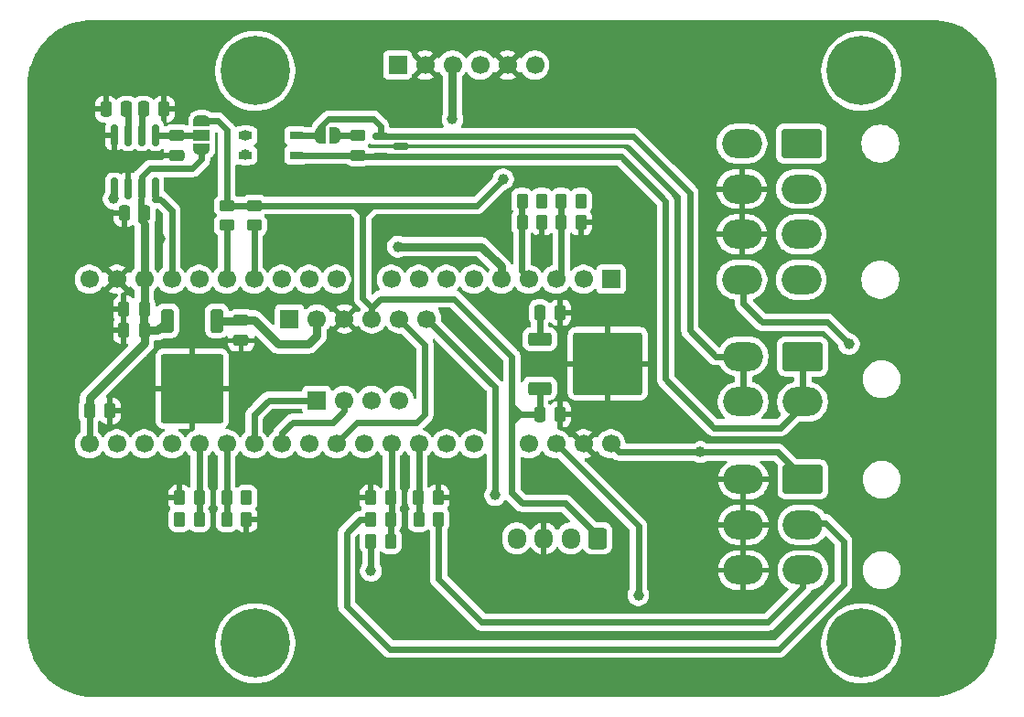
<source format=gtl>
%TF.GenerationSoftware,KiCad,Pcbnew,9.0.2*%
%TF.CreationDate,2026-01-01T17:21:28+07:00*%
%TF.ProjectId,ControlMikon,436f6e74-726f-46c4-9d69-6b6f6e2e6b69,rev?*%
%TF.SameCoordinates,Original*%
%TF.FileFunction,Copper,L1,Top*%
%TF.FilePolarity,Positive*%
%FSLAX46Y46*%
G04 Gerber Fmt 4.6, Leading zero omitted, Abs format (unit mm)*
G04 Created by KiCad (PCBNEW 9.0.2) date 2026-01-01 17:21:28*
%MOMM*%
%LPD*%
G01*
G04 APERTURE LIST*
G04 Aperture macros list*
%AMRoundRect*
0 Rectangle with rounded corners*
0 $1 Rounding radius*
0 $2 $3 $4 $5 $6 $7 $8 $9 X,Y pos of 4 corners*
0 Add a 4 corners polygon primitive as box body*
4,1,4,$2,$3,$4,$5,$6,$7,$8,$9,$2,$3,0*
0 Add four circle primitives for the rounded corners*
1,1,$1+$1,$2,$3*
1,1,$1+$1,$4,$5*
1,1,$1+$1,$6,$7*
1,1,$1+$1,$8,$9*
0 Add four rect primitives between the rounded corners*
20,1,$1+$1,$2,$3,$4,$5,0*
20,1,$1+$1,$4,$5,$6,$7,0*
20,1,$1+$1,$6,$7,$8,$9,0*
20,1,$1+$1,$8,$9,$2,$3,0*%
%AMFreePoly0*
4,1,23,0.550000,-0.750000,0.000000,-0.750000,0.000000,-0.745722,-0.065263,-0.745722,-0.191342,-0.711940,-0.304381,-0.646677,-0.396677,-0.554381,-0.461940,-0.441342,-0.495722,-0.315263,-0.495722,-0.250000,-0.500000,-0.250000,-0.500000,0.250000,-0.495722,0.250000,-0.495722,0.315263,-0.461940,0.441342,-0.396677,0.554381,-0.304381,0.646677,-0.191342,0.711940,-0.065263,0.745722,0.000000,0.745722,
0.000000,0.750000,0.550000,0.750000,0.550000,-0.750000,0.550000,-0.750000,$1*%
%AMFreePoly1*
4,1,23,0.000000,0.745722,0.065263,0.745722,0.191342,0.711940,0.304381,0.646677,0.396677,0.554381,0.461940,0.441342,0.495722,0.315263,0.495722,0.250000,0.500000,0.250000,0.500000,-0.250000,0.495722,-0.250000,0.495722,-0.315263,0.461940,-0.441342,0.396677,-0.554381,0.304381,-0.646677,0.191342,-0.711940,0.065263,-0.745722,0.000000,-0.745722,0.000000,-0.750000,-0.550000,-0.750000,
-0.550000,0.750000,0.000000,0.750000,0.000000,0.745722,0.000000,0.745722,$1*%
%AMFreePoly2*
4,1,23,0.500000,-0.750000,0.000000,-0.750000,0.000000,-0.745722,-0.065263,-0.745722,-0.191342,-0.711940,-0.304381,-0.646677,-0.396677,-0.554381,-0.461940,-0.441342,-0.495722,-0.315263,-0.495722,-0.250000,-0.500000,-0.250000,-0.500000,0.250000,-0.495722,0.250000,-0.495722,0.315263,-0.461940,0.441342,-0.396677,0.554381,-0.304381,0.646677,-0.191342,0.711940,-0.065263,0.745722,0.000000,0.745722,
0.000000,0.750000,0.500000,0.750000,0.500000,-0.750000,0.500000,-0.750000,$1*%
%AMFreePoly3*
4,1,23,0.000000,0.745722,0.065263,0.745722,0.191342,0.711940,0.304381,0.646677,0.396677,0.554381,0.461940,0.441342,0.495722,0.315263,0.495722,0.250000,0.500000,0.250000,0.500000,-0.250000,0.495722,-0.250000,0.495722,-0.315263,0.461940,-0.441342,0.396677,-0.554381,0.304381,-0.646677,0.191342,-0.711940,0.065263,-0.745722,0.000000,-0.745722,0.000000,-0.750000,-0.500000,-0.750000,
-0.500000,0.750000,0.000000,0.750000,0.000000,0.745722,0.000000,0.745722,$1*%
G04 Aperture macros list end*
%TA.AperFunction,SMDPad,CuDef*%
%ADD10RoundRect,0.250000X0.250000X0.475000X-0.250000X0.475000X-0.250000X-0.475000X0.250000X-0.475000X0*%
%TD*%
%TA.AperFunction,SMDPad,CuDef*%
%ADD11RoundRect,0.250000X-0.850000X-0.350000X0.850000X-0.350000X0.850000X0.350000X-0.850000X0.350000X0*%
%TD*%
%TA.AperFunction,SMDPad,CuDef*%
%ADD12RoundRect,0.249997X-2.950003X-2.650003X2.950003X-2.650003X2.950003X2.650003X-2.950003X2.650003X0*%
%TD*%
%TA.AperFunction,SMDPad,CuDef*%
%ADD13RoundRect,0.250000X-0.250000X-0.475000X0.250000X-0.475000X0.250000X0.475000X-0.250000X0.475000X0*%
%TD*%
%TA.AperFunction,SMDPad,CuDef*%
%ADD14RoundRect,0.250000X-0.350000X0.850000X-0.350000X-0.850000X0.350000X-0.850000X0.350000X0.850000X0*%
%TD*%
%TA.AperFunction,SMDPad,CuDef*%
%ADD15RoundRect,0.249997X-2.650003X2.950003X-2.650003X-2.950003X2.650003X-2.950003X2.650003X2.950003X0*%
%TD*%
%TA.AperFunction,ComponentPad*%
%ADD16C,6.400000*%
%TD*%
%TA.AperFunction,ComponentPad*%
%ADD17O,3.700000X2.700000*%
%TD*%
%TA.AperFunction,ComponentPad*%
%ADD18RoundRect,0.250001X-1.599999X1.099999X-1.599999X-1.099999X1.599999X-1.099999X1.599999X1.099999X0*%
%TD*%
%TA.AperFunction,SMDPad,CuDef*%
%ADD19RoundRect,0.250000X-0.262500X-0.450000X0.262500X-0.450000X0.262500X0.450000X-0.262500X0.450000X0*%
%TD*%
%TA.AperFunction,ComponentPad*%
%ADD20RoundRect,0.250000X0.600000X0.725000X-0.600000X0.725000X-0.600000X-0.725000X0.600000X-0.725000X0*%
%TD*%
%TA.AperFunction,ComponentPad*%
%ADD21O,1.700000X1.950000*%
%TD*%
%TA.AperFunction,SMDPad,CuDef*%
%ADD22RoundRect,0.150000X-0.587500X-0.150000X0.587500X-0.150000X0.587500X0.150000X-0.587500X0.150000X0*%
%TD*%
%TA.AperFunction,SMDPad,CuDef*%
%ADD23RoundRect,0.250000X0.262500X0.450000X-0.262500X0.450000X-0.262500X-0.450000X0.262500X-0.450000X0*%
%TD*%
%TA.AperFunction,ComponentPad*%
%ADD24C,1.700000*%
%TD*%
%TA.AperFunction,ComponentPad*%
%ADD25R,1.700000X1.700000*%
%TD*%
%TA.AperFunction,SMDPad,CuDef*%
%ADD26RoundRect,0.250000X0.475000X-0.250000X0.475000X0.250000X-0.475000X0.250000X-0.475000X-0.250000X0*%
%TD*%
%TA.AperFunction,SMDPad,CuDef*%
%ADD27FreePoly0,90.000000*%
%TD*%
%TA.AperFunction,SMDPad,CuDef*%
%ADD28R,1.500000X1.000000*%
%TD*%
%TA.AperFunction,SMDPad,CuDef*%
%ADD29FreePoly1,90.000000*%
%TD*%
%TA.AperFunction,SMDPad,CuDef*%
%ADD30RoundRect,0.250000X-0.475000X0.250000X-0.475000X-0.250000X0.475000X-0.250000X0.475000X0.250000X0*%
%TD*%
%TA.AperFunction,SMDPad,CuDef*%
%ADD31RoundRect,0.250000X-0.450000X0.262500X-0.450000X-0.262500X0.450000X-0.262500X0.450000X0.262500X0*%
%TD*%
%TA.AperFunction,SMDPad,CuDef*%
%ADD32R,1.200000X0.700000*%
%TD*%
%TA.AperFunction,SMDPad,CuDef*%
%ADD33RoundRect,0.150000X0.150000X-0.825000X0.150000X0.825000X-0.150000X0.825000X-0.150000X-0.825000X0*%
%TD*%
%TA.AperFunction,SMDPad,CuDef*%
%ADD34FreePoly2,0.000000*%
%TD*%
%TA.AperFunction,SMDPad,CuDef*%
%ADD35FreePoly3,0.000000*%
%TD*%
%TA.AperFunction,ViaPad*%
%ADD36C,1.000000*%
%TD*%
%TA.AperFunction,Conductor*%
%ADD37C,0.600000*%
%TD*%
%TA.AperFunction,Conductor*%
%ADD38C,0.800000*%
%TD*%
G04 APERTURE END LIST*
D10*
%TO.P,C2,2*%
%TO.N,3V3*%
X212878126Y-159761846D03*
%TO.P,C2,1*%
%TO.N,GND_Isolated*%
X214778126Y-159761846D03*
%TD*%
%TO.P,C1,2*%
%TO.N,12V_Isolated*%
X212875000Y-150352500D03*
%TO.P,C1,1*%
%TO.N,GND_Isolated*%
X214775000Y-150352500D03*
%TD*%
D11*
%TO.P,U1,3,VO*%
%TO.N,3V3*%
X212875000Y-157352500D03*
D12*
%TO.P,U1,2,GND*%
%TO.N,GND_Isolated*%
X219175000Y-155072500D03*
D11*
%TO.P,U1,1,VI*%
%TO.N,12V_Isolated*%
X212875000Y-152792500D03*
%TD*%
D13*
%TO.P,C77,1*%
%TO.N,GND_Isolated*%
X174403061Y-152000000D03*
%TO.P,C77,2*%
%TO.N,5VDigital_Isolated*%
X176303061Y-152000000D03*
%TD*%
D14*
%TO.P,U2,3,VO*%
%TO.N,5VDigital_Isolated*%
X178440000Y-151094188D03*
D15*
%TO.P,U2,2,GND*%
%TO.N,GND_Isolated*%
X180720000Y-157394188D03*
D14*
%TO.P,U2,1,VI*%
%TO.N,12V_Isolated*%
X183000000Y-151094188D03*
%TD*%
D10*
%TO.P,C64,2*%
%TO.N,GND_Isolated*%
X174400000Y-150000000D03*
%TO.P,C64,1*%
%TO.N,5VDigital_Isolated*%
X176300000Y-150000000D03*
%TD*%
D16*
%TO.P,H1,1*%
%TO.N,N/C*%
X242631658Y-127955542D03*
%TD*%
%TO.P,H2,1*%
%TO.N,N/C*%
X186557801Y-127955542D03*
%TD*%
%TO.P,H3,1*%
%TO.N,N/C*%
X242631658Y-180955542D03*
%TD*%
%TO.P,H4,1*%
%TO.N,N/C*%
X186557801Y-180955542D03*
%TD*%
D17*
%TO.P,J1,6,Pin_6*%
%TO.N,GND_Isolated*%
X231725000Y-174195000D03*
%TO.P,J1,5,Pin_5*%
X231725000Y-169995000D03*
%TO.P,J1,4,Pin_4*%
X231725000Y-165795000D03*
%TO.P,J1,3,Pin_3*%
%TO.N,Net-(J1-Pin_3)*%
X237225000Y-174195000D03*
%TO.P,J1,2,Pin_2*%
%TO.N,Net-(J1-Pin_2)*%
X237225000Y-169995000D03*
D18*
%TO.P,J1,1,Pin_1*%
%TO.N,5VDigital_Isolated*%
X237225000Y-165795000D03*
%TD*%
D17*
%TO.P,J6,8,Pin_8*%
%TO.N,Out*%
X231588942Y-147300000D03*
%TO.P,J6,7,Pin_7*%
%TO.N,GND_Isolated*%
X231588942Y-143100000D03*
%TO.P,J6,6,Pin_6*%
X231588942Y-138900000D03*
%TO.P,J6,5,Pin_5*%
%TO.N,3V3*%
X231588942Y-134700000D03*
%TO.P,J6,4,Pin_4*%
%TO.N,Net-(J6-Pin_4)*%
X237088942Y-147300000D03*
%TO.P,J6,3,Pin_3*%
%TO.N,Net-(J6-Pin_3)*%
X237088942Y-143100000D03*
%TO.P,J6,2,Pin_2*%
%TO.N,SDA*%
X237088942Y-138900000D03*
D18*
%TO.P,J6,1,Pin_1*%
%TO.N,SCL*%
X237088942Y-134700000D03*
%TD*%
D17*
%TO.P,J10,4,Pin_4*%
%TO.N,CAN_L_Out*%
X231700000Y-158600000D03*
%TO.P,J10,3,Pin_3*%
X231700000Y-154400000D03*
%TO.P,J10,2,Pin_2*%
%TO.N,CAN_H_Out*%
X237200000Y-158600000D03*
D18*
%TO.P,J10,1,Pin_1*%
X237200000Y-154400000D03*
%TD*%
D10*
%TO.P,C36,1*%
%TO.N,5VDigital_Isolated*%
X176350000Y-141150000D03*
%TO.P,C36,2*%
%TO.N,GND_Isolated*%
X174450000Y-141150000D03*
%TD*%
D13*
%TO.P,C38,1*%
%TO.N,CAL_L*%
X176200000Y-131500000D03*
%TO.P,C38,2*%
%TO.N,GND_Isolated*%
X178100000Y-131500000D03*
%TD*%
D19*
%TO.P,R91,1*%
%TO.N,CurrentSensor*%
X183925000Y-167500000D03*
%TO.P,R91,2*%
%TO.N,Net-(J2-Pin_2)*%
X185750000Y-167500000D03*
%TD*%
D20*
%TO.P,J2,1,Pin_1*%
%TO.N,3V3*%
X218250000Y-171250000D03*
D21*
%TO.P,J2,2,Pin_2*%
%TO.N,Net-(J2-Pin_2)*%
X215750000Y-171250000D03*
%TO.P,J2,3,Pin_3*%
%TO.N,GND_Isolated*%
X213250000Y-171250000D03*
%TO.P,J2,4,Pin_4*%
%TO.N,Net-(J2-Pin_4)*%
X210750000Y-171250000D03*
%TD*%
D10*
%TO.P,C39,1*%
%TO.N,CAN_H*%
X174650000Y-131500000D03*
%TO.P,C39,2*%
%TO.N,GND_Isolated*%
X172750000Y-131500000D03*
%TD*%
D22*
%TO.P,D19,1,1*%
%TO.N,CAN_L_Out*%
X198150000Y-134025000D03*
%TO.P,D19,2,2*%
%TO.N,CAN_H_Out*%
X198150000Y-135925000D03*
%TO.P,D19,3,3*%
%TO.N,GND_Isolated*%
X200025000Y-134975000D03*
%TD*%
D23*
%TO.P,R2,1*%
%TO.N,Aux3*%
X199075000Y-169500000D03*
%TO.P,R2,2*%
%TO.N,Net-(J1-Pin_2)*%
X197250000Y-169500000D03*
%TD*%
D19*
%TO.P,R82,1*%
%TO.N,DIR*%
X214868960Y-140000000D03*
%TO.P,R82,2*%
%TO.N,Net-(J6-Pin_4)*%
X216693960Y-140000000D03*
%TD*%
D24*
%TO.P,U23,1,VBAT*%
%TO.N,5VDigital_Isolated*%
X171210000Y-162500000D03*
%TO.P,U23,2,PC13*%
%TO.N,unconnected-(U23-PC13-Pad2)*%
X173750000Y-162500000D03*
%TO.P,U23,3,PC14*%
%TO.N,unconnected-(U23-PC14-Pad3)*%
X176290000Y-162500000D03*
%TO.P,U23,4,PC15*%
%TO.N,unconnected-(U23-PC15-Pad4)*%
X178830000Y-162500000D03*
%TO.P,U23,8,VSSA*%
%TO.N,GND_Isolated*%
X173750000Y-147260000D03*
%TO.P,U23,9,VDDA*%
%TO.N,Net-(U23-VDDA)*%
X214390000Y-162500000D03*
%TO.P,U23,10,ADC1_IN0*%
%TO.N,VoltageSensor*%
X181370000Y-162500000D03*
%TO.P,U23,11,ADC1_IN1*%
%TO.N,CurrentSensor*%
X183910000Y-162500000D03*
%TO.P,U23,12,ADC1_IN2*%
%TO.N,BATTV_Out*%
X186450000Y-162500000D03*
%TO.P,U23,13,ADC1_IN3*%
%TO.N,CTRLV_Out*%
X188990000Y-162500000D03*
%TO.P,U23,14,ADC1_IN4*%
%TO.N,Aux1*%
X191530000Y-162500000D03*
%TO.P,U23,15,ADC1_IN5*%
%TO.N,Aux2*%
X194070000Y-162500000D03*
%TO.P,U23,16,ADC1_IN6*%
%TO.N,Out*%
X196610000Y-162500000D03*
%TO.P,U23,17,ADC1_IN7*%
%TO.N,Aux3*%
X199150000Y-162500000D03*
%TO.P,U23,18,ADC1_IN8*%
%TO.N,Out1*%
X201690000Y-162500000D03*
%TO.P,U23,19,PB1*%
%TO.N,FinishLV*%
X204230000Y-162500000D03*
%TO.P,U23,20,PB2*%
%TO.N,Ready*%
X206770000Y-162500000D03*
%TO.P,U23,22,PB11*%
%TO.N,unconnected-(U23-PB11-Pad22)*%
X211850000Y-162500000D03*
%TO.P,U23,23,VSS*%
%TO.N,GND_Isolated*%
X216930000Y-162500000D03*
%TO.P,U23,24,VDD*%
%TO.N,5VDigital_Isolated*%
X219470000Y-162500000D03*
D25*
%TO.P,U23,25,PB12*%
%TO.N,Failure_Mikon*%
X219470000Y-147260000D03*
D24*
%TO.P,U23,26,PB13*%
%TO.N,/PRECHARGE_FINISH_TRIG*%
X216930000Y-147260000D03*
%TO.P,U23,27,PB14*%
%TO.N,DIR*%
X214390000Y-147260000D03*
%TO.P,U23,28,PB15*%
%TO.N,GPO*%
X211850000Y-147260000D03*
%TO.P,U23,29,TIM1_CH1*%
%TO.N,HIN1_Mikon*%
X209310000Y-147260000D03*
%TO.P,U23,30,TIM1_CH2*%
%TO.N,LIN1_Mikon*%
X206770000Y-147260000D03*
%TO.P,U23,31,TIM1_CH3*%
%TO.N,HIN2_Mikon*%
X204230000Y-147260000D03*
%TO.P,U23,32,TIM1_CH4*%
%TO.N,LIN2_Mikon*%
X201690000Y-147260000D03*
%TO.P,U23,33,PA12*%
%TO.N,unconnected-(U23-PA12-Pad33)*%
X199150000Y-147260000D03*
%TO.P,U23,36,VDD*%
%TO.N,5VDigital_Isolated*%
X176290000Y-147260000D03*
%TO.P,U23,39,PB3*%
%TO.N,unconnected-(U23-PB3-Pad39)*%
X194070000Y-147260000D03*
%TO.P,U23,40,PB4*%
%TO.N,unconnected-(U23-PB4-Pad40)*%
X191530000Y-147260000D03*
%TO.P,U23,41,PB5*%
%TO.N,unconnected-(U23-PB5-Pad41)*%
X188990000Y-147260000D03*
%TO.P,U23,42,I2C1_SCL*%
%TO.N,SCL*%
X186450000Y-147260000D03*
%TO.P,U23,43,I2C1_SDA*%
%TO.N,SDA*%
X183910000Y-147260000D03*
%TO.P,U23,45,CAN_RX*%
%TO.N,CAN_Tx*%
X181370000Y-147260000D03*
%TO.P,U23,46,CAN_TX*%
%TO.N,CAN_Rx*%
X178830000Y-147260000D03*
%TO.P,U23,48,VDD*%
%TO.N,Net-(U23-VDDA)*%
X171210000Y-147260000D03*
%TD*%
D26*
%TO.P,C76,1*%
%TO.N,GND_Isolated*%
X185250000Y-152944188D03*
%TO.P,C76,2*%
%TO.N,12V_Isolated*%
X185250000Y-151044188D03*
%TD*%
D27*
%TO.P,JP5,1,A*%
%TO.N,5VDigital_Isolated*%
X181600000Y-135200000D03*
D28*
%TO.P,JP5,2,C*%
%TO.N,Net-(JP5-C)*%
X181600000Y-133900000D03*
D29*
%TO.P,JP5,3,B*%
%TO.N,3V3*%
X181600000Y-132600000D03*
%TD*%
D23*
%TO.P,R83,1*%
%TO.N,GND_Isolated*%
X213075000Y-142000000D03*
%TO.P,R83,2*%
%TO.N,GPO*%
X211250000Y-142000000D03*
%TD*%
D30*
%TO.P,C37,1*%
%TO.N,Net-(JP5-C)*%
X179300000Y-133900000D03*
%TO.P,C37,2*%
%TO.N,GND_Isolated*%
X179300000Y-135800000D03*
%TD*%
D25*
%TO.P,J3,1,Pin_1*%
%TO.N,HIN1_Mikon*%
X199732801Y-127430542D03*
D24*
%TO.P,J3,2,Pin_2*%
%TO.N,GND_Isolated*%
X202272801Y-127430542D03*
%TO.P,J3,3,Pin_3*%
%TO.N,HIN2_Mikon*%
X204812801Y-127430542D03*
%TO.P,J3,4,Pin_4*%
%TO.N,LIN2_Mikon*%
X207352801Y-127430542D03*
%TO.P,J3,5,Pin_5*%
%TO.N,GND_Isolated*%
X209892801Y-127430542D03*
%TO.P,J3,6,Pin_6*%
%TO.N,LIN1_Mikon*%
X212432801Y-127430542D03*
%TD*%
D23*
%TO.P,R3,1*%
%TO.N,Aux3*%
X199073354Y-171500000D03*
%TO.P,R3,2*%
%TO.N,5VDigital_Isolated*%
X197248354Y-171500000D03*
%TD*%
D25*
%TO.P,J20,1,Pin_1*%
%TO.N,BATTV_Out*%
X192247801Y-158455542D03*
D24*
%TO.P,J20,2,Pin_2*%
%TO.N,CTRLV_Out*%
X194787801Y-158455542D03*
%TO.P,J20,3,Pin_3*%
%TO.N,Ready*%
X197327801Y-158455542D03*
%TO.P,J20,4,Pin_4*%
%TO.N,FinishLV*%
X199867801Y-158455542D03*
%TD*%
D25*
%TO.P,J18,1,Pin_1*%
%TO.N,/PRECHARGE_FINISH_TRIG*%
X189735381Y-150929775D03*
D24*
%TO.P,J18,2,Pin_2*%
%TO.N,12V_Isolated*%
X192275381Y-150929775D03*
%TO.P,J18,3,Pin_3*%
%TO.N,GND_Isolated*%
X194815381Y-150929775D03*
%TO.P,J18,4,Pin_4*%
%TO.N,3V3*%
X197355381Y-150929775D03*
%TO.P,J18,5,Pin_5*%
%TO.N,Aux2*%
X199895381Y-150929775D03*
%TO.P,J18,6,Pin_6*%
%TO.N,Aux1*%
X202435381Y-150929775D03*
%TD*%
D19*
%TO.P,R86,1*%
%TO.N,Out1*%
X201678825Y-169500000D03*
%TO.P,R86,2*%
%TO.N,Net-(J1-Pin_3)*%
X203503825Y-169500000D03*
%TD*%
D23*
%TO.P,R90,1*%
%TO.N,GND_Isolated*%
X185750000Y-169500000D03*
%TO.P,R90,2*%
%TO.N,CurrentSensor*%
X183925000Y-169500000D03*
%TD*%
%TO.P,R89,1*%
%TO.N,VoltageSensor*%
X181376000Y-169500000D03*
%TO.P,R89,2*%
%TO.N,Net-(J2-Pin_4)*%
X179551000Y-169500000D03*
%TD*%
%TO.P,R81,1*%
%TO.N,GND_Isolated*%
X216693960Y-142000000D03*
%TO.P,R81,2*%
%TO.N,DIR*%
X214868960Y-142000000D03*
%TD*%
D19*
%TO.P,R88,1*%
%TO.N,GND_Isolated*%
X179550259Y-167500000D03*
%TO.P,R88,2*%
%TO.N,VoltageSensor*%
X181375259Y-167500000D03*
%TD*%
D31*
%TO.P,R31,1*%
%TO.N,Net-(J5-Pin_2)*%
X196050000Y-133975000D03*
%TO.P,R31,2*%
%TO.N,CAN_H_Out*%
X196050000Y-135800000D03*
%TD*%
D32*
%TO.P,FL1,1*%
%TO.N,CAN_H*%
X185650000Y-135775000D03*
%TO.P,FL1,2*%
%TO.N,CAN_H_Out*%
X190350000Y-135775000D03*
%TO.P,FL1,3*%
%TO.N,CAN_L_Out*%
X190350000Y-133975000D03*
%TO.P,FL1,4*%
%TO.N,CAL_L*%
X185650000Y-133975000D03*
%TD*%
D33*
%TO.P,U8,1,TXD*%
%TO.N,CAN_Tx*%
X173510000Y-138850000D03*
%TO.P,U8,2,VSS*%
%TO.N,GND_Isolated*%
X174780000Y-138850000D03*
%TO.P,U8,3,VDD*%
%TO.N,5VDigital_Isolated*%
X176050000Y-138850000D03*
%TO.P,U8,4,RXD*%
%TO.N,CAN_Rx*%
X177320000Y-138850000D03*
%TO.P,U8,5,Vio*%
%TO.N,Net-(JP5-C)*%
X177320000Y-133900000D03*
%TO.P,U8,6,CANL*%
%TO.N,CAL_L*%
X176050000Y-133900000D03*
%TO.P,U8,7,CANH*%
%TO.N,CAN_H*%
X174780000Y-133900000D03*
%TO.P,U8,8,STBY*%
%TO.N,GND_Isolated*%
X173510000Y-133900000D03*
%TD*%
D19*
%TO.P,R1,1*%
%TO.N,GND_Isolated*%
X197250000Y-167500000D03*
%TO.P,R1,2*%
%TO.N,Aux3*%
X199075000Y-167500000D03*
%TD*%
D23*
%TO.P,R85,1*%
%TO.N,GND_Isolated*%
X203500000Y-167500000D03*
%TO.P,R85,2*%
%TO.N,Out1*%
X201675000Y-167500000D03*
%TD*%
D34*
%TO.P,J5,1,Pin_1*%
%TO.N,CAN_L_Out*%
X192600000Y-133975000D03*
D35*
%TO.P,J5,2,Pin_2*%
%TO.N,Net-(J5-Pin_2)*%
X193900000Y-133975000D03*
%TD*%
D31*
%TO.P,R78,1*%
%TO.N,3V3*%
X183928179Y-140425000D03*
%TO.P,R78,2*%
%TO.N,SDA*%
X183928179Y-142250000D03*
%TD*%
D19*
%TO.P,R84,1*%
%TO.N,GPO*%
X211253220Y-140000000D03*
%TO.P,R84,2*%
%TO.N,Net-(J6-Pin_3)*%
X213078220Y-140000000D03*
%TD*%
D13*
%TO.P,C65,1*%
%TO.N,5VDigital_Isolated*%
X171228875Y-159450000D03*
%TO.P,C65,2*%
%TO.N,GND_Isolated*%
X173128875Y-159450000D03*
%TD*%
D31*
%TO.P,R77,1*%
%TO.N,3V3*%
X186465979Y-140425000D03*
%TO.P,R77,2*%
%TO.N,SCL*%
X186465979Y-142250000D03*
%TD*%
D36*
%TO.N,GND_Isolated*%
X208500000Y-155000000D03*
X205000000Y-151250000D03*
%TO.N,12V_Isolated*%
X212875000Y-150352500D03*
%TO.N,5VDigital_Isolated*%
X197250000Y-174250000D03*
X227750000Y-163250000D03*
%TO.N,GND_Isolated*%
X213000000Y-143500000D03*
X204500000Y-158500000D03*
X171750000Y-182750000D03*
X174750000Y-179750000D03*
X180000000Y-179750000D03*
X177500000Y-182750000D03*
X171750000Y-179750000D03*
X218500000Y-156250000D03*
X203000000Y-138000000D03*
X177750000Y-143500000D03*
X192250000Y-129000000D03*
X177500000Y-179750000D03*
X193500000Y-182750000D03*
X188500000Y-160000000D03*
X188500000Y-156250000D03*
X180100558Y-143505296D03*
X195750000Y-129000000D03*
X195750000Y-165000000D03*
X174750000Y-182750000D03*
X180000000Y-182750000D03*
X205500000Y-138000000D03*
X227750000Y-156250000D03*
X186250000Y-138500000D03*
X193500000Y-179750000D03*
X196500000Y-156250000D03*
X180250000Y-138500000D03*
X194750000Y-143500000D03*
%TO.N,CAL_L*%
X176200000Y-131500000D03*
X185650000Y-133975000D03*
%TO.N,CAN_H*%
X174650000Y-131500000D03*
X185668900Y-135748539D03*
%TO.N,3V3*%
X209500000Y-138000000D03*
%TO.N,Aux1*%
X208750000Y-167250000D03*
%TO.N,Out*%
X241500000Y-153250000D03*
%TO.N,Net-(J2-Pin_4)*%
X179551000Y-169500000D03*
%TO.N,Net-(J2-Pin_2)*%
X185750000Y-167500000D03*
%TO.N,CAN_Tx*%
X173450000Y-139800000D03*
%TO.N,HIN1_Mikon*%
X199750000Y-144250000D03*
%TO.N,HIN2_Mikon*%
X204800000Y-132450000D03*
%TO.N,Net-(U23-VDDA)*%
X222000000Y-176500000D03*
%TO.N,Net-(J6-Pin_4)*%
X216693960Y-140000000D03*
%TO.N,Net-(J6-Pin_3)*%
X213078220Y-140000000D03*
%TO.N,GND_Isolated*%
X204500000Y-155000000D03*
%TD*%
D37*
%TO.N,3V3*%
X196500000Y-149039238D02*
X196500000Y-141250000D01*
X197355381Y-149894619D02*
X196500000Y-149039238D01*
X198182872Y-149067128D02*
X197355381Y-149894619D01*
X210301000Y-154426000D02*
X204942128Y-149067128D01*
X210301000Y-159000000D02*
X210301000Y-154426000D01*
X204942128Y-149067128D02*
X198182872Y-149067128D01*
X212878126Y-159761846D02*
X211000000Y-159761846D01*
X212358127Y-159761846D02*
X212878126Y-159761846D01*
X212355001Y-159758720D02*
X212358127Y-159761846D01*
%TO.N,12V_Isolated*%
X212875000Y-152792500D02*
X212875000Y-150352500D01*
D38*
X188685000Y-153250000D02*
X186479188Y-151044188D01*
X191500000Y-153250000D02*
X188685000Y-153250000D01*
X192275381Y-152474619D02*
X191500000Y-153250000D01*
X186479188Y-151044188D02*
X185250000Y-151044188D01*
X192275381Y-150929775D02*
X192275381Y-152474619D01*
X185250000Y-151044188D02*
X185200000Y-151094188D01*
%TO.N,5VDigital_Isolated*%
X177534188Y-152000000D02*
X178440000Y-151094188D01*
X176303061Y-152000000D02*
X177534188Y-152000000D01*
D37*
%TO.N,3V3*%
X210301000Y-160500000D02*
X210301000Y-159750000D01*
X211000000Y-159761846D02*
X211000000Y-159801000D01*
X211000000Y-159801000D02*
X210301000Y-160500000D01*
X211000000Y-159761846D02*
X211000000Y-159699000D01*
X211000000Y-159761846D02*
X210312846Y-159761846D01*
X211000000Y-159699000D02*
X210301000Y-159000000D01*
X210312846Y-159761846D02*
X210301000Y-159750000D01*
X210301000Y-159750000D02*
X210301000Y-159000000D01*
X211250000Y-168000000D02*
X210301000Y-167051000D01*
X210301000Y-167051000D02*
X210301000Y-160500000D01*
X218250000Y-171000000D02*
X215250000Y-168000000D01*
X218250000Y-171775000D02*
X218250000Y-171000000D01*
X215250000Y-168000000D02*
X211250000Y-168000000D01*
X212875000Y-157352500D02*
X212875000Y-159758720D01*
X196500000Y-141175000D02*
X195750000Y-140425000D01*
X197405907Y-140425000D02*
X195750000Y-140425000D01*
X196500000Y-141250000D02*
X196500000Y-141175000D01*
X196580907Y-141250000D02*
X197405907Y-140425000D01*
X196500000Y-141250000D02*
X196580907Y-141250000D01*
X196500000Y-141250000D02*
X196500000Y-140500000D01*
D38*
%TO.N,12V_Isolated*%
X185200000Y-151094188D02*
X183000000Y-151094188D01*
%TO.N,5VDigital_Isolated*%
X171228875Y-158271125D02*
X171228875Y-159450000D01*
X176303061Y-153196939D02*
X171228875Y-158271125D01*
X176303061Y-152000000D02*
X176303061Y-153196939D01*
X176250000Y-150050000D02*
X176250000Y-152250000D01*
X176303061Y-152196939D02*
X176303061Y-152000000D01*
X176300000Y-150000000D02*
X176250000Y-150050000D01*
X176250000Y-152250000D02*
X176303061Y-152196939D01*
D37*
X180750000Y-137000000D02*
X176837501Y-137000000D01*
X197248354Y-171500000D02*
X197248354Y-174248354D01*
X176000000Y-139850000D02*
X176000000Y-141850000D01*
X171210000Y-162350000D02*
X171230000Y-162370000D01*
X171230000Y-159451125D02*
X171210000Y-159471125D01*
X176000000Y-141850000D02*
X176300000Y-142150000D01*
X227750000Y-163250000D02*
X220220000Y-163250000D01*
X181600000Y-136150000D02*
X180750000Y-137000000D01*
D38*
X176300000Y-147140000D02*
X176310000Y-147130000D01*
D37*
X176050000Y-137787501D02*
X176050000Y-138850000D01*
X197248354Y-174248354D02*
X197250000Y-174250000D01*
D38*
X176300000Y-150000000D02*
X176300000Y-147140000D01*
D37*
X176837501Y-137000000D02*
X176050000Y-137787501D01*
X171210000Y-159471125D02*
X171210000Y-162350000D01*
D38*
X176310000Y-147130000D02*
X176310000Y-142160000D01*
D37*
X237225000Y-165600000D02*
X234875000Y-163250000D01*
D38*
X176310000Y-142160000D02*
X176300000Y-142150000D01*
D37*
X220220000Y-163250000D02*
X219470000Y-162500000D01*
X181600000Y-135200000D02*
X181600000Y-136150000D01*
X234875000Y-163250000D02*
X227750000Y-163250000D01*
%TO.N,Net-(JP5-C)*%
X181600000Y-133900000D02*
X179300000Y-133900000D01*
X179300000Y-133900000D02*
X177320000Y-133900000D01*
%TO.N,CAL_L*%
X176050000Y-131650000D02*
X176200000Y-131500000D01*
X176050000Y-133900000D02*
X176050000Y-131650000D01*
%TO.N,CAN_H*%
X174780000Y-133900000D02*
X174780000Y-131630000D01*
X185668900Y-135748539D02*
X185668900Y-135756100D01*
X174780000Y-131630000D02*
X174650000Y-131500000D01*
X185668900Y-135756100D02*
X185650000Y-135775000D01*
%TO.N,3V3*%
X195750000Y-140425000D02*
X186465979Y-140425000D01*
X183928179Y-140425000D02*
X186465979Y-140425000D01*
X181600000Y-132600000D02*
X183100000Y-132600000D01*
X183100000Y-132600000D02*
X183928179Y-133428179D01*
X183928179Y-133428179D02*
X183928179Y-140425000D01*
%TO.N,CAN_H_Out*%
X224500000Y-140000000D02*
X220425000Y-135925000D01*
X237200000Y-158930000D02*
X235130000Y-161000000D01*
X220425000Y-135925000D02*
X198150000Y-135925000D01*
X235130000Y-161000000D02*
X229000000Y-161000000D01*
X196025000Y-135775000D02*
X196050000Y-135800000D01*
X198150000Y-135925000D02*
X196175000Y-135925000D01*
X196175000Y-135925000D02*
X196050000Y-135800000D01*
X224500000Y-156500000D02*
X224500000Y-140000000D01*
X237200000Y-154400000D02*
X237200000Y-158930000D01*
X229000000Y-161000000D02*
X224500000Y-156500000D01*
X190350000Y-135775000D02*
X196025000Y-135775000D01*
%TO.N,CAN_L_Out*%
X229150000Y-154400000D02*
X231725000Y-154400000D01*
X226750000Y-152000000D02*
X229150000Y-154400000D01*
X198150000Y-134025000D02*
X198150000Y-133100000D01*
X197500000Y-132450000D02*
X193350000Y-132450000D01*
X231725000Y-154400000D02*
X231725000Y-158905000D01*
X198150000Y-133100000D02*
X197500000Y-132450000D01*
X221525000Y-134025000D02*
X226750000Y-139250000D01*
X226750000Y-139250000D02*
X226750000Y-152000000D01*
X198150000Y-134025000D02*
X221525000Y-134025000D01*
X192600000Y-133200000D02*
X192600000Y-133975000D01*
X193350000Y-132450000D02*
X192600000Y-133200000D01*
X190350000Y-133975000D02*
X192600000Y-133975000D01*
%TO.N,Net-(J5-Pin_2)*%
X196050000Y-133975000D02*
X193900000Y-133975000D01*
%TO.N,SDA*%
X183928179Y-147128179D02*
X183930000Y-147130000D01*
X183928179Y-142250000D02*
X183928179Y-147128179D01*
%TO.N,SCL*%
X186465979Y-147125979D02*
X186470000Y-147130000D01*
X186465979Y-142250000D02*
X186465979Y-147125979D01*
%TO.N,Aux2*%
X202250000Y-153284394D02*
X202250000Y-159750000D01*
X199895381Y-150929775D02*
X202250000Y-153284394D01*
X201500000Y-160500000D02*
X195960000Y-160500000D01*
X195960000Y-160500000D02*
X194090000Y-162370000D01*
X202250000Y-159750000D02*
X201500000Y-160500000D01*
%TO.N,Aux1*%
X208750000Y-157244394D02*
X202435381Y-150929775D01*
X208750000Y-167250000D02*
X208750000Y-157244394D01*
%TO.N,DIR*%
X214868960Y-146671040D02*
X214410000Y-147130000D01*
X214868960Y-140000000D02*
X214868960Y-146671040D01*
%TO.N,GPO*%
X211238960Y-146498960D02*
X211238960Y-140014260D01*
X211238960Y-140014260D02*
X211253220Y-140000000D01*
X211870000Y-147130000D02*
X211238960Y-146498960D01*
%TO.N,Out*%
X239500000Y-151250000D02*
X233500000Y-151250000D01*
X233500000Y-151250000D02*
X231725000Y-149475000D01*
X241500000Y-153250000D02*
X239500000Y-151250000D01*
X231725000Y-149475000D02*
X231725000Y-147855000D01*
%TO.N,CAN_Rx*%
X177270000Y-139850000D02*
X177800000Y-139850000D01*
X178850000Y-140900000D02*
X178850000Y-147130000D01*
X177800000Y-139850000D02*
X178850000Y-140900000D01*
%TO.N,CAN_Tx*%
X173460000Y-139850000D02*
X173460000Y-139810000D01*
X173460000Y-139810000D02*
X173450000Y-139800000D01*
%TO.N,CurrentSensor*%
X183930000Y-167495000D02*
X183925000Y-167500000D01*
X183925000Y-169500000D02*
X183925000Y-167500000D01*
X183930000Y-162370000D02*
X183930000Y-167495000D01*
%TO.N,VoltageSensor*%
X181376000Y-169500000D02*
X181376000Y-162384000D01*
X181376000Y-162384000D02*
X181390000Y-162370000D01*
D38*
%TO.N,HIN1_Mikon*%
X207500000Y-144250000D02*
X209330000Y-146080000D01*
X199750000Y-144250000D02*
X207500000Y-144250000D01*
X209330000Y-146080000D02*
X209330000Y-147130000D01*
%TO.N,HIN2_Mikon*%
X204800000Y-127443343D02*
X204812801Y-127430542D01*
X204800000Y-132450000D02*
X204800000Y-127443343D01*
D37*
%TO.N,BATTV_Out*%
X186470000Y-159780000D02*
X186470000Y-162370000D01*
X192247801Y-158455542D02*
X187794458Y-158455542D01*
X187794458Y-158455542D02*
X186470000Y-159780000D01*
%TO.N,CTRLV_Out*%
X194787801Y-159462199D02*
X193750000Y-160500000D01*
X193750000Y-160500000D02*
X190000000Y-160500000D01*
X194787801Y-158455542D02*
X194787801Y-159462199D01*
X189010000Y-161490000D02*
X189010000Y-162370000D01*
X190000000Y-160500000D02*
X189010000Y-161490000D01*
%TO.N,Net-(U23-VDDA)*%
X222000000Y-176500000D02*
X222000000Y-170110000D01*
X222000000Y-170110000D02*
X214390000Y-162500000D01*
%TO.N,Aux3*%
X199151689Y-162501689D02*
X199150000Y-162500000D01*
X199073354Y-169501646D02*
X199075000Y-169500000D01*
X199073354Y-171500000D02*
X199073354Y-169501646D01*
X199151689Y-169500000D02*
X199151689Y-162501689D01*
%TO.N,Net-(J1-Pin_2)*%
X195000000Y-177500000D02*
X199000000Y-181500000D01*
X195000000Y-170750000D02*
X195000000Y-177500000D01*
X241000000Y-175500000D02*
X241000000Y-171500000D01*
X239300000Y-169800000D02*
X237225000Y-169800000D01*
X196250000Y-169500000D02*
X195000000Y-170750000D01*
X235000000Y-181500000D02*
X241000000Y-175500000D01*
X197250000Y-169500000D02*
X196250000Y-169500000D01*
X199000000Y-181500000D02*
X235000000Y-181500000D01*
X241000000Y-171500000D02*
X239300000Y-169800000D01*
%TO.N,Out1*%
X201678825Y-162511175D02*
X201690000Y-162500000D01*
X201678825Y-169500000D02*
X201678825Y-162511175D01*
%TO.N,Net-(J1-Pin_3)*%
X237225000Y-175775000D02*
X234000000Y-179000000D01*
X234000000Y-179000000D02*
X207500000Y-179000000D01*
X237225000Y-174000000D02*
X237225000Y-175775000D01*
X203503825Y-175003825D02*
X203503825Y-169500000D01*
X207500000Y-179000000D02*
X203503825Y-175003825D01*
%TO.N,3V3*%
X197355381Y-149894619D02*
X197355381Y-150929775D01*
X209500000Y-138000000D02*
X207075000Y-140425000D01*
X207075000Y-140425000D02*
X197405907Y-140425000D01*
%TD*%
%TA.AperFunction,Conductor*%
%TO.N,GND_Isolated*%
G36*
X195434099Y-141245185D02*
G01*
X195454741Y-141261819D01*
X195663181Y-141470259D01*
X195696666Y-141531582D01*
X195699500Y-141557940D01*
X195699500Y-149118084D01*
X195730261Y-149272727D01*
X195730264Y-149272739D01*
X195790602Y-149418410D01*
X195790609Y-149418423D01*
X195878210Y-149549526D01*
X195878213Y-149549530D01*
X196272856Y-149944172D01*
X196288671Y-149973135D01*
X196305424Y-150001584D01*
X196305342Y-150003666D01*
X196306341Y-150005495D01*
X196303986Y-150038422D01*
X196302699Y-150071401D01*
X196301455Y-150073810D01*
X196301357Y-150075186D01*
X196286797Y-150102909D01*
X196286098Y-150103907D01*
X196200330Y-150221959D01*
X196191669Y-150238956D01*
X196186722Y-150246032D01*
X196165911Y-150262689D01*
X196147608Y-150282068D01*
X196139054Y-150284186D01*
X196132174Y-150289693D01*
X196105661Y-150292454D01*
X196079786Y-150298862D01*
X196071444Y-150296019D01*
X196062680Y-150296932D01*
X196038885Y-150284922D01*
X196013652Y-150276323D01*
X196007283Y-150268973D01*
X196000305Y-150265451D01*
X195991974Y-150251305D01*
X195974615Y-150231270D01*
X195970007Y-150222227D01*
X195930651Y-150168057D01*
X195930650Y-150168057D01*
X195298343Y-150800365D01*
X195281306Y-150736782D01*
X195215480Y-150622768D01*
X195122388Y-150529676D01*
X195008374Y-150463850D01*
X194944790Y-150446812D01*
X195577097Y-149814503D01*
X195522931Y-149775150D01*
X195333598Y-149678679D01*
X195131510Y-149613017D01*
X194921627Y-149579775D01*
X194709135Y-149579775D01*
X194499253Y-149613017D01*
X194499250Y-149613017D01*
X194297163Y-149678679D01*
X194107820Y-149775155D01*
X194053663Y-149814502D01*
X194053663Y-149814503D01*
X194685972Y-150446812D01*
X194622388Y-150463850D01*
X194508374Y-150529676D01*
X194415282Y-150622768D01*
X194349456Y-150736782D01*
X194332418Y-150800365D01*
X193700109Y-150168057D01*
X193700108Y-150168057D01*
X193660761Y-150222215D01*
X193660757Y-150222221D01*
X193656141Y-150231280D01*
X193608162Y-150282072D01*
X193540340Y-150298862D01*
X193474207Y-150276318D01*
X193435175Y-150231268D01*
X193430432Y-150221959D01*
X193430430Y-150221956D01*
X193430429Y-150221954D01*
X193305490Y-150049988D01*
X193155167Y-149899665D01*
X192983201Y-149774726D01*
X192793795Y-149678219D01*
X192793794Y-149678218D01*
X192793793Y-149678218D01*
X192591624Y-149612529D01*
X192591622Y-149612528D01*
X192591621Y-149612528D01*
X192430338Y-149586983D01*
X192381668Y-149579275D01*
X192169094Y-149579275D01*
X192120423Y-149586983D01*
X191959141Y-149612528D01*
X191756966Y-149678219D01*
X191567560Y-149774726D01*
X191395596Y-149899664D01*
X191282054Y-150013206D01*
X191220731Y-150046690D01*
X191151039Y-150041706D01*
X191095106Y-149999834D01*
X191078191Y-149968857D01*
X191029178Y-149837446D01*
X191029174Y-149837439D01*
X190942928Y-149722230D01*
X190942925Y-149722227D01*
X190827716Y-149635981D01*
X190827709Y-149635977D01*
X190692863Y-149585683D01*
X190692864Y-149585683D01*
X190633264Y-149579276D01*
X190633262Y-149579275D01*
X190633254Y-149579275D01*
X190633245Y-149579275D01*
X188837510Y-149579275D01*
X188837504Y-149579276D01*
X188777897Y-149585683D01*
X188643052Y-149635977D01*
X188643045Y-149635981D01*
X188527836Y-149722227D01*
X188527833Y-149722230D01*
X188441587Y-149837439D01*
X188441583Y-149837446D01*
X188391289Y-149972292D01*
X188384882Y-150031891D01*
X188384881Y-150031910D01*
X188384881Y-151377019D01*
X188365196Y-151444058D01*
X188312392Y-151489813D01*
X188243234Y-151499757D01*
X188179678Y-151470732D01*
X188173200Y-151464700D01*
X187053227Y-150344726D01*
X187053226Y-150344725D01*
X187031090Y-150329934D01*
X186974306Y-150291993D01*
X186905735Y-150246175D01*
X186823794Y-150212234D01*
X186818343Y-150209976D01*
X186818341Y-150209975D01*
X186741854Y-150178293D01*
X186741846Y-150178291D01*
X186567884Y-150143688D01*
X186567880Y-150143688D01*
X186567879Y-150143688D01*
X186135132Y-150143688D01*
X186070036Y-150125227D01*
X186044334Y-150109374D01*
X185877797Y-150054189D01*
X185877795Y-150054188D01*
X185775010Y-150043688D01*
X184724998Y-150043688D01*
X184724980Y-150043689D01*
X184622203Y-150054188D01*
X184622200Y-150054189D01*
X184455668Y-150109373D01*
X184455659Y-150109377D01*
X184348900Y-150175227D01*
X184332342Y-150179922D01*
X184318739Y-150188665D01*
X184283804Y-150193688D01*
X184212163Y-150193688D01*
X184145124Y-150174003D01*
X184099369Y-150121199D01*
X184090911Y-150095647D01*
X184090000Y-150091395D01*
X184081092Y-150064513D01*
X184034814Y-149924854D01*
X183942712Y-149775532D01*
X183818656Y-149651476D01*
X183711988Y-149585683D01*
X183669336Y-149559375D01*
X183669331Y-149559373D01*
X183665695Y-149558168D01*
X183502797Y-149504189D01*
X183502795Y-149504188D01*
X183400010Y-149493688D01*
X182599998Y-149493688D01*
X182599980Y-149493689D01*
X182497203Y-149504188D01*
X182497200Y-149504189D01*
X182330668Y-149559373D01*
X182330663Y-149559375D01*
X182181342Y-149651477D01*
X182057289Y-149775530D01*
X181965187Y-149924851D01*
X181965185Y-149924856D01*
X181949187Y-149973135D01*
X181910001Y-150091391D01*
X181910001Y-150091392D01*
X181910000Y-150091392D01*
X181899500Y-150194171D01*
X181899500Y-151994189D01*
X181899501Y-151994206D01*
X181910000Y-152096984D01*
X181910001Y-152096987D01*
X181965185Y-152263519D01*
X181965187Y-152263524D01*
X181981334Y-152289702D01*
X182057288Y-152412844D01*
X182181344Y-152536900D01*
X182330666Y-152629002D01*
X182497203Y-152684187D01*
X182599991Y-152694688D01*
X183400008Y-152694687D01*
X183400016Y-152694686D01*
X183400019Y-152694686D01*
X183456302Y-152688936D01*
X183502797Y-152684187D01*
X183669334Y-152629002D01*
X183818656Y-152536900D01*
X183818662Y-152536893D01*
X183824319Y-152532422D01*
X183826203Y-152534805D01*
X183875459Y-152507863D01*
X183945155Y-152512796D01*
X184001119Y-152554626D01*
X184025585Y-152620073D01*
X184025265Y-152641610D01*
X184025001Y-152644194D01*
X184025000Y-152644214D01*
X184025000Y-152694188D01*
X186474999Y-152694188D01*
X186474999Y-152644216D01*
X186474998Y-152644201D01*
X186472793Y-152622614D01*
X186485563Y-152553921D01*
X186533443Y-152503036D01*
X186601233Y-152486116D01*
X186667410Y-152508532D01*
X186683827Y-152522327D01*
X187985536Y-153824035D01*
X188049282Y-153887781D01*
X188110966Y-153949465D01*
X188258448Y-154048010D01*
X188258449Y-154048010D01*
X188258453Y-154048013D01*
X188316482Y-154072049D01*
X188422334Y-154115895D01*
X188596303Y-154150499D01*
X188596307Y-154150500D01*
X188596308Y-154150500D01*
X191588693Y-154150500D01*
X191588694Y-154150499D01*
X191762666Y-154115895D01*
X191868518Y-154072049D01*
X191926547Y-154048013D01*
X192014959Y-153988936D01*
X192074036Y-153949464D01*
X192974844Y-153048655D01*
X192975010Y-153048406D01*
X192975292Y-153047986D01*
X193073390Y-152901172D01*
X193073390Y-152901171D01*
X193073394Y-152901166D01*
X193141275Y-152737285D01*
X193141377Y-152736776D01*
X193156130Y-152662605D01*
X193156130Y-152662604D01*
X193159842Y-152643946D01*
X193166153Y-152612218D01*
X193175881Y-152563313D01*
X193175881Y-151990533D01*
X193195566Y-151923494D01*
X193212200Y-151902852D01*
X193243266Y-151871786D01*
X193305485Y-151809567D01*
X193305487Y-151809563D01*
X193305490Y-151809561D01*
X193391271Y-151691492D01*
X193430432Y-151637591D01*
X193435174Y-151628283D01*
X193483144Y-151577486D01*
X193550964Y-151560686D01*
X193617100Y-151583220D01*
X193656144Y-151628275D01*
X193660754Y-151637322D01*
X193700109Y-151691491D01*
X194332418Y-151059183D01*
X194349456Y-151122768D01*
X194415282Y-151236782D01*
X194508374Y-151329874D01*
X194622388Y-151395700D01*
X194685971Y-151412737D01*
X194053663Y-152045044D01*
X194053663Y-152045045D01*
X194107830Y-152084399D01*
X194297163Y-152180870D01*
X194499251Y-152246532D01*
X194709135Y-152279775D01*
X194921627Y-152279775D01*
X195131508Y-152246532D01*
X195131511Y-152246532D01*
X195333598Y-152180870D01*
X195522935Y-152084397D01*
X195577097Y-152045045D01*
X195577098Y-152045045D01*
X194944789Y-151412737D01*
X195008374Y-151395700D01*
X195122388Y-151329874D01*
X195215480Y-151236782D01*
X195281306Y-151122768D01*
X195298343Y-151059183D01*
X195930651Y-151691492D01*
X195930651Y-151691491D01*
X195970003Y-151637330D01*
X195974613Y-151628282D01*
X196022586Y-151577484D01*
X196090406Y-151560687D01*
X196156542Y-151583222D01*
X196195585Y-151628279D01*
X196200330Y-151637592D01*
X196325271Y-151809561D01*
X196475594Y-151959884D01*
X196647560Y-152084823D01*
X196647562Y-152084824D01*
X196647565Y-152084826D01*
X196836969Y-152181332D01*
X197039138Y-152247021D01*
X197249094Y-152280275D01*
X197249095Y-152280275D01*
X197461667Y-152280275D01*
X197461668Y-152280275D01*
X197671624Y-152247021D01*
X197873793Y-152181332D01*
X198063197Y-152084826D01*
X198110443Y-152050500D01*
X198235167Y-151959884D01*
X198235169Y-151959881D01*
X198235173Y-151959879D01*
X198385485Y-151809567D01*
X198385487Y-151809563D01*
X198385490Y-151809561D01*
X198510429Y-151637595D01*
X198510428Y-151637595D01*
X198510432Y-151637591D01*
X198514895Y-151628829D01*
X198562869Y-151578034D01*
X198630689Y-151561238D01*
X198696825Y-151583774D01*
X198735867Y-151628831D01*
X198740332Y-151637595D01*
X198865271Y-151809561D01*
X199015594Y-151959884D01*
X199187560Y-152084823D01*
X199187562Y-152084824D01*
X199187565Y-152084826D01*
X199376969Y-152181332D01*
X199579138Y-152247021D01*
X199789094Y-152280275D01*
X199789095Y-152280275D01*
X200001666Y-152280275D01*
X200001668Y-152280275D01*
X200036067Y-152274826D01*
X200105358Y-152283780D01*
X200143146Y-152309618D01*
X201413181Y-153579653D01*
X201446666Y-153640976D01*
X201449500Y-153667334D01*
X201449500Y-158233421D01*
X201429815Y-158300460D01*
X201377011Y-158346215D01*
X201307853Y-158356159D01*
X201244297Y-158327134D01*
X201206523Y-158268356D01*
X201203027Y-158252819D01*
X201196765Y-158213284D01*
X201185047Y-158139299D01*
X201119358Y-157937130D01*
X201022852Y-157747726D01*
X201022850Y-157747723D01*
X201022849Y-157747721D01*
X200897910Y-157575755D01*
X200747587Y-157425432D01*
X200575621Y-157300493D01*
X200386215Y-157203986D01*
X200386214Y-157203985D01*
X200386213Y-157203985D01*
X200184044Y-157138296D01*
X200184042Y-157138295D01*
X200184041Y-157138295D01*
X200022758Y-157112750D01*
X199974088Y-157105042D01*
X199761514Y-157105042D01*
X199712843Y-157112750D01*
X199551561Y-157138295D01*
X199349386Y-157203986D01*
X199159980Y-157300493D01*
X198988014Y-157425432D01*
X198837691Y-157575755D01*
X198712750Y-157747724D01*
X198708285Y-157756488D01*
X198660310Y-157807284D01*
X198592489Y-157824078D01*
X198526354Y-157801540D01*
X198487317Y-157756488D01*
X198482851Y-157747724D01*
X198357910Y-157575755D01*
X198207587Y-157425432D01*
X198035621Y-157300493D01*
X197846215Y-157203986D01*
X197846214Y-157203985D01*
X197846213Y-157203985D01*
X197644044Y-157138296D01*
X197644042Y-157138295D01*
X197644041Y-157138295D01*
X197482758Y-157112750D01*
X197434088Y-157105042D01*
X197221514Y-157105042D01*
X197172843Y-157112750D01*
X197011561Y-157138295D01*
X196809386Y-157203986D01*
X196619980Y-157300493D01*
X196448014Y-157425432D01*
X196297691Y-157575755D01*
X196172750Y-157747724D01*
X196168285Y-157756488D01*
X196120310Y-157807284D01*
X196052489Y-157824078D01*
X195986354Y-157801540D01*
X195947317Y-157756488D01*
X195942851Y-157747724D01*
X195817910Y-157575755D01*
X195667587Y-157425432D01*
X195495621Y-157300493D01*
X195306215Y-157203986D01*
X195306214Y-157203985D01*
X195306213Y-157203985D01*
X195104044Y-157138296D01*
X195104042Y-157138295D01*
X195104041Y-157138295D01*
X194942758Y-157112750D01*
X194894088Y-157105042D01*
X194681514Y-157105042D01*
X194632843Y-157112750D01*
X194471561Y-157138295D01*
X194269386Y-157203986D01*
X194079980Y-157300493D01*
X193908016Y-157425431D01*
X193794474Y-157538973D01*
X193733151Y-157572457D01*
X193663459Y-157567473D01*
X193607526Y-157525601D01*
X193590611Y-157494624D01*
X193541598Y-157363213D01*
X193541594Y-157363206D01*
X193455348Y-157247997D01*
X193455345Y-157247994D01*
X193340136Y-157161748D01*
X193340129Y-157161744D01*
X193205283Y-157111450D01*
X193205284Y-157111450D01*
X193145684Y-157105043D01*
X193145682Y-157105042D01*
X193145674Y-157105042D01*
X193145665Y-157105042D01*
X191349930Y-157105042D01*
X191349924Y-157105043D01*
X191290317Y-157111450D01*
X191155472Y-157161744D01*
X191155465Y-157161748D01*
X191040256Y-157247994D01*
X191040253Y-157247997D01*
X190954007Y-157363206D01*
X190954003Y-157363213D01*
X190912455Y-157474612D01*
X190903710Y-157498059D01*
X190898738Y-157544299D01*
X190872002Y-157608848D01*
X190814610Y-157648696D01*
X190775450Y-157655042D01*
X187715612Y-157655042D01*
X187560967Y-157685803D01*
X187560959Y-157685805D01*
X187533716Y-157697090D01*
X187533715Y-157697090D01*
X187415285Y-157746144D01*
X187415273Y-157746151D01*
X187306370Y-157818919D01*
X187306369Y-157818920D01*
X187284165Y-157833755D01*
X187284164Y-157833756D01*
X186282420Y-158835502D01*
X185959711Y-159158211D01*
X185921822Y-159196100D01*
X185848209Y-159269712D01*
X185760609Y-159400814D01*
X185760602Y-159400827D01*
X185700264Y-159546498D01*
X185700261Y-159546510D01*
X185669500Y-159701153D01*
X185669500Y-161334575D01*
X185649815Y-161401614D01*
X185618387Y-161434891D01*
X185570208Y-161469896D01*
X185570206Y-161469898D01*
X185570205Y-161469898D01*
X185419890Y-161620213D01*
X185294949Y-161792182D01*
X185290484Y-161800946D01*
X185242509Y-161851742D01*
X185174688Y-161868536D01*
X185108553Y-161845998D01*
X185069516Y-161800946D01*
X185065050Y-161792182D01*
X184940109Y-161620213D01*
X184789786Y-161469890D01*
X184617820Y-161344951D01*
X184428414Y-161248444D01*
X184428413Y-161248443D01*
X184428412Y-161248443D01*
X184226243Y-161182754D01*
X184226241Y-161182753D01*
X184226240Y-161182753D01*
X184064957Y-161157208D01*
X184016287Y-161149500D01*
X183924713Y-161149500D01*
X183857674Y-161129815D01*
X183811919Y-161077011D01*
X183801975Y-161007853D01*
X183831000Y-160944297D01*
X183837032Y-160937819D01*
X183962316Y-160812534D01*
X184054357Y-160663313D01*
X184054359Y-160663308D01*
X184109505Y-160496886D01*
X184119999Y-160394176D01*
X184120000Y-160394163D01*
X184120000Y-157644188D01*
X180970000Y-157644188D01*
X180970000Y-161119877D01*
X180950315Y-161186916D01*
X180897511Y-161232671D01*
X180884320Y-161237807D01*
X180851587Y-161248442D01*
X180662179Y-161344951D01*
X180490213Y-161469890D01*
X180339890Y-161620213D01*
X180214949Y-161792182D01*
X180210484Y-161800946D01*
X180162509Y-161851742D01*
X180094688Y-161868536D01*
X180028553Y-161845998D01*
X179989516Y-161800946D01*
X179985050Y-161792182D01*
X179860109Y-161620213D01*
X179709786Y-161469890D01*
X179537817Y-161344949D01*
X179505870Y-161328671D01*
X179455075Y-161280697D01*
X179438280Y-161212876D01*
X179460818Y-161146741D01*
X179515533Y-161103290D01*
X179562166Y-161094187D01*
X180469999Y-161094187D01*
X180470000Y-161094186D01*
X180470000Y-157644188D01*
X177320001Y-157644188D01*
X177320001Y-160394176D01*
X177330494Y-160496887D01*
X177385640Y-160663308D01*
X177385642Y-160663313D01*
X177477683Y-160812534D01*
X177601653Y-160936504D01*
X177750874Y-161028545D01*
X177750879Y-161028547D01*
X177917301Y-161083693D01*
X178020017Y-161094187D01*
X178097830Y-161094187D01*
X178164870Y-161113871D01*
X178210626Y-161166674D01*
X178220570Y-161235833D01*
X178191546Y-161299389D01*
X178154130Y-161328670D01*
X178122182Y-161344949D01*
X177950213Y-161469890D01*
X177799890Y-161620213D01*
X177674949Y-161792182D01*
X177670484Y-161800946D01*
X177622509Y-161851742D01*
X177554688Y-161868536D01*
X177488553Y-161845998D01*
X177449516Y-161800946D01*
X177445050Y-161792182D01*
X177320109Y-161620213D01*
X177169786Y-161469890D01*
X176997820Y-161344951D01*
X176808414Y-161248444D01*
X176808413Y-161248443D01*
X176808412Y-161248443D01*
X176606243Y-161182754D01*
X176606241Y-161182753D01*
X176606240Y-161182753D01*
X176444957Y-161157208D01*
X176396287Y-161149500D01*
X176183713Y-161149500D01*
X176135042Y-161157208D01*
X175973760Y-161182753D01*
X175771585Y-161248444D01*
X175582179Y-161344951D01*
X175410213Y-161469890D01*
X175259890Y-161620213D01*
X175134949Y-161792182D01*
X175130484Y-161800946D01*
X175082509Y-161851742D01*
X175014688Y-161868536D01*
X174948553Y-161845998D01*
X174909516Y-161800946D01*
X174905050Y-161792182D01*
X174780109Y-161620213D01*
X174629786Y-161469890D01*
X174457820Y-161344951D01*
X174268414Y-161248444D01*
X174268413Y-161248443D01*
X174268412Y-161248443D01*
X174066243Y-161182754D01*
X174066241Y-161182753D01*
X174066240Y-161182753D01*
X173904957Y-161157208D01*
X173856287Y-161149500D01*
X173643713Y-161149500D01*
X173595042Y-161157208D01*
X173433760Y-161182753D01*
X173231585Y-161248444D01*
X173042179Y-161344951D01*
X172870213Y-161469890D01*
X172719890Y-161620213D01*
X172594949Y-161792182D01*
X172590484Y-161800946D01*
X172542509Y-161851742D01*
X172474688Y-161868536D01*
X172408553Y-161845998D01*
X172369516Y-161800946D01*
X172365050Y-161792182D01*
X172240109Y-161620213D01*
X172089794Y-161469898D01*
X172089792Y-161469896D01*
X172061613Y-161449422D01*
X172018949Y-161394094D01*
X172010500Y-161349106D01*
X172010500Y-160506105D01*
X172018089Y-160480258D01*
X172022152Y-160453628D01*
X172028619Y-160444398D01*
X172030185Y-160439066D01*
X172041487Y-160424102D01*
X172044064Y-160421178D01*
X172071587Y-160393656D01*
X172079174Y-160381354D01*
X172086155Y-160373437D01*
X172107130Y-160360209D01*
X172125569Y-160343623D01*
X172136170Y-160341896D01*
X172145255Y-160336168D01*
X172170051Y-160336380D01*
X172194531Y-160332395D01*
X172204383Y-160336674D01*
X172215122Y-160336767D01*
X172235867Y-160350352D01*
X172258615Y-160360234D01*
X172268661Y-160371827D01*
X172273574Y-160375044D01*
X172275830Y-160380099D01*
X172284704Y-160390339D01*
X172286556Y-160393341D01*
X172286558Y-160393344D01*
X172410529Y-160517315D01*
X172559750Y-160609356D01*
X172559755Y-160609358D01*
X172726177Y-160664505D01*
X172726184Y-160664506D01*
X172828894Y-160674999D01*
X173378875Y-160674999D01*
X173428847Y-160674999D01*
X173428861Y-160674998D01*
X173531572Y-160664505D01*
X173697994Y-160609358D01*
X173697999Y-160609356D01*
X173847220Y-160517315D01*
X173971190Y-160393345D01*
X174063231Y-160244124D01*
X174063233Y-160244119D01*
X174118380Y-160077697D01*
X174118381Y-160077690D01*
X174128874Y-159974986D01*
X174128875Y-159974973D01*
X174128875Y-159700000D01*
X173378875Y-159700000D01*
X173378875Y-160674999D01*
X172828894Y-160674999D01*
X172878874Y-160674998D01*
X172878875Y-160674998D01*
X172878875Y-159200000D01*
X173378875Y-159200000D01*
X174128874Y-159200000D01*
X174128874Y-158925027D01*
X174128873Y-158925013D01*
X174118380Y-158822302D01*
X174063233Y-158655880D01*
X174063231Y-158655875D01*
X173971190Y-158506654D01*
X173847220Y-158382684D01*
X173697999Y-158290643D01*
X173697994Y-158290641D01*
X173531572Y-158235494D01*
X173531565Y-158235493D01*
X173428861Y-158225000D01*
X173378875Y-158225000D01*
X173378875Y-159200000D01*
X172878875Y-159200000D01*
X172878875Y-158252471D01*
X172795245Y-158213284D01*
X172788919Y-158207693D01*
X172780822Y-158205316D01*
X172763134Y-158184904D01*
X172742892Y-158167014D01*
X172740593Y-158158891D01*
X172735066Y-158152513D01*
X172731221Y-158125775D01*
X172723866Y-158099784D01*
X172726323Y-158091708D01*
X172725122Y-158083354D01*
X172736343Y-158058781D01*
X172744207Y-158032941D01*
X172750639Y-158027476D01*
X172754146Y-158019798D01*
X172760165Y-158013333D01*
X175510999Y-155262500D01*
X176379301Y-154394199D01*
X177320000Y-154394199D01*
X177320000Y-157144188D01*
X180470000Y-157144188D01*
X180970000Y-157144188D01*
X184119999Y-157144188D01*
X184119999Y-154394214D01*
X184119998Y-154394199D01*
X184109505Y-154291488D01*
X184054359Y-154125067D01*
X184054357Y-154125062D01*
X183962316Y-153975841D01*
X183838346Y-153851871D01*
X183689125Y-153759830D01*
X183689120Y-153759828D01*
X183522698Y-153704682D01*
X183419988Y-153694188D01*
X180970000Y-153694188D01*
X180970000Y-157144188D01*
X180470000Y-157144188D01*
X180470000Y-153694188D01*
X178020026Y-153694188D01*
X178020010Y-153694189D01*
X177917300Y-153704682D01*
X177750879Y-153759828D01*
X177750874Y-153759830D01*
X177601653Y-153851871D01*
X177477683Y-153975841D01*
X177385642Y-154125062D01*
X177385640Y-154125067D01*
X177330494Y-154291489D01*
X177320000Y-154394199D01*
X176379301Y-154394199D01*
X176470131Y-154303369D01*
X177002522Y-153770977D01*
X177002525Y-153770974D01*
X177101074Y-153623486D01*
X177134895Y-153541835D01*
X177168956Y-153459605D01*
X177203561Y-153285630D01*
X177203561Y-153244174D01*
X184025001Y-153244174D01*
X184035494Y-153346885D01*
X184090641Y-153513307D01*
X184090643Y-153513312D01*
X184182684Y-153662533D01*
X184306654Y-153786503D01*
X184455875Y-153878544D01*
X184455880Y-153878546D01*
X184622302Y-153933693D01*
X184622309Y-153933694D01*
X184725019Y-153944187D01*
X184999999Y-153944187D01*
X185500000Y-153944187D01*
X185774972Y-153944187D01*
X185774986Y-153944186D01*
X185877697Y-153933693D01*
X186044119Y-153878546D01*
X186044124Y-153878544D01*
X186193345Y-153786503D01*
X186317315Y-153662533D01*
X186409356Y-153513312D01*
X186409358Y-153513307D01*
X186464505Y-153346885D01*
X186464506Y-153346878D01*
X186474999Y-153244174D01*
X186475000Y-153244161D01*
X186475000Y-153194188D01*
X185500000Y-153194188D01*
X185500000Y-153944187D01*
X184999999Y-153944187D01*
X185000000Y-153944186D01*
X185000000Y-153194188D01*
X184025001Y-153194188D01*
X184025001Y-153244174D01*
X177203561Y-153244174D01*
X177203561Y-153108247D01*
X177203561Y-153024500D01*
X177223246Y-152957461D01*
X177276050Y-152911706D01*
X177327561Y-152900500D01*
X177622881Y-152900500D01*
X177622882Y-152900499D01*
X177796854Y-152865895D01*
X177897909Y-152824036D01*
X177960735Y-152798013D01*
X178052382Y-152736776D01*
X178084097Y-152715585D01*
X178150775Y-152694707D01*
X178152988Y-152694687D01*
X178840002Y-152694687D01*
X178840008Y-152694687D01*
X178942797Y-152684187D01*
X179109334Y-152629002D01*
X179258656Y-152536900D01*
X179382712Y-152412844D01*
X179474814Y-152263522D01*
X179529999Y-152096985D01*
X179540500Y-151994197D01*
X179540499Y-150194180D01*
X179529999Y-150091391D01*
X179474814Y-149924854D01*
X179382712Y-149775532D01*
X179258656Y-149651476D01*
X179151988Y-149585683D01*
X179109336Y-149559375D01*
X179109331Y-149559373D01*
X179105695Y-149558168D01*
X178942797Y-149504189D01*
X178942795Y-149504188D01*
X178840010Y-149493688D01*
X178039998Y-149493688D01*
X178039980Y-149493689D01*
X177937203Y-149504188D01*
X177937200Y-149504189D01*
X177770668Y-149559373D01*
X177770663Y-149559375D01*
X177621345Y-149651475D01*
X177512180Y-149760640D01*
X177450857Y-149794124D01*
X177381165Y-149789140D01*
X177325232Y-149747268D01*
X177300815Y-149681804D01*
X177300499Y-149672958D01*
X177300499Y-149474998D01*
X177300498Y-149474980D01*
X177289999Y-149372203D01*
X177289998Y-149372200D01*
X177234814Y-149205666D01*
X177226808Y-149192686D01*
X177218960Y-149179961D01*
X177200500Y-149114867D01*
X177200500Y-148310758D01*
X177220185Y-148243719D01*
X177236819Y-148223077D01*
X177269957Y-148189939D01*
X177320104Y-148139792D01*
X177320106Y-148139788D01*
X177320109Y-148139786D01*
X177445048Y-147967820D01*
X177445047Y-147967820D01*
X177445051Y-147967816D01*
X177449514Y-147959054D01*
X177497488Y-147908259D01*
X177565308Y-147891463D01*
X177631444Y-147913999D01*
X177670486Y-147959056D01*
X177674951Y-147967820D01*
X177799890Y-148139786D01*
X177950213Y-148290109D01*
X178122179Y-148415048D01*
X178122181Y-148415049D01*
X178122184Y-148415051D01*
X178311588Y-148511557D01*
X178513757Y-148577246D01*
X178723713Y-148610500D01*
X178723714Y-148610500D01*
X178936286Y-148610500D01*
X178936287Y-148610500D01*
X179146243Y-148577246D01*
X179348412Y-148511557D01*
X179537816Y-148415051D01*
X179624138Y-148352335D01*
X179709786Y-148290109D01*
X179709788Y-148290106D01*
X179709792Y-148290104D01*
X179860104Y-148139792D01*
X179860106Y-148139788D01*
X179860109Y-148139786D01*
X179985048Y-147967820D01*
X179985047Y-147967820D01*
X179985051Y-147967816D01*
X179989514Y-147959054D01*
X180037488Y-147908259D01*
X180105308Y-147891463D01*
X180171444Y-147913999D01*
X180210486Y-147959056D01*
X180214951Y-147967820D01*
X180339890Y-148139786D01*
X180490213Y-148290109D01*
X180662179Y-148415048D01*
X180662181Y-148415049D01*
X180662184Y-148415051D01*
X180851588Y-148511557D01*
X181053757Y-148577246D01*
X181263713Y-148610500D01*
X181263714Y-148610500D01*
X181476286Y-148610500D01*
X181476287Y-148610500D01*
X181686243Y-148577246D01*
X181888412Y-148511557D01*
X182077816Y-148415051D01*
X182164138Y-148352335D01*
X182249786Y-148290109D01*
X182249788Y-148290106D01*
X182249792Y-148290104D01*
X182400104Y-148139792D01*
X182400106Y-148139788D01*
X182400109Y-148139786D01*
X182525048Y-147967820D01*
X182525047Y-147967820D01*
X182525051Y-147967816D01*
X182529514Y-147959054D01*
X182577488Y-147908259D01*
X182645308Y-147891463D01*
X182711444Y-147913999D01*
X182750486Y-147959056D01*
X182754951Y-147967820D01*
X182879890Y-148139786D01*
X183030213Y-148290109D01*
X183202179Y-148415048D01*
X183202181Y-148415049D01*
X183202184Y-148415051D01*
X183391588Y-148511557D01*
X183593757Y-148577246D01*
X183803713Y-148610500D01*
X183803714Y-148610500D01*
X184016286Y-148610500D01*
X184016287Y-148610500D01*
X184226243Y-148577246D01*
X184428412Y-148511557D01*
X184617816Y-148415051D01*
X184704138Y-148352335D01*
X184789786Y-148290109D01*
X184789788Y-148290106D01*
X184789792Y-148290104D01*
X184940104Y-148139792D01*
X184940106Y-148139788D01*
X184940109Y-148139786D01*
X185065048Y-147967820D01*
X185065047Y-147967820D01*
X185065051Y-147967816D01*
X185069514Y-147959054D01*
X185117488Y-147908259D01*
X185185308Y-147891463D01*
X185251444Y-147913999D01*
X185290486Y-147959056D01*
X185294951Y-147967820D01*
X185419890Y-148139786D01*
X185570213Y-148290109D01*
X185742179Y-148415048D01*
X185742181Y-148415049D01*
X185742184Y-148415051D01*
X185931588Y-148511557D01*
X186133757Y-148577246D01*
X186343713Y-148610500D01*
X186343714Y-148610500D01*
X186556286Y-148610500D01*
X186556287Y-148610500D01*
X186766243Y-148577246D01*
X186968412Y-148511557D01*
X187157816Y-148415051D01*
X187244138Y-148352335D01*
X187329786Y-148290109D01*
X187329788Y-148290106D01*
X187329792Y-148290104D01*
X187480104Y-148139792D01*
X187480106Y-148139788D01*
X187480109Y-148139786D01*
X187605048Y-147967820D01*
X187605047Y-147967820D01*
X187605051Y-147967816D01*
X187609514Y-147959054D01*
X187657488Y-147908259D01*
X187725308Y-147891463D01*
X187791444Y-147913999D01*
X187830486Y-147959056D01*
X187834951Y-147967820D01*
X187959890Y-148139786D01*
X188110213Y-148290109D01*
X188282179Y-148415048D01*
X188282181Y-148415049D01*
X188282184Y-148415051D01*
X188471588Y-148511557D01*
X188673757Y-148577246D01*
X188883713Y-148610500D01*
X188883714Y-148610500D01*
X189096286Y-148610500D01*
X189096287Y-148610500D01*
X189306243Y-148577246D01*
X189508412Y-148511557D01*
X189697816Y-148415051D01*
X189784138Y-148352335D01*
X189869786Y-148290109D01*
X189869788Y-148290106D01*
X189869792Y-148290104D01*
X190020104Y-148139792D01*
X190020106Y-148139788D01*
X190020109Y-148139786D01*
X190145048Y-147967820D01*
X190145047Y-147967820D01*
X190145051Y-147967816D01*
X190149514Y-147959054D01*
X190197488Y-147908259D01*
X190265308Y-147891463D01*
X190331444Y-147913999D01*
X190370486Y-147959056D01*
X190374951Y-147967820D01*
X190499890Y-148139786D01*
X190650213Y-148290109D01*
X190822179Y-148415048D01*
X190822181Y-148415049D01*
X190822184Y-148415051D01*
X191011588Y-148511557D01*
X191213757Y-148577246D01*
X191423713Y-148610500D01*
X191423714Y-148610500D01*
X191636286Y-148610500D01*
X191636287Y-148610500D01*
X191846243Y-148577246D01*
X192048412Y-148511557D01*
X192237816Y-148415051D01*
X192324138Y-148352335D01*
X192409786Y-148290109D01*
X192409788Y-148290106D01*
X192409792Y-148290104D01*
X192560104Y-148139792D01*
X192560106Y-148139788D01*
X192560109Y-148139786D01*
X192685048Y-147967820D01*
X192685047Y-147967820D01*
X192685051Y-147967816D01*
X192689514Y-147959054D01*
X192737488Y-147908259D01*
X192805308Y-147891463D01*
X192871444Y-147913999D01*
X192910486Y-147959056D01*
X192914951Y-147967820D01*
X193039890Y-148139786D01*
X193190213Y-148290109D01*
X193362179Y-148415048D01*
X193362181Y-148415049D01*
X193362184Y-148415051D01*
X193551588Y-148511557D01*
X193753757Y-148577246D01*
X193963713Y-148610500D01*
X193963714Y-148610500D01*
X194176286Y-148610500D01*
X194176287Y-148610500D01*
X194386243Y-148577246D01*
X194588412Y-148511557D01*
X194777816Y-148415051D01*
X194864138Y-148352335D01*
X194949786Y-148290109D01*
X194949788Y-148290106D01*
X194949792Y-148290104D01*
X195100104Y-148139792D01*
X195100106Y-148139788D01*
X195100109Y-148139786D01*
X195225048Y-147967820D01*
X195225047Y-147967820D01*
X195225051Y-147967816D01*
X195321557Y-147778412D01*
X195387246Y-147576243D01*
X195420500Y-147366287D01*
X195420500Y-147153713D01*
X195387246Y-146943757D01*
X195321557Y-146741588D01*
X195225051Y-146552184D01*
X195225049Y-146552181D01*
X195225048Y-146552179D01*
X195100109Y-146380213D01*
X194949786Y-146229890D01*
X194777820Y-146104951D01*
X194588414Y-146008444D01*
X194588413Y-146008443D01*
X194588412Y-146008443D01*
X194386243Y-145942754D01*
X194386241Y-145942753D01*
X194386240Y-145942753D01*
X194224957Y-145917208D01*
X194176287Y-145909500D01*
X193963713Y-145909500D01*
X193915042Y-145917208D01*
X193753760Y-145942753D01*
X193551585Y-146008444D01*
X193362179Y-146104951D01*
X193190213Y-146229890D01*
X193039890Y-146380213D01*
X192914949Y-146552182D01*
X192910484Y-146560946D01*
X192862509Y-146611742D01*
X192794688Y-146628536D01*
X192728553Y-146605998D01*
X192689516Y-146560946D01*
X192685050Y-146552182D01*
X192560109Y-146380213D01*
X192409786Y-146229890D01*
X192237820Y-146104951D01*
X192048414Y-146008444D01*
X192048413Y-146008443D01*
X192048412Y-146008443D01*
X191846243Y-145942754D01*
X191846241Y-145942753D01*
X191846240Y-145942753D01*
X191684957Y-145917208D01*
X191636287Y-145909500D01*
X191423713Y-145909500D01*
X191375042Y-145917208D01*
X191213760Y-145942753D01*
X191011585Y-146008444D01*
X190822179Y-146104951D01*
X190650213Y-146229890D01*
X190499890Y-146380213D01*
X190374949Y-146552182D01*
X190370484Y-146560946D01*
X190322509Y-146611742D01*
X190254688Y-146628536D01*
X190188553Y-146605998D01*
X190149516Y-146560946D01*
X190145050Y-146552182D01*
X190020109Y-146380213D01*
X189869786Y-146229890D01*
X189697820Y-146104951D01*
X189508414Y-146008444D01*
X189508413Y-146008443D01*
X189508412Y-146008443D01*
X189306243Y-145942754D01*
X189306241Y-145942753D01*
X189306240Y-145942753D01*
X189144957Y-145917208D01*
X189096287Y-145909500D01*
X188883713Y-145909500D01*
X188835042Y-145917208D01*
X188673760Y-145942753D01*
X188471585Y-146008444D01*
X188282179Y-146104951D01*
X188110213Y-146229890D01*
X187959890Y-146380213D01*
X187834949Y-146552182D01*
X187830484Y-146560946D01*
X187782509Y-146611742D01*
X187714688Y-146628536D01*
X187648553Y-146605998D01*
X187609516Y-146560946D01*
X187605050Y-146552182D01*
X187480109Y-146380213D01*
X187329794Y-146229898D01*
X187329788Y-146229893D01*
X187317591Y-146221031D01*
X187274927Y-146165700D01*
X187266479Y-146120715D01*
X187266479Y-143247297D01*
X187286164Y-143180258D01*
X187325382Y-143141758D01*
X187384635Y-143105212D01*
X187508691Y-142981156D01*
X187600793Y-142831834D01*
X187655978Y-142665297D01*
X187666479Y-142562509D01*
X187666478Y-141937492D01*
X187665594Y-141928842D01*
X187655978Y-141834703D01*
X187655977Y-141834700D01*
X187637121Y-141777797D01*
X187600793Y-141668166D01*
X187508691Y-141518844D01*
X187427028Y-141437181D01*
X187393543Y-141375858D01*
X187398527Y-141306166D01*
X187440399Y-141250233D01*
X187505863Y-141225816D01*
X187514709Y-141225500D01*
X195367060Y-141225500D01*
X195434099Y-141245185D01*
G37*
%TD.AperFunction*%
%TA.AperFunction,Conductor*%
G36*
X190801041Y-159263556D02*
G01*
X190827427Y-159267462D01*
X190834050Y-159273249D01*
X190842489Y-159275727D01*
X190859952Y-159295880D01*
X190880042Y-159313434D01*
X190885355Y-159325197D01*
X190888244Y-159328531D01*
X190890382Y-159336326D01*
X190894571Y-159345599D01*
X190897580Y-159356008D01*
X190903710Y-159413025D01*
X190949786Y-159536562D01*
X190951086Y-159541057D01*
X190950960Y-159571502D01*
X190953131Y-159601859D01*
X190950816Y-159606096D01*
X190950797Y-159610926D01*
X190934234Y-159636465D01*
X190919646Y-159663182D01*
X190915407Y-159665496D01*
X190912780Y-159669548D01*
X190885038Y-159682078D01*
X190858323Y-159696666D01*
X190853506Y-159696321D01*
X190849104Y-159698310D01*
X190831965Y-159699500D01*
X189921154Y-159699500D01*
X189766509Y-159730261D01*
X189766497Y-159730264D01*
X189723832Y-159747936D01*
X189723833Y-159747937D01*
X189620823Y-159790604D01*
X189620814Y-159790609D01*
X189489712Y-159878209D01*
X189489711Y-159878211D01*
X189489710Y-159878212D01*
X188499711Y-160868211D01*
X188446720Y-160921202D01*
X188388209Y-160979712D01*
X188300609Y-161110814D01*
X188300602Y-161110827D01*
X188240264Y-161256498D01*
X188240261Y-161256508D01*
X188222084Y-161347892D01*
X188189699Y-161409803D01*
X188173354Y-161424017D01*
X188110208Y-161469895D01*
X187959890Y-161620213D01*
X187834949Y-161792182D01*
X187830484Y-161800946D01*
X187782509Y-161851742D01*
X187714688Y-161868536D01*
X187648553Y-161845998D01*
X187609516Y-161800946D01*
X187605050Y-161792182D01*
X187480109Y-161620213D01*
X187329790Y-161469894D01*
X187321614Y-161463954D01*
X187278949Y-161408624D01*
X187270500Y-161363636D01*
X187270500Y-160162940D01*
X187290185Y-160095901D01*
X187306819Y-160075259D01*
X188089717Y-159292361D01*
X188151040Y-159258876D01*
X188177398Y-159256042D01*
X190775450Y-159256042D01*
X190801041Y-159263556D01*
G37*
%TD.AperFunction*%
%TA.AperFunction,Conductor*%
G36*
X203125862Y-152770882D02*
G01*
X203174383Y-152800855D01*
X207913181Y-157539653D01*
X207946666Y-157600976D01*
X207949500Y-157627334D01*
X207949500Y-161470242D01*
X207929815Y-161537281D01*
X207877011Y-161583036D01*
X207807853Y-161592980D01*
X207744297Y-161563955D01*
X207737819Y-161557923D01*
X207649786Y-161469890D01*
X207477820Y-161344951D01*
X207288414Y-161248444D01*
X207288413Y-161248443D01*
X207288412Y-161248443D01*
X207086243Y-161182754D01*
X207086241Y-161182753D01*
X207086240Y-161182753D01*
X206924957Y-161157208D01*
X206876287Y-161149500D01*
X206663713Y-161149500D01*
X206615042Y-161157208D01*
X206453760Y-161182753D01*
X206251585Y-161248444D01*
X206062179Y-161344951D01*
X205890213Y-161469890D01*
X205739890Y-161620213D01*
X205614949Y-161792182D01*
X205610484Y-161800946D01*
X205562509Y-161851742D01*
X205494688Y-161868536D01*
X205428553Y-161845998D01*
X205389516Y-161800946D01*
X205385050Y-161792182D01*
X205260109Y-161620213D01*
X205109786Y-161469890D01*
X204937820Y-161344951D01*
X204748414Y-161248444D01*
X204748413Y-161248443D01*
X204748412Y-161248443D01*
X204546243Y-161182754D01*
X204546241Y-161182753D01*
X204546240Y-161182753D01*
X204384957Y-161157208D01*
X204336287Y-161149500D01*
X204123713Y-161149500D01*
X204075042Y-161157208D01*
X203913760Y-161182753D01*
X203711585Y-161248444D01*
X203522179Y-161344951D01*
X203350213Y-161469890D01*
X203199890Y-161620213D01*
X203074949Y-161792182D01*
X203070484Y-161800946D01*
X203022509Y-161851742D01*
X202954688Y-161868536D01*
X202888553Y-161845998D01*
X202849516Y-161800946D01*
X202845050Y-161792182D01*
X202720109Y-161620213D01*
X202569786Y-161469890D01*
X202397820Y-161344951D01*
X202208414Y-161248444D01*
X202208413Y-161248443D01*
X202208412Y-161248443D01*
X202155725Y-161231324D01*
X202098052Y-161191888D01*
X202070853Y-161127529D01*
X202082768Y-161058683D01*
X202106361Y-161025716D01*
X202871789Y-160260289D01*
X202959394Y-160129179D01*
X203019737Y-159983497D01*
X203019737Y-159983494D01*
X203019739Y-159983490D01*
X203029882Y-159932498D01*
X203040680Y-159878211D01*
X203050500Y-159828843D01*
X203050500Y-159671158D01*
X203050500Y-153205552D01*
X203050500Y-153205549D01*
X203050499Y-153205547D01*
X203044873Y-153177262D01*
X203019737Y-153050897D01*
X203001032Y-153005739D01*
X202972141Y-152935988D01*
X202964672Y-152866519D01*
X202995947Y-152804040D01*
X203056037Y-152768388D01*
X203125862Y-152770882D01*
G37*
%TD.AperFunction*%
%TA.AperFunction,Conductor*%
G36*
X204626227Y-149887313D02*
G01*
X204646869Y-149903947D01*
X209464181Y-154721259D01*
X209497666Y-154782582D01*
X209500500Y-154808940D01*
X209500500Y-156563453D01*
X209480815Y-156630492D01*
X209428011Y-156676247D01*
X209358853Y-156686191D01*
X209295297Y-156657166D01*
X209288820Y-156651136D01*
X209260289Y-156622605D01*
X203815224Y-151177540D01*
X203781739Y-151116217D01*
X203780432Y-151070462D01*
X203785881Y-151036062D01*
X203785881Y-150823488D01*
X203752627Y-150613532D01*
X203686938Y-150411363D01*
X203590432Y-150221959D01*
X203558706Y-150178291D01*
X203476042Y-150064513D01*
X203452563Y-149998706D01*
X203468389Y-149930652D01*
X203518495Y-149881958D01*
X203576361Y-149867628D01*
X204559188Y-149867628D01*
X204626227Y-149887313D01*
G37*
%TD.AperFunction*%
%TA.AperFunction,Conductor*%
G36*
X177555702Y-140738226D02*
G01*
X177562180Y-140744258D01*
X178013181Y-141195259D01*
X178046666Y-141256582D01*
X178049500Y-141282940D01*
X178049500Y-146094575D01*
X178029815Y-146161614D01*
X177998387Y-146194891D01*
X177950208Y-146229896D01*
X177950206Y-146229898D01*
X177950205Y-146229898D01*
X177799890Y-146380213D01*
X177674949Y-146552182D01*
X177670484Y-146560946D01*
X177622509Y-146611742D01*
X177554688Y-146628536D01*
X177488553Y-146605998D01*
X177449516Y-146560946D01*
X177445050Y-146552182D01*
X177320109Y-146380213D01*
X177246819Y-146306923D01*
X177213334Y-146245600D01*
X177210500Y-146219242D01*
X177210500Y-142099982D01*
X177228960Y-142034886D01*
X177284814Y-141944334D01*
X177339999Y-141777797D01*
X177350500Y-141675009D01*
X177350499Y-140831938D01*
X177370183Y-140764900D01*
X177422987Y-140719145D01*
X177492146Y-140709201D01*
X177555702Y-140738226D01*
G37*
%TD.AperFunction*%
%TA.AperFunction,Conductor*%
G36*
X183055702Y-133688226D02*
G01*
X183062180Y-133694258D01*
X183091360Y-133723438D01*
X183124845Y-133784761D01*
X183127679Y-133811119D01*
X183127679Y-139427701D01*
X183107994Y-139494740D01*
X183068777Y-139533239D01*
X183009523Y-139569787D01*
X182885468Y-139693842D01*
X182793366Y-139843163D01*
X182793364Y-139843168D01*
X182775015Y-139898543D01*
X182738180Y-140009703D01*
X182738180Y-140009704D01*
X182738179Y-140009704D01*
X182727679Y-140112483D01*
X182727679Y-140737501D01*
X182727680Y-140737519D01*
X182738179Y-140840296D01*
X182738180Y-140840299D01*
X182777550Y-140959108D01*
X182793365Y-141006834D01*
X182872303Y-141134814D01*
X182885468Y-141156157D01*
X182979130Y-141249819D01*
X183012615Y-141311142D01*
X183007631Y-141380834D01*
X182979130Y-141425181D01*
X182885468Y-141518842D01*
X182793366Y-141668163D01*
X182793364Y-141668168D01*
X182778228Y-141713847D01*
X182738180Y-141834703D01*
X182738180Y-141834704D01*
X182738179Y-141834704D01*
X182727679Y-141937483D01*
X182727679Y-142562501D01*
X182727680Y-142562519D01*
X182738179Y-142665296D01*
X182738180Y-142665299D01*
X182772655Y-142769336D01*
X182793365Y-142831834D01*
X182885467Y-142981156D01*
X183009523Y-143105212D01*
X183068775Y-143141758D01*
X183115500Y-143193704D01*
X183127679Y-143247297D01*
X183127679Y-146095898D01*
X183107994Y-146162937D01*
X183076566Y-146196214D01*
X183030208Y-146229896D01*
X183030206Y-146229898D01*
X183030205Y-146229898D01*
X182879890Y-146380213D01*
X182754949Y-146552182D01*
X182750484Y-146560946D01*
X182702509Y-146611742D01*
X182634688Y-146628536D01*
X182568553Y-146605998D01*
X182529516Y-146560946D01*
X182525050Y-146552182D01*
X182400109Y-146380213D01*
X182249786Y-146229890D01*
X182077820Y-146104951D01*
X181888414Y-146008444D01*
X181888413Y-146008443D01*
X181888412Y-146008443D01*
X181686243Y-145942754D01*
X181686241Y-145942753D01*
X181686240Y-145942753D01*
X181524957Y-145917208D01*
X181476287Y-145909500D01*
X181263713Y-145909500D01*
X181215042Y-145917208D01*
X181053760Y-145942753D01*
X180851585Y-146008444D01*
X180662179Y-146104951D01*
X180490213Y-146229890D01*
X180339890Y-146380213D01*
X180214949Y-146552182D01*
X180210484Y-146560946D01*
X180162509Y-146611742D01*
X180094688Y-146628536D01*
X180028553Y-146605998D01*
X179989516Y-146560946D01*
X179985050Y-146552182D01*
X179860109Y-146380213D01*
X179709790Y-146229894D01*
X179701614Y-146223954D01*
X179658949Y-146168624D01*
X179650500Y-146123636D01*
X179650500Y-140821163D01*
X179650500Y-140821158D01*
X179649227Y-140814760D01*
X179619737Y-140666503D01*
X179607840Y-140637782D01*
X179559394Y-140520821D01*
X179559392Y-140520819D01*
X179559392Y-140520817D01*
X179471790Y-140389712D01*
X179438660Y-140356582D01*
X179360289Y-140278211D01*
X178847492Y-139765414D01*
X178310292Y-139228213D01*
X178310288Y-139228210D01*
X178175609Y-139138219D01*
X178130804Y-139084606D01*
X178120500Y-139035117D01*
X178120500Y-137959313D01*
X178120500Y-137959306D01*
X178118526Y-137934228D01*
X178132890Y-137865853D01*
X178181940Y-137816096D01*
X178242144Y-137800500D01*
X180828844Y-137800500D01*
X180828845Y-137800499D01*
X180983497Y-137769737D01*
X181129179Y-137709394D01*
X181260289Y-137621789D01*
X182221789Y-136660289D01*
X182309394Y-136529179D01*
X182369738Y-136383497D01*
X182400500Y-136228842D01*
X182400500Y-136106127D01*
X182420185Y-136039088D01*
X182449008Y-136007755D01*
X182514449Y-135957541D01*
X182607541Y-135864449D01*
X182687875Y-135759757D01*
X182753701Y-135645743D01*
X182804200Y-135523829D01*
X182838275Y-135396662D01*
X182855500Y-135265826D01*
X182855500Y-134650000D01*
X182850355Y-134578060D01*
X182846892Y-134566269D01*
X182845539Y-134515441D01*
X182843261Y-134515197D01*
X182844089Y-134507485D01*
X182844091Y-134507483D01*
X182850500Y-134447873D01*
X182850499Y-133781937D01*
X182870183Y-133714900D01*
X182922987Y-133669145D01*
X182992146Y-133659201D01*
X183055702Y-133688226D01*
G37*
%TD.AperFunction*%
%TA.AperFunction,Conductor*%
G36*
X213268039Y-142019685D02*
G01*
X213313794Y-142072489D01*
X213325000Y-142124000D01*
X213325000Y-143199999D01*
X213387472Y-143199999D01*
X213387486Y-143199998D01*
X213490197Y-143189505D01*
X213656619Y-143134358D01*
X213656624Y-143134356D01*
X213805845Y-143042315D01*
X213856779Y-142991382D01*
X213918102Y-142957897D01*
X213987794Y-142962881D01*
X214043727Y-143004753D01*
X214068144Y-143070217D01*
X214068460Y-143079063D01*
X214068460Y-145854384D01*
X214048775Y-145921423D01*
X213995971Y-145967178D01*
X213982784Y-145972312D01*
X213940907Y-145985919D01*
X213871583Y-146008444D01*
X213682179Y-146104951D01*
X213510213Y-146229890D01*
X213359890Y-146380213D01*
X213234949Y-146552182D01*
X213230484Y-146560946D01*
X213182509Y-146611742D01*
X213114688Y-146628536D01*
X213048553Y-146605998D01*
X213009516Y-146560946D01*
X213005050Y-146552182D01*
X212880109Y-146380213D01*
X212729786Y-146229890D01*
X212557820Y-146104951D01*
X212368414Y-146008444D01*
X212368413Y-146008443D01*
X212368412Y-146008443D01*
X212166243Y-145942754D01*
X212158645Y-145941550D01*
X212144059Y-145939240D01*
X212080925Y-145909309D01*
X212043995Y-145849996D01*
X212039460Y-145816767D01*
X212039460Y-143036983D01*
X212059145Y-142969944D01*
X212111949Y-142924189D01*
X212181107Y-142914245D01*
X212244663Y-142943270D01*
X212251141Y-142949302D01*
X212344154Y-143042315D01*
X212493375Y-143134356D01*
X212493380Y-143134358D01*
X212659802Y-143189505D01*
X212659809Y-143189506D01*
X212762519Y-143199999D01*
X212824999Y-143199998D01*
X212825000Y-143199998D01*
X212825000Y-142124000D01*
X212844685Y-142056961D01*
X212897489Y-142011206D01*
X212949000Y-142000000D01*
X213201000Y-142000000D01*
X213268039Y-142019685D01*
G37*
%TD.AperFunction*%
%TA.AperFunction,Conductor*%
G36*
X197147879Y-134709256D02*
G01*
X197176333Y-134708199D01*
X197185399Y-134711939D01*
X197189171Y-134712209D01*
X197208953Y-134721656D01*
X197302102Y-134776744D01*
X197329683Y-134784757D01*
X197459926Y-134822597D01*
X197459929Y-134822597D01*
X197459931Y-134822598D01*
X197496806Y-134825500D01*
X198071158Y-134825500D01*
X221142060Y-134825500D01*
X221209099Y-134845185D01*
X221229741Y-134861819D01*
X225913181Y-139545259D01*
X225946666Y-139606582D01*
X225949500Y-139632940D01*
X225949500Y-152078846D01*
X225980261Y-152233489D01*
X225980264Y-152233501D01*
X226040602Y-152379172D01*
X226040609Y-152379185D01*
X226128210Y-152510288D01*
X226128213Y-152510292D01*
X228639707Y-155021786D01*
X228639711Y-155021789D01*
X228770814Y-155109390D01*
X228770818Y-155109392D01*
X228770821Y-155109394D01*
X228916503Y-155169738D01*
X229071153Y-155200499D01*
X229071157Y-155200500D01*
X229071158Y-155200500D01*
X229228843Y-155200500D01*
X229453804Y-155200500D01*
X229520843Y-155220185D01*
X229561190Y-155262499D01*
X229658064Y-155430289D01*
X229658066Y-155430292D01*
X229658067Y-155430293D01*
X229805733Y-155622736D01*
X229805739Y-155622743D01*
X229977256Y-155794260D01*
X229977263Y-155794266D01*
X230090321Y-155881018D01*
X230169711Y-155941936D01*
X230379788Y-156063224D01*
X230603900Y-156156054D01*
X230832596Y-156217333D01*
X230892254Y-156253697D01*
X230922783Y-156316544D01*
X230924500Y-156337107D01*
X230924500Y-156662892D01*
X230904815Y-156729931D01*
X230852011Y-156775686D01*
X230832594Y-156782667D01*
X230603895Y-156843947D01*
X230379794Y-156936773D01*
X230379785Y-156936777D01*
X230169706Y-157058067D01*
X229977263Y-157205733D01*
X229977256Y-157205739D01*
X229805739Y-157377256D01*
X229805733Y-157377263D01*
X229658067Y-157569706D01*
X229658064Y-157569710D01*
X229658064Y-157569711D01*
X229654449Y-157575972D01*
X229536777Y-157779785D01*
X229536773Y-157779794D01*
X229443947Y-158003895D01*
X229381161Y-158238214D01*
X229349500Y-158478711D01*
X229349500Y-158721288D01*
X229381103Y-158961346D01*
X229381162Y-158961789D01*
X229382753Y-158967726D01*
X229443947Y-159196104D01*
X229536773Y-159420205D01*
X229536776Y-159420212D01*
X229658064Y-159630289D01*
X229658066Y-159630292D01*
X229658067Y-159630293D01*
X229805733Y-159822736D01*
X229805739Y-159822743D01*
X229970815Y-159987819D01*
X230004300Y-160049142D01*
X229999316Y-160118834D01*
X229957444Y-160174767D01*
X229891980Y-160199184D01*
X229883134Y-160199500D01*
X229382940Y-160199500D01*
X229315901Y-160179815D01*
X229295259Y-160163181D01*
X225336819Y-156204741D01*
X225303334Y-156143418D01*
X225300500Y-156117060D01*
X225300500Y-139921155D01*
X225300499Y-139921153D01*
X225269738Y-139766510D01*
X225269737Y-139766503D01*
X225242794Y-139701456D01*
X225209397Y-139620827D01*
X225209390Y-139620814D01*
X225121790Y-139489712D01*
X225092234Y-139460156D01*
X225010289Y-139378211D01*
X222990142Y-137358064D01*
X220935292Y-135303213D01*
X220935288Y-135303210D01*
X220804185Y-135215609D01*
X220804172Y-135215602D01*
X220658501Y-135155264D01*
X220658489Y-135155261D01*
X220503845Y-135124500D01*
X220503842Y-135124500D01*
X198803194Y-135124500D01*
X198228842Y-135124500D01*
X197196248Y-135124500D01*
X197129209Y-135104815D01*
X197098468Y-135073502D01*
X197097193Y-135074511D01*
X197092711Y-135068843D01*
X196999049Y-134975181D01*
X196965564Y-134913858D01*
X196970548Y-134844166D01*
X196999048Y-134799820D01*
X197024756Y-134774112D01*
X197058158Y-134740709D01*
X197083147Y-134727064D01*
X197106511Y-134710793D01*
X197113414Y-134710536D01*
X197119479Y-134707225D01*
X197147879Y-134709256D01*
G37*
%TD.AperFunction*%
%TA.AperFunction,Conductor*%
G36*
X249163446Y-123246525D02*
G01*
X249626860Y-123264733D01*
X249636530Y-123265494D01*
X250094690Y-123319721D01*
X250104294Y-123321242D01*
X250556773Y-123411246D01*
X250566233Y-123413517D01*
X251010242Y-123538741D01*
X251019502Y-123541749D01*
X251452331Y-123701428D01*
X251461326Y-123705154D01*
X251880291Y-123898299D01*
X251888962Y-123902718D01*
X252291473Y-124128136D01*
X252299757Y-124133211D01*
X252641572Y-124361606D01*
X252683356Y-124389525D01*
X252691233Y-124395248D01*
X253053527Y-124680859D01*
X253060930Y-124687182D01*
X253230313Y-124843758D01*
X253399702Y-125000340D01*
X253406574Y-125007212D01*
X253719732Y-125345986D01*
X253726050Y-125353383D01*
X253815961Y-125467435D01*
X254011670Y-125715692D01*
X254017392Y-125723568D01*
X254034046Y-125748492D01*
X254273692Y-126107151D01*
X254278771Y-126115437D01*
X254403531Y-126338215D01*
X254504195Y-126517964D01*
X254508614Y-126526637D01*
X254599135Y-126722994D01*
X254701756Y-126945597D01*
X254705482Y-126954593D01*
X254865154Y-127387407D01*
X254868163Y-127396667D01*
X254993389Y-127840694D01*
X254995661Y-127850161D01*
X255085657Y-128302610D01*
X255087181Y-128312227D01*
X255141406Y-128770385D01*
X255142169Y-128780092D01*
X255160398Y-129244120D01*
X255160494Y-129249005D01*
X255153333Y-179709390D01*
X255153315Y-179837876D01*
X255153306Y-179837913D01*
X255153306Y-179901364D01*
X255153306Y-179901381D01*
X255153210Y-179906249D01*
X255135002Y-180369652D01*
X255134238Y-180379359D01*
X255080013Y-180837495D01*
X255078490Y-180847111D01*
X254988488Y-181299581D01*
X254986215Y-181309049D01*
X254860991Y-181753058D01*
X254857983Y-181762317D01*
X254698307Y-182195139D01*
X254694581Y-182204135D01*
X254501433Y-182623105D01*
X254497014Y-182631776D01*
X254271602Y-183034280D01*
X254266515Y-183042581D01*
X254010208Y-183426171D01*
X254004485Y-183434048D01*
X253718874Y-183796343D01*
X253712551Y-183803746D01*
X253399398Y-184142513D01*
X253392513Y-184149398D01*
X253053746Y-184462551D01*
X253046343Y-184468874D01*
X252684048Y-184754485D01*
X252676171Y-184760208D01*
X252292581Y-185016515D01*
X252284288Y-185021596D01*
X251881780Y-185247013D01*
X251873105Y-185251433D01*
X251454135Y-185444581D01*
X251445139Y-185448307D01*
X251012317Y-185607983D01*
X251003058Y-185610991D01*
X250559049Y-185736215D01*
X250549581Y-185738488D01*
X250097111Y-185828490D01*
X250087495Y-185830013D01*
X249629359Y-185884238D01*
X249619652Y-185885002D01*
X249156401Y-185903204D01*
X249151533Y-185903300D01*
X171502423Y-185903304D01*
X171497555Y-185903208D01*
X171034151Y-185885003D01*
X171024444Y-185884239D01*
X170566309Y-185830014D01*
X170556693Y-185828491D01*
X170104232Y-185738491D01*
X170094764Y-185736218D01*
X169650741Y-185610991D01*
X169641481Y-185607983D01*
X169208659Y-185448306D01*
X169199664Y-185444580D01*
X168780708Y-185251440D01*
X168772033Y-185247019D01*
X168369514Y-185021597D01*
X168361212Y-185016510D01*
X167977631Y-184760210D01*
X167969755Y-184754487D01*
X167607458Y-184468876D01*
X167600054Y-184462553D01*
X167579905Y-184443927D01*
X167261282Y-184149394D01*
X167254409Y-184142521D01*
X167059251Y-183931401D01*
X166941250Y-183803748D01*
X166934927Y-183796345D01*
X166684143Y-183478228D01*
X166649313Y-183434047D01*
X166643593Y-183426173D01*
X166467473Y-183162591D01*
X166387279Y-183042573D01*
X166382214Y-183034308D01*
X166156775Y-182631758D01*
X166152367Y-182623106D01*
X166113879Y-182539620D01*
X165989461Y-182269735D01*
X165959221Y-182204140D01*
X165955495Y-182195145D01*
X165795815Y-181762316D01*
X165792807Y-181753056D01*
X165667584Y-181309049D01*
X165665311Y-181299581D01*
X165635072Y-181147560D01*
X165575308Y-180847105D01*
X165573789Y-180837522D01*
X165566241Y-180773751D01*
X182857301Y-180773751D01*
X182857301Y-181137332D01*
X182892938Y-181499172D01*
X182963865Y-181855754D01*
X182963868Y-181855765D01*
X183069415Y-182203707D01*
X183208555Y-182539620D01*
X183208557Y-182539625D01*
X183379941Y-182860262D01*
X183379952Y-182860280D01*
X183581941Y-183162577D01*
X183581951Y-183162591D01*
X183812608Y-183443648D01*
X184069694Y-183700734D01*
X184069699Y-183700738D01*
X184069700Y-183700739D01*
X184350757Y-183931396D01*
X184653069Y-184133395D01*
X184653078Y-184133400D01*
X184653080Y-184133401D01*
X184973717Y-184304785D01*
X184973719Y-184304785D01*
X184973725Y-184304789D01*
X185309637Y-184443928D01*
X185657568Y-184549472D01*
X185657574Y-184549473D01*
X185657577Y-184549474D01*
X185657588Y-184549477D01*
X186014170Y-184620404D01*
X186376007Y-184656042D01*
X186376010Y-184656042D01*
X186739592Y-184656042D01*
X186739595Y-184656042D01*
X187101432Y-184620404D01*
X187170846Y-184606596D01*
X187458013Y-184549477D01*
X187458024Y-184549474D01*
X187458024Y-184549473D01*
X187458034Y-184549472D01*
X187805965Y-184443928D01*
X188141877Y-184304789D01*
X188462533Y-184133395D01*
X188764845Y-183931396D01*
X189045902Y-183700739D01*
X189302998Y-183443643D01*
X189533655Y-183162586D01*
X189735654Y-182860274D01*
X189907048Y-182539618D01*
X190046187Y-182203706D01*
X190151731Y-181855775D01*
X190151733Y-181855765D01*
X190151736Y-181855754D01*
X190222663Y-181499172D01*
X190258301Y-181137336D01*
X190258301Y-180773748D01*
X190222663Y-180411911D01*
X190215226Y-180374521D01*
X190151736Y-180055329D01*
X190151733Y-180055318D01*
X190151732Y-180055315D01*
X190151731Y-180055309D01*
X190046187Y-179707378D01*
X189907048Y-179371466D01*
X189735654Y-179050810D01*
X189533655Y-178748498D01*
X189302998Y-178467441D01*
X189302997Y-178467440D01*
X189302993Y-178467435D01*
X189045907Y-178210349D01*
X188764850Y-177979692D01*
X188764849Y-177979691D01*
X188764845Y-177979688D01*
X188462533Y-177777689D01*
X188462528Y-177777686D01*
X188462521Y-177777682D01*
X188141884Y-177606298D01*
X188141879Y-177606296D01*
X187805966Y-177467156D01*
X187458024Y-177361609D01*
X187458013Y-177361606D01*
X187101431Y-177290679D01*
X186828912Y-177263838D01*
X186739595Y-177255042D01*
X186376007Y-177255042D01*
X186293480Y-177263170D01*
X186014170Y-177290679D01*
X185657588Y-177361606D01*
X185657577Y-177361609D01*
X185309635Y-177467156D01*
X184973722Y-177606296D01*
X184973717Y-177606298D01*
X184653080Y-177777682D01*
X184653062Y-177777693D01*
X184350765Y-177979682D01*
X184350751Y-177979692D01*
X184069694Y-178210349D01*
X183812608Y-178467435D01*
X183581951Y-178748492D01*
X183581941Y-178748506D01*
X183379952Y-179050803D01*
X183379941Y-179050821D01*
X183208557Y-179371458D01*
X183208555Y-179371463D01*
X183069415Y-179707376D01*
X182963868Y-180055318D01*
X182963865Y-180055329D01*
X182892938Y-180411911D01*
X182857301Y-180773751D01*
X165566241Y-180773751D01*
X165519559Y-180379341D01*
X165518798Y-180369671D01*
X165500596Y-179906426D01*
X165500500Y-179901558D01*
X165500500Y-167000013D01*
X178537759Y-167000013D01*
X178537759Y-167250000D01*
X179300259Y-167250000D01*
X179300259Y-166300000D01*
X179300258Y-166299999D01*
X179237787Y-166300000D01*
X179237770Y-166300001D01*
X179135061Y-166310494D01*
X178968639Y-166365641D01*
X178968634Y-166365643D01*
X178819413Y-166457684D01*
X178695443Y-166581654D01*
X178603402Y-166730875D01*
X178603400Y-166730880D01*
X178548253Y-166897302D01*
X178548252Y-166897309D01*
X178537759Y-167000013D01*
X165500500Y-167000013D01*
X165500500Y-152524986D01*
X173403062Y-152524986D01*
X173413555Y-152627697D01*
X173468702Y-152794119D01*
X173468704Y-152794124D01*
X173560745Y-152943345D01*
X173684715Y-153067315D01*
X173833936Y-153159356D01*
X173833941Y-153159358D01*
X174000363Y-153214505D01*
X174000370Y-153214506D01*
X174103080Y-153224999D01*
X174153060Y-153224998D01*
X174153061Y-153224998D01*
X174153061Y-152250000D01*
X173403062Y-152250000D01*
X173403062Y-152524986D01*
X165500500Y-152524986D01*
X165500500Y-150524986D01*
X173400001Y-150524986D01*
X173410494Y-150627697D01*
X173465641Y-150794119D01*
X173465643Y-150794124D01*
X173554007Y-150937384D01*
X173572447Y-151004777D01*
X173554007Y-151067577D01*
X173468706Y-151205871D01*
X173468702Y-151205880D01*
X173413555Y-151372302D01*
X173413554Y-151372309D01*
X173403061Y-151475013D01*
X173403061Y-151750000D01*
X174153061Y-151750000D01*
X174153061Y-151327350D01*
X174152834Y-151326935D01*
X174150000Y-151300577D01*
X174150000Y-150250000D01*
X173400001Y-150250000D01*
X173400001Y-150524986D01*
X165500500Y-150524986D01*
X165500500Y-147153713D01*
X169859500Y-147153713D01*
X169859500Y-147366287D01*
X169892754Y-147576243D01*
X169920548Y-147661785D01*
X169958444Y-147778414D01*
X170054951Y-147967820D01*
X170179890Y-148139786D01*
X170330213Y-148290109D01*
X170502179Y-148415048D01*
X170502181Y-148415049D01*
X170502184Y-148415051D01*
X170691588Y-148511557D01*
X170893757Y-148577246D01*
X171103713Y-148610500D01*
X171103714Y-148610500D01*
X171316286Y-148610500D01*
X171316287Y-148610500D01*
X171526243Y-148577246D01*
X171728412Y-148511557D01*
X171917816Y-148415051D01*
X172004138Y-148352335D01*
X172089786Y-148290109D01*
X172089788Y-148290106D01*
X172089792Y-148290104D01*
X172240104Y-148139792D01*
X172240106Y-148139788D01*
X172240109Y-148139786D01*
X172325890Y-148021717D01*
X172365051Y-147967816D01*
X172369793Y-147958508D01*
X172417763Y-147907711D01*
X172485583Y-147890911D01*
X172551719Y-147913445D01*
X172590763Y-147958500D01*
X172595373Y-147967547D01*
X172634728Y-148021716D01*
X173267037Y-147389408D01*
X173284075Y-147452993D01*
X173349901Y-147567007D01*
X173442993Y-147660099D01*
X173557007Y-147725925D01*
X173620590Y-147742962D01*
X172988282Y-148375269D01*
X172988282Y-148375270D01*
X173042449Y-148414624D01*
X173231782Y-148511095D01*
X173433870Y-148576757D01*
X173643754Y-148610000D01*
X173767570Y-148610000D01*
X173834609Y-148629685D01*
X173880364Y-148682489D01*
X173890308Y-148751647D01*
X173861283Y-148815203D01*
X173832667Y-148839539D01*
X173681654Y-148932684D01*
X173557684Y-149056654D01*
X173465643Y-149205875D01*
X173465641Y-149205880D01*
X173410494Y-149372302D01*
X173410493Y-149372309D01*
X173400000Y-149475013D01*
X173400000Y-149750000D01*
X174150000Y-149750000D01*
X174150000Y-148775000D01*
X174122888Y-148747889D01*
X174089403Y-148686566D01*
X174094387Y-148616874D01*
X174136258Y-148560940D01*
X174172252Y-148542276D01*
X174268215Y-148511096D01*
X174457554Y-148414622D01*
X174511716Y-148375270D01*
X174511717Y-148375270D01*
X173879408Y-147742962D01*
X173942993Y-147725925D01*
X174057007Y-147660099D01*
X174150099Y-147567007D01*
X174215925Y-147452993D01*
X174232962Y-147389408D01*
X174865270Y-148021717D01*
X174865270Y-148021716D01*
X174904622Y-147967555D01*
X174909232Y-147958507D01*
X174957205Y-147907709D01*
X175025025Y-147890912D01*
X175091161Y-147913447D01*
X175130204Y-147958504D01*
X175134949Y-147967817D01*
X175259890Y-148139786D01*
X175363181Y-148243077D01*
X175396666Y-148304400D01*
X175399500Y-148330758D01*
X175399500Y-148914477D01*
X175379815Y-148981516D01*
X175327011Y-149027271D01*
X175257853Y-149037215D01*
X175194297Y-149008190D01*
X175187819Y-149002158D01*
X175118345Y-148932684D01*
X174969124Y-148840643D01*
X174969119Y-148840641D01*
X174802697Y-148785494D01*
X174802690Y-148785493D01*
X174699986Y-148775000D01*
X174650000Y-148775000D01*
X174650000Y-150672649D01*
X174650227Y-150673065D01*
X174653061Y-150699423D01*
X174653061Y-153224999D01*
X174702139Y-153224999D01*
X174769178Y-153244684D01*
X174814933Y-153297488D01*
X174824877Y-153366646D01*
X174795852Y-153430202D01*
X174789820Y-153436680D01*
X170529415Y-157697083D01*
X170529409Y-157697090D01*
X170495577Y-157747725D01*
X170495577Y-157747726D01*
X170430860Y-157844580D01*
X170396921Y-157926518D01*
X170362982Y-158008452D01*
X170362980Y-158008458D01*
X170360320Y-158021831D01*
X170338904Y-158129500D01*
X170338904Y-158129501D01*
X170328375Y-158182432D01*
X170328375Y-158564867D01*
X170309915Y-158629961D01*
X170294062Y-158655663D01*
X170294061Y-158655665D01*
X170289834Y-158668422D01*
X170238876Y-158822203D01*
X170238876Y-158822204D01*
X170238875Y-158822204D01*
X170228375Y-158924983D01*
X170228375Y-159975001D01*
X170228376Y-159975019D01*
X170238875Y-160077796D01*
X170238876Y-160077799D01*
X170294060Y-160244331D01*
X170294062Y-160244336D01*
X170320266Y-160286819D01*
X170385971Y-160393345D01*
X170389955Y-160399803D01*
X170387566Y-160401276D01*
X170408903Y-160454115D01*
X170409500Y-160466270D01*
X170409500Y-161349106D01*
X170389815Y-161416145D01*
X170358387Y-161449422D01*
X170330208Y-161469896D01*
X170330206Y-161469898D01*
X170330205Y-161469898D01*
X170179890Y-161620213D01*
X170054951Y-161792179D01*
X169958444Y-161981585D01*
X169892753Y-162183760D01*
X169864306Y-162363368D01*
X169859500Y-162393713D01*
X169859500Y-162606287D01*
X169862973Y-162628213D01*
X169892753Y-162816239D01*
X169958444Y-163018414D01*
X170054951Y-163207820D01*
X170179890Y-163379786D01*
X170330213Y-163530109D01*
X170502179Y-163655048D01*
X170502181Y-163655049D01*
X170502184Y-163655051D01*
X170691588Y-163751557D01*
X170893757Y-163817246D01*
X171103713Y-163850500D01*
X171103714Y-163850500D01*
X171316286Y-163850500D01*
X171316287Y-163850500D01*
X171526243Y-163817246D01*
X171728412Y-163751557D01*
X171917816Y-163655051D01*
X171979465Y-163610261D01*
X172089786Y-163530109D01*
X172089788Y-163530106D01*
X172089792Y-163530104D01*
X172240104Y-163379792D01*
X172240106Y-163379788D01*
X172240109Y-163379786D01*
X172365048Y-163207820D01*
X172365050Y-163207817D01*
X172365051Y-163207816D01*
X172369514Y-163199054D01*
X172417488Y-163148259D01*
X172485308Y-163131463D01*
X172551444Y-163153999D01*
X172590486Y-163199056D01*
X172594951Y-163207820D01*
X172719890Y-163379786D01*
X172870213Y-163530109D01*
X173042179Y-163655048D01*
X173042181Y-163655049D01*
X173042184Y-163655051D01*
X173231588Y-163751557D01*
X173433757Y-163817246D01*
X173643713Y-163850500D01*
X173643714Y-163850500D01*
X173856286Y-163850500D01*
X173856287Y-163850500D01*
X174066243Y-163817246D01*
X174268412Y-163751557D01*
X174457816Y-163655051D01*
X174519465Y-163610261D01*
X174629786Y-163530109D01*
X174629788Y-163530106D01*
X174629792Y-163530104D01*
X174780104Y-163379792D01*
X174780106Y-163379788D01*
X174780109Y-163379786D01*
X174905048Y-163207820D01*
X174905050Y-163207817D01*
X174905051Y-163207816D01*
X174909514Y-163199054D01*
X174957488Y-163148259D01*
X175025308Y-163131463D01*
X175091444Y-163153999D01*
X175130486Y-163199056D01*
X175134951Y-163207820D01*
X175259890Y-163379786D01*
X175410213Y-163530109D01*
X175582179Y-163655048D01*
X175582181Y-163655049D01*
X175582184Y-163655051D01*
X175771588Y-163751557D01*
X175973757Y-163817246D01*
X176183713Y-163850500D01*
X176183714Y-163850500D01*
X176396286Y-163850500D01*
X176396287Y-163850500D01*
X176606243Y-163817246D01*
X176808412Y-163751557D01*
X176997816Y-163655051D01*
X177059465Y-163610261D01*
X177169786Y-163530109D01*
X177169788Y-163530106D01*
X177169792Y-163530104D01*
X177320104Y-163379792D01*
X177320106Y-163379788D01*
X177320109Y-163379786D01*
X177445048Y-163207820D01*
X177445050Y-163207817D01*
X177445051Y-163207816D01*
X177449514Y-163199054D01*
X177497488Y-163148259D01*
X177565308Y-163131463D01*
X177631444Y-163153999D01*
X177670486Y-163199056D01*
X177674951Y-163207820D01*
X177799890Y-163379786D01*
X177950213Y-163530109D01*
X178122179Y-163655048D01*
X178122181Y-163655049D01*
X178122184Y-163655051D01*
X178311588Y-163751557D01*
X178513757Y-163817246D01*
X178723713Y-163850500D01*
X178723714Y-163850500D01*
X178936286Y-163850500D01*
X178936287Y-163850500D01*
X179146243Y-163817246D01*
X179348412Y-163751557D01*
X179537816Y-163655051D01*
X179599465Y-163610261D01*
X179709786Y-163530109D01*
X179709788Y-163530106D01*
X179709792Y-163530104D01*
X179860104Y-163379792D01*
X179860106Y-163379788D01*
X179860109Y-163379786D01*
X179985048Y-163207820D01*
X179985050Y-163207817D01*
X179985051Y-163207816D01*
X179989514Y-163199054D01*
X180037488Y-163148259D01*
X180105308Y-163131463D01*
X180171444Y-163153999D01*
X180210486Y-163199056D01*
X180214951Y-163207820D01*
X180339890Y-163379786D01*
X180339896Y-163379792D01*
X180490208Y-163530104D01*
X180524384Y-163554934D01*
X180567050Y-163610261D01*
X180575500Y-163655252D01*
X180575500Y-166452718D01*
X180555815Y-166519757D01*
X180503011Y-166565512D01*
X180433853Y-166575456D01*
X180370297Y-166546431D01*
X180363819Y-166540399D01*
X180281104Y-166457684D01*
X180131883Y-166365643D01*
X180131878Y-166365641D01*
X179965456Y-166310494D01*
X179965449Y-166310493D01*
X179862745Y-166300000D01*
X179800259Y-166300000D01*
X179800259Y-167376000D01*
X179780574Y-167443039D01*
X179727770Y-167488794D01*
X179676259Y-167500000D01*
X179550259Y-167500000D01*
X179550259Y-167626000D01*
X179530574Y-167693039D01*
X179477770Y-167738794D01*
X179426259Y-167750000D01*
X178537760Y-167750000D01*
X178537760Y-167999986D01*
X178548253Y-168102697D01*
X178603400Y-168269119D01*
X178603402Y-168269124D01*
X178695444Y-168418346D01*
X178699243Y-168423151D01*
X178725384Y-168487947D01*
X178712343Y-168556589D01*
X178699249Y-168576965D01*
X178695793Y-168581335D01*
X178603687Y-168730663D01*
X178603685Y-168730668D01*
X178603615Y-168730880D01*
X178548501Y-168897203D01*
X178548501Y-168897204D01*
X178548500Y-168897204D01*
X178538000Y-168999983D01*
X178538000Y-170000001D01*
X178538001Y-170000019D01*
X178548500Y-170102796D01*
X178548501Y-170102799D01*
X178582587Y-170205663D01*
X178603686Y-170269334D01*
X178695788Y-170418656D01*
X178819844Y-170542712D01*
X178969166Y-170634814D01*
X179135703Y-170689999D01*
X179238491Y-170700500D01*
X179863508Y-170700499D01*
X179863516Y-170700498D01*
X179863519Y-170700498D01*
X179926385Y-170694076D01*
X179966297Y-170689999D01*
X180132834Y-170634814D01*
X180282156Y-170542712D01*
X180375819Y-170449049D01*
X180437142Y-170415564D01*
X180506834Y-170420548D01*
X180551181Y-170449049D01*
X180644844Y-170542712D01*
X180794166Y-170634814D01*
X180960703Y-170689999D01*
X181063491Y-170700500D01*
X181688508Y-170700499D01*
X181688516Y-170700498D01*
X181688519Y-170700498D01*
X181751385Y-170694076D01*
X181791297Y-170689999D01*
X181957834Y-170634814D01*
X182107156Y-170542712D01*
X182231212Y-170418656D01*
X182323314Y-170269334D01*
X182378499Y-170102797D01*
X182389000Y-170000009D01*
X182388999Y-168999992D01*
X182385394Y-168964706D01*
X182378499Y-168897203D01*
X182378498Y-168897200D01*
X182372205Y-168878210D01*
X182323314Y-168730666D01*
X182231212Y-168581344D01*
X182231211Y-168581343D01*
X182231210Y-168581341D01*
X182227335Y-168576441D01*
X182201195Y-168511645D01*
X182214236Y-168443003D01*
X182227338Y-168422617D01*
X182230463Y-168418663D01*
X182230471Y-168418656D01*
X182322573Y-168269334D01*
X182377758Y-168102797D01*
X182388259Y-168000009D01*
X182388258Y-166999992D01*
X182377758Y-166897203D01*
X182322573Y-166730666D01*
X182230471Y-166581344D01*
X182212819Y-166563692D01*
X182179334Y-166502369D01*
X182176500Y-166476011D01*
X182176500Y-163646534D01*
X182196185Y-163579495D01*
X182227614Y-163546216D01*
X182249792Y-163530104D01*
X182400104Y-163379792D01*
X182400106Y-163379788D01*
X182400109Y-163379786D01*
X182525048Y-163207820D01*
X182525050Y-163207817D01*
X182525051Y-163207816D01*
X182529514Y-163199054D01*
X182577488Y-163148259D01*
X182645308Y-163131463D01*
X182711444Y-163153999D01*
X182750486Y-163199056D01*
X182754951Y-163207820D01*
X182879890Y-163379786D01*
X182879896Y-163379792D01*
X183030208Y-163530104D01*
X183078384Y-163565106D01*
X183121051Y-163620434D01*
X183129500Y-163665424D01*
X183129500Y-166470270D01*
X183109815Y-166537309D01*
X183093181Y-166557951D01*
X183069789Y-166581342D01*
X182977687Y-166730663D01*
X182977685Y-166730668D01*
X182949849Y-166814670D01*
X182922501Y-166897203D01*
X182922501Y-166897204D01*
X182922500Y-166897204D01*
X182912000Y-166999983D01*
X182912000Y-168000001D01*
X182912001Y-168000019D01*
X182922500Y-168102796D01*
X182922501Y-168102799D01*
X182967616Y-168238946D01*
X182977686Y-168269334D01*
X183069591Y-168418337D01*
X183069789Y-168418657D01*
X183073295Y-168423091D01*
X183099434Y-168487887D01*
X183086392Y-168556529D01*
X183073295Y-168576909D01*
X183069789Y-168581342D01*
X182977687Y-168730663D01*
X182977685Y-168730668D01*
X182977615Y-168730880D01*
X182922501Y-168897203D01*
X182922501Y-168897204D01*
X182922500Y-168897204D01*
X182912000Y-168999983D01*
X182912000Y-170000001D01*
X182912001Y-170000019D01*
X182922500Y-170102796D01*
X182922501Y-170102799D01*
X182956587Y-170205663D01*
X182977686Y-170269334D01*
X183069788Y-170418656D01*
X183193844Y-170542712D01*
X183343166Y-170634814D01*
X183509703Y-170689999D01*
X183612491Y-170700500D01*
X184237508Y-170700499D01*
X184237516Y-170700498D01*
X184237519Y-170700498D01*
X184300385Y-170694076D01*
X184340297Y-170689999D01*
X184506834Y-170634814D01*
X184656156Y-170542712D01*
X184750175Y-170448692D01*
X184811494Y-170415210D01*
X184881186Y-170420194D01*
X184925534Y-170448695D01*
X185019154Y-170542315D01*
X185168375Y-170634356D01*
X185168380Y-170634358D01*
X185334802Y-170689505D01*
X185334809Y-170689506D01*
X185437519Y-170699999D01*
X186000000Y-170699999D01*
X186062472Y-170699999D01*
X186062486Y-170699998D01*
X186165197Y-170689505D01*
X186331619Y-170634358D01*
X186331624Y-170634356D01*
X186480845Y-170542315D01*
X186604815Y-170418345D01*
X186696856Y-170269124D01*
X186696858Y-170269119D01*
X186752005Y-170102697D01*
X186752006Y-170102690D01*
X186762499Y-169999986D01*
X186762500Y-169999973D01*
X186762500Y-169750000D01*
X186000000Y-169750000D01*
X186000000Y-170699999D01*
X185437519Y-170699999D01*
X185499999Y-170699998D01*
X185500000Y-170699998D01*
X185500000Y-169624000D01*
X185519685Y-169556961D01*
X185572489Y-169511206D01*
X185624000Y-169500000D01*
X185750000Y-169500000D01*
X185750000Y-169374000D01*
X185769685Y-169306961D01*
X185822489Y-169261206D01*
X185874000Y-169250000D01*
X186762499Y-169250000D01*
X186762499Y-169000028D01*
X186762498Y-169000013D01*
X186752005Y-168897302D01*
X186696858Y-168730880D01*
X186696856Y-168730875D01*
X186604814Y-168581653D01*
X186601386Y-168577317D01*
X186575245Y-168512521D01*
X186588286Y-168443879D01*
X186601384Y-168423497D01*
X186605206Y-168418661D01*
X186605212Y-168418656D01*
X186697314Y-168269334D01*
X186752499Y-168102797D01*
X186763000Y-168000009D01*
X186762999Y-167000013D01*
X196237500Y-167000013D01*
X196237500Y-167250000D01*
X197000000Y-167250000D01*
X197000000Y-166300000D01*
X196999999Y-166299999D01*
X196937528Y-166300000D01*
X196937511Y-166300001D01*
X196834802Y-166310494D01*
X196668380Y-166365641D01*
X196668375Y-166365643D01*
X196519154Y-166457684D01*
X196395184Y-166581654D01*
X196303143Y-166730875D01*
X196303141Y-166730880D01*
X196247994Y-166897302D01*
X196247993Y-166897309D01*
X196237500Y-167000013D01*
X186762999Y-167000013D01*
X186762999Y-166999992D01*
X186752499Y-166897203D01*
X186697314Y-166730666D01*
X186605212Y-166581344D01*
X186481156Y-166457288D01*
X186331834Y-166365186D01*
X186165297Y-166310001D01*
X186165295Y-166310000D01*
X186062510Y-166299500D01*
X185437498Y-166299500D01*
X185437480Y-166299501D01*
X185334703Y-166310000D01*
X185334700Y-166310001D01*
X185168168Y-166365185D01*
X185168163Y-166365187D01*
X185018842Y-166457289D01*
X184942181Y-166533951D01*
X184880858Y-166567436D01*
X184811166Y-166562452D01*
X184755233Y-166520580D01*
X184730816Y-166455116D01*
X184730500Y-166446270D01*
X184730500Y-163636363D01*
X184750185Y-163569324D01*
X184781616Y-163536044D01*
X184789792Y-163530104D01*
X184940104Y-163379792D01*
X185065051Y-163207816D01*
X185069514Y-163199054D01*
X185117488Y-163148259D01*
X185185308Y-163131463D01*
X185251444Y-163153999D01*
X185290486Y-163199056D01*
X185294951Y-163207820D01*
X185419890Y-163379786D01*
X185570213Y-163530109D01*
X185742179Y-163655048D01*
X185742181Y-163655049D01*
X185742184Y-163655051D01*
X185931588Y-163751557D01*
X186133757Y-163817246D01*
X186343713Y-163850500D01*
X186343714Y-163850500D01*
X186556286Y-163850500D01*
X186556287Y-163850500D01*
X186766243Y-163817246D01*
X186968412Y-163751557D01*
X187157816Y-163655051D01*
X187219465Y-163610261D01*
X187329786Y-163530109D01*
X187329788Y-163530106D01*
X187329792Y-163530104D01*
X187480104Y-163379792D01*
X187480106Y-163379788D01*
X187480109Y-163379786D01*
X187605048Y-163207820D01*
X187605050Y-163207817D01*
X187605051Y-163207816D01*
X187609514Y-163199054D01*
X187657488Y-163148259D01*
X187725308Y-163131463D01*
X187791444Y-163153999D01*
X187830486Y-163199056D01*
X187834951Y-163207820D01*
X187959890Y-163379786D01*
X188110213Y-163530109D01*
X188282179Y-163655048D01*
X188282181Y-163655049D01*
X188282184Y-163655051D01*
X188471588Y-163751557D01*
X188673757Y-163817246D01*
X188883713Y-163850500D01*
X188883714Y-163850500D01*
X189096286Y-163850500D01*
X189096287Y-163850500D01*
X189306243Y-163817246D01*
X189508412Y-163751557D01*
X189697816Y-163655051D01*
X189759465Y-163610261D01*
X189869786Y-163530109D01*
X189869788Y-163530106D01*
X189869792Y-163530104D01*
X190020104Y-163379792D01*
X190020106Y-163379788D01*
X190020109Y-163379786D01*
X190145048Y-163207820D01*
X190145050Y-163207817D01*
X190145051Y-163207816D01*
X190149514Y-163199054D01*
X190197488Y-163148259D01*
X190265308Y-163131463D01*
X190331444Y-163153999D01*
X190370486Y-163199056D01*
X190374951Y-163207820D01*
X190499890Y-163379786D01*
X190650213Y-163530109D01*
X190822179Y-163655048D01*
X190822181Y-163655049D01*
X190822184Y-163655051D01*
X191011588Y-163751557D01*
X191213757Y-163817246D01*
X191423713Y-163850500D01*
X191423714Y-163850500D01*
X191636286Y-163850500D01*
X191636287Y-163850500D01*
X191846243Y-163817246D01*
X192048412Y-163751557D01*
X192237816Y-163655051D01*
X192299465Y-163610261D01*
X192409786Y-163530109D01*
X192409788Y-163530106D01*
X192409792Y-163530104D01*
X192560104Y-163379792D01*
X192560106Y-163379788D01*
X192560109Y-163379786D01*
X192685048Y-163207820D01*
X192685050Y-163207817D01*
X192685051Y-163207816D01*
X192689514Y-163199054D01*
X192737488Y-163148259D01*
X192805308Y-163131463D01*
X192871444Y-163153999D01*
X192910486Y-163199056D01*
X192914951Y-163207820D01*
X193039890Y-163379786D01*
X193190213Y-163530109D01*
X193362179Y-163655048D01*
X193362181Y-163655049D01*
X193362184Y-163655051D01*
X193551588Y-163751557D01*
X193753757Y-163817246D01*
X193963713Y-163850500D01*
X193963714Y-163850500D01*
X194176286Y-163850500D01*
X194176287Y-163850500D01*
X194386243Y-163817246D01*
X194588412Y-163751557D01*
X194777816Y-163655051D01*
X194839465Y-163610261D01*
X194949786Y-163530109D01*
X194949788Y-163530106D01*
X194949792Y-163530104D01*
X195100104Y-163379792D01*
X195100106Y-163379788D01*
X195100109Y-163379786D01*
X195225048Y-163207820D01*
X195225050Y-163207817D01*
X195225051Y-163207816D01*
X195229514Y-163199054D01*
X195277488Y-163148259D01*
X195345308Y-163131463D01*
X195411444Y-163153999D01*
X195450486Y-163199056D01*
X195454951Y-163207820D01*
X195579890Y-163379786D01*
X195730213Y-163530109D01*
X195902179Y-163655048D01*
X195902181Y-163655049D01*
X195902184Y-163655051D01*
X196091588Y-163751557D01*
X196293757Y-163817246D01*
X196503713Y-163850500D01*
X196503714Y-163850500D01*
X196716286Y-163850500D01*
X196716287Y-163850500D01*
X196926243Y-163817246D01*
X197128412Y-163751557D01*
X197317816Y-163655051D01*
X197379465Y-163610261D01*
X197489786Y-163530109D01*
X197489788Y-163530106D01*
X197489792Y-163530104D01*
X197640104Y-163379792D01*
X197640106Y-163379788D01*
X197640109Y-163379786D01*
X197765048Y-163207820D01*
X197765050Y-163207817D01*
X197765051Y-163207816D01*
X197769514Y-163199054D01*
X197817488Y-163148259D01*
X197885308Y-163131463D01*
X197951444Y-163153999D01*
X197990486Y-163199056D01*
X197994951Y-163207820D01*
X198119890Y-163379786D01*
X198119896Y-163379792D01*
X198270208Y-163530104D01*
X198300073Y-163551802D01*
X198342739Y-163607129D01*
X198351189Y-163652120D01*
X198351189Y-166398580D01*
X198342544Y-166428020D01*
X198336021Y-166458007D01*
X198332266Y-166463022D01*
X198331504Y-166465619D01*
X198314870Y-166486261D01*
X198249827Y-166551304D01*
X198188504Y-166584789D01*
X198118812Y-166579805D01*
X198074465Y-166551304D01*
X197980845Y-166457684D01*
X197831624Y-166365643D01*
X197831619Y-166365641D01*
X197665197Y-166310494D01*
X197665190Y-166310493D01*
X197562486Y-166300000D01*
X197500000Y-166300000D01*
X197500000Y-167376000D01*
X197480315Y-167443039D01*
X197427511Y-167488794D01*
X197376000Y-167500000D01*
X197250000Y-167500000D01*
X197250000Y-167626000D01*
X197230315Y-167693039D01*
X197177511Y-167738794D01*
X197126000Y-167750000D01*
X196237501Y-167750000D01*
X196237501Y-167999986D01*
X196247994Y-168102697D01*
X196303141Y-168269119D01*
X196303143Y-168269124D01*
X196395184Y-168418346D01*
X196398614Y-168422683D01*
X196407465Y-168444623D01*
X196420279Y-168464506D01*
X196420294Y-168476424D01*
X196424754Y-168487479D01*
X196420338Y-168510720D01*
X196420369Y-168534375D01*
X196413210Y-168548239D01*
X196411713Y-168556121D01*
X196405748Y-168566499D01*
X196398815Y-168577316D01*
X196394788Y-168581344D01*
X196357682Y-168641500D01*
X196357103Y-168642406D01*
X196331512Y-168664638D01*
X196306293Y-168687321D01*
X196305086Y-168687595D01*
X196304358Y-168688228D01*
X196298671Y-168689052D01*
X196252702Y-168699500D01*
X196171155Y-168699500D01*
X196016510Y-168730261D01*
X196016498Y-168730264D01*
X195870827Y-168790602D01*
X195870814Y-168790609D01*
X195739711Y-168878210D01*
X195739707Y-168878213D01*
X194793258Y-169824664D01*
X194489711Y-170128211D01*
X194433960Y-170183962D01*
X194378209Y-170239712D01*
X194290609Y-170370814D01*
X194290602Y-170370827D01*
X194230264Y-170516498D01*
X194230261Y-170516510D01*
X194199500Y-170671153D01*
X194199500Y-177578846D01*
X194230261Y-177733489D01*
X194230264Y-177733501D01*
X194290602Y-177879172D01*
X194290609Y-177879185D01*
X194378210Y-178010288D01*
X194378213Y-178010292D01*
X198378211Y-182010289D01*
X198483892Y-182115970D01*
X198489712Y-182121790D01*
X198620814Y-182209390D01*
X198620827Y-182209397D01*
X198766498Y-182269735D01*
X198766503Y-182269737D01*
X198766507Y-182269737D01*
X198766508Y-182269738D01*
X198921154Y-182300500D01*
X198921157Y-182300500D01*
X235078844Y-182300500D01*
X235078845Y-182300499D01*
X235233497Y-182269737D01*
X235379179Y-182209394D01*
X235510289Y-182121789D01*
X236132906Y-181499172D01*
X236858328Y-180773751D01*
X238931158Y-180773751D01*
X238931158Y-181137332D01*
X238966795Y-181499172D01*
X239037722Y-181855754D01*
X239037725Y-181855765D01*
X239143272Y-182203707D01*
X239282412Y-182539620D01*
X239282414Y-182539625D01*
X239453798Y-182860262D01*
X239453809Y-182860280D01*
X239655798Y-183162577D01*
X239655808Y-183162591D01*
X239886465Y-183443648D01*
X240143551Y-183700734D01*
X240143556Y-183700738D01*
X240143557Y-183700739D01*
X240424614Y-183931396D01*
X240726926Y-184133395D01*
X240726935Y-184133400D01*
X240726937Y-184133401D01*
X241047574Y-184304785D01*
X241047576Y-184304785D01*
X241047582Y-184304789D01*
X241383494Y-184443928D01*
X241731425Y-184549472D01*
X241731431Y-184549473D01*
X241731434Y-184549474D01*
X241731445Y-184549477D01*
X242088027Y-184620404D01*
X242449864Y-184656042D01*
X242449867Y-184656042D01*
X242813449Y-184656042D01*
X242813452Y-184656042D01*
X243175289Y-184620404D01*
X243244703Y-184606596D01*
X243531870Y-184549477D01*
X243531881Y-184549474D01*
X243531881Y-184549473D01*
X243531891Y-184549472D01*
X243879822Y-184443928D01*
X244215734Y-184304789D01*
X244536390Y-184133395D01*
X244838702Y-183931396D01*
X245119759Y-183700739D01*
X245376855Y-183443643D01*
X245607512Y-183162586D01*
X245809511Y-182860274D01*
X245980905Y-182539618D01*
X246120044Y-182203706D01*
X246225588Y-181855775D01*
X246225590Y-181855765D01*
X246225593Y-181855754D01*
X246296520Y-181499172D01*
X246332158Y-181137336D01*
X246332158Y-180773748D01*
X246296520Y-180411911D01*
X246289083Y-180374521D01*
X246225593Y-180055329D01*
X246225590Y-180055318D01*
X246225589Y-180055315D01*
X246225588Y-180055309D01*
X246120044Y-179707378D01*
X245980905Y-179371466D01*
X245809511Y-179050810D01*
X245607512Y-178748498D01*
X245376855Y-178467441D01*
X245376854Y-178467440D01*
X245376850Y-178467435D01*
X245119764Y-178210349D01*
X244838707Y-177979692D01*
X244838706Y-177979691D01*
X244838702Y-177979688D01*
X244536390Y-177777689D01*
X244536385Y-177777686D01*
X244536378Y-177777682D01*
X244215741Y-177606298D01*
X244215736Y-177606296D01*
X243879823Y-177467156D01*
X243531881Y-177361609D01*
X243531870Y-177361606D01*
X243175288Y-177290679D01*
X242902769Y-177263838D01*
X242813452Y-177255042D01*
X242449864Y-177255042D01*
X242367337Y-177263170D01*
X242088027Y-177290679D01*
X241731445Y-177361606D01*
X241731434Y-177361609D01*
X241383492Y-177467156D01*
X241047579Y-177606296D01*
X241047574Y-177606298D01*
X240726937Y-177777682D01*
X240726919Y-177777693D01*
X240424622Y-177979682D01*
X240424608Y-177979692D01*
X240143551Y-178210349D01*
X239886465Y-178467435D01*
X239655808Y-178748492D01*
X239655798Y-178748506D01*
X239453809Y-179050803D01*
X239453798Y-179050821D01*
X239282414Y-179371458D01*
X239282412Y-179371463D01*
X239143272Y-179707376D01*
X239037725Y-180055318D01*
X239037722Y-180055329D01*
X238966795Y-180411911D01*
X238931158Y-180773751D01*
X236858328Y-180773751D01*
X236949056Y-180683023D01*
X240427337Y-177204741D01*
X241621788Y-176010290D01*
X241622986Y-176008497D01*
X241709394Y-175879179D01*
X241769737Y-175733497D01*
X241769737Y-175733494D01*
X241769739Y-175733490D01*
X241776500Y-175699501D01*
X241785629Y-175653607D01*
X241800500Y-175578843D01*
X241800500Y-175421158D01*
X241800500Y-174080258D01*
X242774500Y-174080258D01*
X242774500Y-174309741D01*
X242779609Y-174348543D01*
X242804452Y-174537238D01*
X242840627Y-174672247D01*
X242863842Y-174758887D01*
X242951650Y-174970876D01*
X242951657Y-174970890D01*
X243066392Y-175169617D01*
X243206081Y-175351661D01*
X243206089Y-175351670D01*
X243368330Y-175513911D01*
X243368338Y-175513918D01*
X243550382Y-175653607D01*
X243550385Y-175653608D01*
X243550388Y-175653611D01*
X243749112Y-175768344D01*
X243749117Y-175768346D01*
X243749123Y-175768349D01*
X243840480Y-175806190D01*
X243961113Y-175856158D01*
X244182762Y-175915548D01*
X244410266Y-175945500D01*
X244410273Y-175945500D01*
X244639727Y-175945500D01*
X244639734Y-175945500D01*
X244867238Y-175915548D01*
X245088887Y-175856158D01*
X245300888Y-175768344D01*
X245499612Y-175653611D01*
X245681661Y-175513919D01*
X245681665Y-175513914D01*
X245681670Y-175513911D01*
X245843911Y-175351670D01*
X245843914Y-175351665D01*
X245843919Y-175351661D01*
X245983611Y-175169612D01*
X246098344Y-174970888D01*
X246186158Y-174758887D01*
X246245548Y-174537238D01*
X246275500Y-174309734D01*
X246275500Y-174080266D01*
X246245548Y-173852762D01*
X246186158Y-173631113D01*
X246098344Y-173419112D01*
X245983611Y-173220388D01*
X245983608Y-173220385D01*
X245983607Y-173220382D01*
X245843918Y-173038338D01*
X245843911Y-173038330D01*
X245681670Y-172876089D01*
X245681661Y-172876081D01*
X245499617Y-172736392D01*
X245480751Y-172725500D01*
X245355294Y-172653067D01*
X245300890Y-172621657D01*
X245300876Y-172621650D01*
X245088887Y-172533842D01*
X245082860Y-172532227D01*
X244867238Y-172474452D01*
X244829215Y-172469446D01*
X244639741Y-172444500D01*
X244639734Y-172444500D01*
X244410266Y-172444500D01*
X244410258Y-172444500D01*
X244193715Y-172473009D01*
X244182762Y-172474452D01*
X244093490Y-172498372D01*
X243961112Y-172533842D01*
X243749123Y-172621650D01*
X243749109Y-172621657D01*
X243550382Y-172736392D01*
X243368338Y-172876081D01*
X243206081Y-173038338D01*
X243066392Y-173220382D01*
X242951657Y-173419109D01*
X242951650Y-173419123D01*
X242863842Y-173631112D01*
X242804453Y-173852759D01*
X242804451Y-173852770D01*
X242774500Y-174080258D01*
X241800500Y-174080258D01*
X241800500Y-171421158D01*
X241800500Y-171421155D01*
X241800499Y-171421153D01*
X241769738Y-171266510D01*
X241769737Y-171266503D01*
X241714414Y-171132940D01*
X241709397Y-171120827D01*
X241709390Y-171120814D01*
X241621790Y-170989712D01*
X241577311Y-170945233D01*
X241510289Y-170878211D01*
X240663234Y-170031156D01*
X239810292Y-169178213D01*
X239810288Y-169178210D01*
X239679185Y-169090609D01*
X239679172Y-169090602D01*
X239533501Y-169030264D01*
X239533489Y-169030261D01*
X239378845Y-168999500D01*
X239378842Y-168999500D01*
X239354781Y-168999500D01*
X239287742Y-168979815D01*
X239256405Y-168950986D01*
X239119266Y-168772263D01*
X239119260Y-168772256D01*
X238947743Y-168600739D01*
X238947736Y-168600733D01*
X238755293Y-168453067D01*
X238755292Y-168453066D01*
X238755289Y-168453064D01*
X238545212Y-168331776D01*
X238530727Y-168325776D01*
X238321104Y-168238947D01*
X238086785Y-168176161D01*
X237846289Y-168144500D01*
X237846288Y-168144500D01*
X236603712Y-168144500D01*
X236603711Y-168144500D01*
X236363214Y-168176161D01*
X236128895Y-168238947D01*
X235904794Y-168331773D01*
X235904785Y-168331777D01*
X235694706Y-168453067D01*
X235502263Y-168600733D01*
X235502256Y-168600739D01*
X235330739Y-168772256D01*
X235330733Y-168772263D01*
X235183067Y-168964706D01*
X235061777Y-169174785D01*
X235061773Y-169174794D01*
X234968947Y-169398895D01*
X234906161Y-169633214D01*
X234874500Y-169873711D01*
X234874500Y-170116288D01*
X234906148Y-170356687D01*
X234906162Y-170356789D01*
X234923246Y-170420548D01*
X234968947Y-170591104D01*
X235061773Y-170815205D01*
X235061777Y-170815214D01*
X235067132Y-170824489D01*
X235183064Y-171025289D01*
X235183066Y-171025292D01*
X235183067Y-171025293D01*
X235330733Y-171217736D01*
X235330739Y-171217743D01*
X235502256Y-171389260D01*
X235502262Y-171389265D01*
X235694711Y-171536936D01*
X235904788Y-171658224D01*
X236128900Y-171751054D01*
X236363211Y-171813838D01*
X236543586Y-171837584D01*
X236603711Y-171845500D01*
X236603712Y-171845500D01*
X237846289Y-171845500D01*
X237894388Y-171839167D01*
X238086789Y-171813838D01*
X238321100Y-171751054D01*
X238545212Y-171658224D01*
X238755289Y-171536936D01*
X238947738Y-171389265D01*
X239119265Y-171217738D01*
X239235687Y-171066013D01*
X239292112Y-171024812D01*
X239361858Y-171020657D01*
X239421742Y-171053820D01*
X240163181Y-171795259D01*
X240196666Y-171856582D01*
X240199500Y-171882940D01*
X240199500Y-175117060D01*
X240179815Y-175184099D01*
X240163181Y-175204741D01*
X234704741Y-180663181D01*
X234643418Y-180696666D01*
X234617060Y-180699500D01*
X199382940Y-180699500D01*
X199315901Y-180679815D01*
X199295259Y-180663181D01*
X195836819Y-177204741D01*
X195803334Y-177143418D01*
X195800500Y-177117060D01*
X195800500Y-171132940D01*
X195820185Y-171065901D01*
X195836819Y-171045259D01*
X195928806Y-170953272D01*
X196029089Y-170852988D01*
X196090410Y-170819505D01*
X196160101Y-170824489D01*
X196216035Y-170866360D01*
X196240452Y-170931825D01*
X196240126Y-170953272D01*
X196235354Y-170999978D01*
X196235354Y-172000001D01*
X196235355Y-172000019D01*
X196245854Y-172102796D01*
X196245855Y-172102799D01*
X196301039Y-172269331D01*
X196301041Y-172269336D01*
X196313095Y-172288878D01*
X196384786Y-172405109D01*
X196393143Y-172418657D01*
X196411535Y-172437049D01*
X196445020Y-172498372D01*
X196447854Y-172524730D01*
X196447854Y-173612029D01*
X196428169Y-173679068D01*
X196426956Y-173680920D01*
X196363371Y-173776080D01*
X196363364Y-173776093D01*
X196287950Y-173958160D01*
X196287947Y-173958170D01*
X196249500Y-174151456D01*
X196249500Y-174151459D01*
X196249500Y-174348541D01*
X196249500Y-174348543D01*
X196249499Y-174348543D01*
X196287947Y-174541829D01*
X196287950Y-174541839D01*
X196363364Y-174723907D01*
X196363371Y-174723920D01*
X196472860Y-174887781D01*
X196472863Y-174887785D01*
X196612214Y-175027136D01*
X196612218Y-175027139D01*
X196776079Y-175136628D01*
X196776092Y-175136635D01*
X196852834Y-175168422D01*
X196958165Y-175212051D01*
X196958169Y-175212051D01*
X196958170Y-175212052D01*
X197151456Y-175250500D01*
X197151459Y-175250500D01*
X197348543Y-175250500D01*
X197478582Y-175224632D01*
X197541835Y-175212051D01*
X197723914Y-175136632D01*
X197887782Y-175027139D01*
X198027139Y-174887782D01*
X198136632Y-174723914D01*
X198212051Y-174541835D01*
X198224632Y-174478582D01*
X198250500Y-174348543D01*
X198250500Y-174151456D01*
X198212052Y-173958170D01*
X198212051Y-173958169D01*
X198212051Y-173958165D01*
X198136632Y-173776086D01*
X198069751Y-173675991D01*
X198048874Y-173609315D01*
X198048854Y-173607102D01*
X198048854Y-172548730D01*
X198068539Y-172481691D01*
X198121343Y-172435936D01*
X198190501Y-172425992D01*
X198254057Y-172455017D01*
X198260535Y-172461049D01*
X198342198Y-172542712D01*
X198491520Y-172634814D01*
X198658057Y-172689999D01*
X198760845Y-172700500D01*
X199385862Y-172700499D01*
X199385870Y-172700498D01*
X199385873Y-172700498D01*
X199471441Y-172691757D01*
X199488651Y-172689999D01*
X199655188Y-172634814D01*
X199804510Y-172542712D01*
X199928566Y-172418656D01*
X200020668Y-172269334D01*
X200075853Y-172102797D01*
X200086354Y-172000009D01*
X200086353Y-170999992D01*
X200075853Y-170897203D01*
X200020668Y-170730666D01*
X199928566Y-170581344D01*
X199928563Y-170581341D01*
X199925883Y-170577951D01*
X199899742Y-170513156D01*
X199912782Y-170444514D01*
X199925888Y-170424122D01*
X199930202Y-170418665D01*
X199930212Y-170418656D01*
X200022314Y-170269334D01*
X200077499Y-170102797D01*
X200088000Y-170000009D01*
X200087999Y-168999992D01*
X200084394Y-168964706D01*
X200077499Y-168897203D01*
X200077498Y-168897200D01*
X200071205Y-168878210D01*
X200022314Y-168730666D01*
X200022065Y-168730263D01*
X199970650Y-168646904D01*
X199965954Y-168630346D01*
X199957212Y-168616743D01*
X199952189Y-168581808D01*
X199952189Y-168418191D01*
X199970649Y-168353095D01*
X200022314Y-168269334D01*
X200077499Y-168102797D01*
X200088000Y-168000009D01*
X200087999Y-166999992D01*
X200077499Y-166897203D01*
X200022314Y-166730666D01*
X200000315Y-166695000D01*
X199970650Y-166646904D01*
X199952189Y-166581808D01*
X199952189Y-163649666D01*
X199971874Y-163582627D01*
X200003303Y-163549348D01*
X200029792Y-163530104D01*
X200180104Y-163379792D01*
X200180106Y-163379788D01*
X200180109Y-163379786D01*
X200305048Y-163207820D01*
X200305050Y-163207817D01*
X200305051Y-163207816D01*
X200309514Y-163199054D01*
X200357488Y-163148259D01*
X200425308Y-163131463D01*
X200491444Y-163153999D01*
X200530486Y-163199056D01*
X200534951Y-163207820D01*
X200659890Y-163379786D01*
X200810211Y-163530107D01*
X200827207Y-163542454D01*
X200869875Y-163597782D01*
X200878325Y-163642774D01*
X200878325Y-166471445D01*
X200858640Y-166538484D01*
X200842006Y-166559126D01*
X200819789Y-166581342D01*
X200727687Y-166730663D01*
X200727685Y-166730668D01*
X200699849Y-166814670D01*
X200672501Y-166897203D01*
X200672501Y-166897204D01*
X200672500Y-166897204D01*
X200662000Y-166999983D01*
X200662000Y-168000001D01*
X200662001Y-168000019D01*
X200672500Y-168102796D01*
X200672501Y-168102799D01*
X200717616Y-168238946D01*
X200727686Y-168269334D01*
X200819788Y-168418656D01*
X200819789Y-168418657D01*
X200819790Y-168418658D01*
X200824266Y-168424319D01*
X200822011Y-168426101D01*
X200849215Y-168475921D01*
X200844231Y-168545613D01*
X200825323Y-168579180D01*
X200823618Y-168581336D01*
X200731512Y-168730663D01*
X200731510Y-168730668D01*
X200731440Y-168730880D01*
X200676326Y-168897203D01*
X200676326Y-168897204D01*
X200676325Y-168897204D01*
X200665825Y-168999983D01*
X200665825Y-170000001D01*
X200665826Y-170000019D01*
X200676325Y-170102796D01*
X200676326Y-170102799D01*
X200710412Y-170205663D01*
X200731511Y-170269334D01*
X200823613Y-170418656D01*
X200947669Y-170542712D01*
X201096991Y-170634814D01*
X201263528Y-170689999D01*
X201366316Y-170700500D01*
X201991333Y-170700499D01*
X201991341Y-170700498D01*
X201991344Y-170700498D01*
X202054210Y-170694076D01*
X202094122Y-170689999D01*
X202260659Y-170634814D01*
X202409981Y-170542712D01*
X202491644Y-170461049D01*
X202552967Y-170427564D01*
X202622659Y-170432548D01*
X202678592Y-170474420D01*
X202703009Y-170539884D01*
X202703325Y-170548730D01*
X202703325Y-175082671D01*
X202734086Y-175237314D01*
X202734089Y-175237326D01*
X202794427Y-175382997D01*
X202794434Y-175383010D01*
X202882035Y-175514113D01*
X202882038Y-175514117D01*
X206989707Y-179621786D01*
X206989711Y-179621789D01*
X207120814Y-179709390D01*
X207120827Y-179709397D01*
X207266498Y-179769735D01*
X207266503Y-179769737D01*
X207421153Y-179800499D01*
X207421156Y-179800500D01*
X207421158Y-179800500D01*
X234078844Y-179800500D01*
X234078845Y-179800499D01*
X234233497Y-179769737D01*
X234379179Y-179709394D01*
X234510289Y-179621789D01*
X237846789Y-176285289D01*
X237934394Y-176154179D01*
X237959692Y-176093103D01*
X238003531Y-176038702D01*
X238058064Y-176017619D01*
X238086789Y-176013838D01*
X238321100Y-175951054D01*
X238545212Y-175858224D01*
X238755289Y-175736936D01*
X238947738Y-175589265D01*
X239119265Y-175417738D01*
X239266936Y-175225289D01*
X239388224Y-175015212D01*
X239481054Y-174791100D01*
X239543838Y-174556789D01*
X239575500Y-174316288D01*
X239575500Y-174073712D01*
X239543838Y-173833211D01*
X239481054Y-173598900D01*
X239388224Y-173374788D01*
X239266936Y-173164711D01*
X239119520Y-172972594D01*
X239119266Y-172972263D01*
X239119260Y-172972256D01*
X238947743Y-172800739D01*
X238947736Y-172800733D01*
X238755293Y-172653067D01*
X238755292Y-172653066D01*
X238755289Y-172653064D01*
X238564150Y-172542710D01*
X238545214Y-172531777D01*
X238545205Y-172531773D01*
X238321104Y-172438947D01*
X238086785Y-172376161D01*
X237846289Y-172344500D01*
X237846288Y-172344500D01*
X236603712Y-172344500D01*
X236603711Y-172344500D01*
X236363214Y-172376161D01*
X236128895Y-172438947D01*
X235904794Y-172531773D01*
X235904785Y-172531777D01*
X235694706Y-172653067D01*
X235502263Y-172800733D01*
X235502256Y-172800739D01*
X235330739Y-172972256D01*
X235330733Y-172972263D01*
X235183067Y-173164706D01*
X235061777Y-173374785D01*
X235061773Y-173374794D01*
X234968947Y-173598895D01*
X234906161Y-173833214D01*
X234874500Y-174073711D01*
X234874500Y-174316288D01*
X234906161Y-174556785D01*
X234968947Y-174791104D01*
X235008994Y-174887785D01*
X235061776Y-175015212D01*
X235183064Y-175225289D01*
X235183066Y-175225292D01*
X235183067Y-175225293D01*
X235330733Y-175417736D01*
X235330739Y-175417743D01*
X235502256Y-175589260D01*
X235502263Y-175589266D01*
X235615321Y-175676018D01*
X235694711Y-175736936D01*
X235831348Y-175815823D01*
X235879564Y-175866390D01*
X235892787Y-175934997D01*
X235866818Y-175999862D01*
X235857029Y-176010891D01*
X233704741Y-178163181D01*
X233643418Y-178196666D01*
X233617060Y-178199500D01*
X207882940Y-178199500D01*
X207815901Y-178179815D01*
X207795259Y-178163181D01*
X204340644Y-174708566D01*
X204307159Y-174647243D01*
X204304325Y-174620885D01*
X204304325Y-170524730D01*
X204324010Y-170457691D01*
X204340644Y-170437049D01*
X204345145Y-170432548D01*
X204359037Y-170418656D01*
X204451139Y-170269334D01*
X204506324Y-170102797D01*
X204516825Y-170000009D01*
X204516824Y-168999992D01*
X204513219Y-168964706D01*
X204506324Y-168897203D01*
X204506323Y-168897200D01*
X204500030Y-168878210D01*
X204451139Y-168730666D01*
X204359037Y-168581344D01*
X204359034Y-168581341D01*
X204354559Y-168575681D01*
X204356699Y-168573988D01*
X204329250Y-168523719D01*
X204334234Y-168454027D01*
X204353160Y-168420437D01*
X204354820Y-168418337D01*
X204446856Y-168269124D01*
X204446858Y-168269119D01*
X204502005Y-168102697D01*
X204502006Y-168102690D01*
X204512499Y-167999986D01*
X204512500Y-167999973D01*
X204512500Y-167750000D01*
X203624000Y-167750000D01*
X203556961Y-167730315D01*
X203511206Y-167677511D01*
X203500000Y-167626000D01*
X203500000Y-167500000D01*
X203374000Y-167500000D01*
X203306961Y-167480315D01*
X203261206Y-167427511D01*
X203250000Y-167376000D01*
X203250000Y-167250000D01*
X203750000Y-167250000D01*
X204512499Y-167250000D01*
X204512499Y-167000028D01*
X204512498Y-167000013D01*
X204502005Y-166897302D01*
X204446858Y-166730880D01*
X204446856Y-166730875D01*
X204354815Y-166581654D01*
X204230845Y-166457684D01*
X204081624Y-166365643D01*
X204081619Y-166365641D01*
X203915197Y-166310494D01*
X203915190Y-166310493D01*
X203812486Y-166300000D01*
X203750000Y-166300000D01*
X203750000Y-167250000D01*
X203250000Y-167250000D01*
X203250000Y-166300000D01*
X203249999Y-166299999D01*
X203187528Y-166300000D01*
X203187511Y-166300001D01*
X203084802Y-166310494D01*
X202918380Y-166365641D01*
X202918375Y-166365643D01*
X202769154Y-166457684D01*
X202691006Y-166535833D01*
X202629683Y-166569318D01*
X202559991Y-166564334D01*
X202504058Y-166522462D01*
X202479641Y-166456998D01*
X202479325Y-166448152D01*
X202479325Y-163659013D01*
X202499010Y-163591974D01*
X202530440Y-163558695D01*
X202569788Y-163530107D01*
X202569788Y-163530106D01*
X202569792Y-163530104D01*
X202720104Y-163379792D01*
X202720106Y-163379788D01*
X202720109Y-163379786D01*
X202845048Y-163207820D01*
X202845050Y-163207817D01*
X202845051Y-163207816D01*
X202849514Y-163199054D01*
X202897488Y-163148259D01*
X202965308Y-163131463D01*
X203031444Y-163153999D01*
X203070486Y-163199056D01*
X203074951Y-163207820D01*
X203199890Y-163379786D01*
X203350213Y-163530109D01*
X203522179Y-163655048D01*
X203522181Y-163655049D01*
X203522184Y-163655051D01*
X203711588Y-163751557D01*
X203913757Y-163817246D01*
X204123713Y-163850500D01*
X204123714Y-163850500D01*
X204336286Y-163850500D01*
X204336287Y-163850500D01*
X204546243Y-163817246D01*
X204748412Y-163751557D01*
X204937816Y-163655051D01*
X204999465Y-163610261D01*
X205109786Y-163530109D01*
X205109788Y-163530106D01*
X205109792Y-163530104D01*
X205260104Y-163379792D01*
X205260106Y-163379788D01*
X205260109Y-163379786D01*
X205385048Y-163207820D01*
X205385050Y-163207817D01*
X205385051Y-163207816D01*
X205389514Y-163199054D01*
X205437488Y-163148259D01*
X205505308Y-163131463D01*
X205571444Y-163153999D01*
X205610486Y-163199056D01*
X205614951Y-163207820D01*
X205739890Y-163379786D01*
X205890213Y-163530109D01*
X206062179Y-163655048D01*
X206062181Y-163655049D01*
X206062184Y-163655051D01*
X206251588Y-163751557D01*
X206453757Y-163817246D01*
X206663713Y-163850500D01*
X206663714Y-163850500D01*
X206876286Y-163850500D01*
X206876287Y-163850500D01*
X207086243Y-163817246D01*
X207288412Y-163751557D01*
X207477816Y-163655051D01*
X207539465Y-163610261D01*
X207649786Y-163530109D01*
X207649788Y-163530106D01*
X207649792Y-163530104D01*
X207737819Y-163442077D01*
X207799142Y-163408592D01*
X207868834Y-163413576D01*
X207924767Y-163455448D01*
X207949184Y-163520912D01*
X207949500Y-163529758D01*
X207949500Y-166609565D01*
X207929815Y-166676604D01*
X207928602Y-166678456D01*
X207863366Y-166776088D01*
X207787950Y-166958160D01*
X207787947Y-166958170D01*
X207749500Y-167151456D01*
X207749500Y-167151459D01*
X207749500Y-167348541D01*
X207749500Y-167348543D01*
X207749499Y-167348543D01*
X207787947Y-167541829D01*
X207787950Y-167541839D01*
X207863364Y-167723907D01*
X207863371Y-167723920D01*
X207972860Y-167887781D01*
X207972863Y-167887785D01*
X208112214Y-168027136D01*
X208112218Y-168027139D01*
X208276079Y-168136628D01*
X208276092Y-168136635D01*
X208458160Y-168212049D01*
X208458165Y-168212051D01*
X208458169Y-168212051D01*
X208458170Y-168212052D01*
X208651456Y-168250500D01*
X208651459Y-168250500D01*
X208848543Y-168250500D01*
X208978582Y-168224632D01*
X209041835Y-168212051D01*
X209223914Y-168136632D01*
X209387782Y-168027139D01*
X209527139Y-167887782D01*
X209634883Y-167726531D01*
X209688492Y-167681728D01*
X209757817Y-167673021D01*
X209820845Y-167703175D01*
X209825664Y-167707743D01*
X210739707Y-168621786D01*
X210739711Y-168621789D01*
X210870814Y-168709390D01*
X210870818Y-168709392D01*
X210870821Y-168709394D01*
X211016503Y-168769738D01*
X211171153Y-168800499D01*
X211171157Y-168800500D01*
X211171158Y-168800500D01*
X214867060Y-168800500D01*
X214934099Y-168820185D01*
X214954741Y-168836819D01*
X215686332Y-169568410D01*
X215719817Y-169629733D01*
X215714833Y-169699425D01*
X215672961Y-169755358D01*
X215618049Y-169778564D01*
X215433760Y-169807753D01*
X215231585Y-169873444D01*
X215042179Y-169969951D01*
X214870213Y-170094890D01*
X214719894Y-170245209D01*
X214719890Y-170245214D01*
X214600008Y-170410218D01*
X214544678Y-170452884D01*
X214475065Y-170458863D01*
X214413270Y-170426257D01*
X214399372Y-170410218D01*
X214279727Y-170245540D01*
X214279723Y-170245535D01*
X214129464Y-170095276D01*
X214129459Y-170095272D01*
X213957557Y-169970379D01*
X213768215Y-169873903D01*
X213566124Y-169808241D01*
X213500000Y-169797768D01*
X213500000Y-170845854D01*
X213433343Y-170807370D01*
X213312535Y-170775000D01*
X213187465Y-170775000D01*
X213066657Y-170807370D01*
X213000000Y-170845854D01*
X213000000Y-169797768D01*
X212999999Y-169797768D01*
X212933875Y-169808241D01*
X212731784Y-169873903D01*
X212542442Y-169970379D01*
X212370540Y-170095272D01*
X212370535Y-170095276D01*
X212220276Y-170245535D01*
X212220272Y-170245540D01*
X212100627Y-170410218D01*
X212045297Y-170452884D01*
X211975684Y-170458863D01*
X211913889Y-170426257D01*
X211899991Y-170410218D01*
X211780109Y-170245214D01*
X211780105Y-170245209D01*
X211629786Y-170094890D01*
X211457820Y-169969951D01*
X211268414Y-169873444D01*
X211268413Y-169873443D01*
X211268412Y-169873443D01*
X211066243Y-169807754D01*
X211066241Y-169807753D01*
X211066240Y-169807753D01*
X210899220Y-169781300D01*
X210856287Y-169774500D01*
X210643713Y-169774500D01*
X210600780Y-169781300D01*
X210433760Y-169807753D01*
X210231585Y-169873444D01*
X210042179Y-169969951D01*
X209870213Y-170094890D01*
X209719890Y-170245213D01*
X209594951Y-170417179D01*
X209498444Y-170606585D01*
X209432753Y-170808760D01*
X209399500Y-171018713D01*
X209399500Y-171481286D01*
X209427524Y-171658226D01*
X209432754Y-171691243D01*
X209495040Y-171882940D01*
X209498444Y-171893414D01*
X209594951Y-172082820D01*
X209719890Y-172254786D01*
X209870213Y-172405109D01*
X210042179Y-172530048D01*
X210042181Y-172530049D01*
X210042184Y-172530051D01*
X210231588Y-172626557D01*
X210433757Y-172692246D01*
X210643713Y-172725500D01*
X210643714Y-172725500D01*
X210856286Y-172725500D01*
X210856287Y-172725500D01*
X211066243Y-172692246D01*
X211268412Y-172626557D01*
X211457816Y-172530051D01*
X211501419Y-172498372D01*
X211629786Y-172405109D01*
X211629788Y-172405106D01*
X211629792Y-172405104D01*
X211780104Y-172254792D01*
X211899991Y-172089779D01*
X211955320Y-172047115D01*
X212024933Y-172041136D01*
X212086729Y-172073741D01*
X212100627Y-172089781D01*
X212220272Y-172254459D01*
X212220276Y-172254464D01*
X212370535Y-172404723D01*
X212370540Y-172404727D01*
X212542442Y-172529620D01*
X212731782Y-172626095D01*
X212933871Y-172691757D01*
X213000000Y-172702231D01*
X213000000Y-171654145D01*
X213066657Y-171692630D01*
X213187465Y-171725000D01*
X213312535Y-171725000D01*
X213433343Y-171692630D01*
X213500000Y-171654145D01*
X213500000Y-172702230D01*
X213566126Y-172691757D01*
X213566129Y-172691757D01*
X213768217Y-172626095D01*
X213957557Y-172529620D01*
X214129459Y-172404727D01*
X214129464Y-172404723D01*
X214279721Y-172254466D01*
X214399371Y-172089781D01*
X214454701Y-172047115D01*
X214524314Y-172041136D01*
X214586110Y-172073741D01*
X214600008Y-172089781D01*
X214719890Y-172254785D01*
X214719894Y-172254790D01*
X214870213Y-172405109D01*
X215042179Y-172530048D01*
X215042181Y-172530049D01*
X215042184Y-172530051D01*
X215231588Y-172626557D01*
X215433757Y-172692246D01*
X215643713Y-172725500D01*
X215643714Y-172725500D01*
X215856286Y-172725500D01*
X215856287Y-172725500D01*
X216066243Y-172692246D01*
X216268412Y-172626557D01*
X216457816Y-172530051D01*
X216576729Y-172443656D01*
X216629784Y-172405110D01*
X216629784Y-172405109D01*
X216629792Y-172405104D01*
X216768604Y-172266291D01*
X216829923Y-172232809D01*
X216899615Y-172237793D01*
X216955549Y-172279664D01*
X216961821Y-172288878D01*
X216965185Y-172294333D01*
X216965186Y-172294334D01*
X217057288Y-172443656D01*
X217181344Y-172567712D01*
X217330666Y-172659814D01*
X217497203Y-172714999D01*
X217599991Y-172725500D01*
X218900008Y-172725499D01*
X219002797Y-172714999D01*
X219169334Y-172659814D01*
X219318656Y-172567712D01*
X219442712Y-172443656D01*
X219534814Y-172294334D01*
X219589999Y-172127797D01*
X219600500Y-172025009D01*
X219600499Y-170474992D01*
X219598851Y-170458863D01*
X219589999Y-170372203D01*
X219589998Y-170372200D01*
X219584857Y-170356687D01*
X219534814Y-170205666D01*
X219442712Y-170056344D01*
X219318656Y-169932288D01*
X219169334Y-169840186D01*
X219002797Y-169785001D01*
X219002795Y-169785000D01*
X218900016Y-169774500D01*
X218900009Y-169774500D01*
X218207940Y-169774500D01*
X218140901Y-169754815D01*
X218120259Y-169738181D01*
X215760292Y-167378213D01*
X215760288Y-167378210D01*
X215629185Y-167290609D01*
X215629172Y-167290602D01*
X215483501Y-167230264D01*
X215483489Y-167230261D01*
X215328845Y-167199500D01*
X215328842Y-167199500D01*
X211632940Y-167199500D01*
X211565901Y-167179815D01*
X211545259Y-167163181D01*
X211137819Y-166755741D01*
X211104334Y-166694418D01*
X211101500Y-166668060D01*
X211101500Y-163836671D01*
X211121185Y-163769632D01*
X211173989Y-163723877D01*
X211243147Y-163713933D01*
X211281793Y-163726185D01*
X211331588Y-163751557D01*
X211533757Y-163817246D01*
X211743713Y-163850500D01*
X211743714Y-163850500D01*
X211956286Y-163850500D01*
X211956287Y-163850500D01*
X212166243Y-163817246D01*
X212368412Y-163751557D01*
X212557816Y-163655051D01*
X212619465Y-163610261D01*
X212729786Y-163530109D01*
X212729788Y-163530106D01*
X212729792Y-163530104D01*
X212880104Y-163379792D01*
X212880106Y-163379788D01*
X212880109Y-163379786D01*
X213005048Y-163207820D01*
X213005050Y-163207817D01*
X213005051Y-163207816D01*
X213009514Y-163199054D01*
X213057488Y-163148259D01*
X213125308Y-163131463D01*
X213191444Y-163153999D01*
X213230486Y-163199056D01*
X213234951Y-163207820D01*
X213359890Y-163379786D01*
X213510213Y-163530109D01*
X213682179Y-163655048D01*
X213682181Y-163655049D01*
X213682184Y-163655051D01*
X213871588Y-163751557D01*
X214073757Y-163817246D01*
X214283713Y-163850500D01*
X214283714Y-163850500D01*
X214496285Y-163850500D01*
X214496287Y-163850500D01*
X214530686Y-163845051D01*
X214599977Y-163854005D01*
X214637765Y-163879843D01*
X221163181Y-170405259D01*
X221196666Y-170466582D01*
X221199500Y-170492940D01*
X221199500Y-175859565D01*
X221179815Y-175926604D01*
X221178602Y-175928456D01*
X221113366Y-176026088D01*
X221037950Y-176208160D01*
X221037947Y-176208170D01*
X220999500Y-176401456D01*
X220999500Y-176401459D01*
X220999500Y-176598541D01*
X220999500Y-176598543D01*
X220999499Y-176598543D01*
X221037947Y-176791829D01*
X221037950Y-176791839D01*
X221113364Y-176973907D01*
X221113371Y-176973920D01*
X221222860Y-177137781D01*
X221222863Y-177137785D01*
X221362214Y-177277136D01*
X221362218Y-177277139D01*
X221526079Y-177386628D01*
X221526092Y-177386635D01*
X221708160Y-177462049D01*
X221708165Y-177462051D01*
X221708169Y-177462051D01*
X221708170Y-177462052D01*
X221901456Y-177500500D01*
X221901459Y-177500500D01*
X222098543Y-177500500D01*
X222228582Y-177474632D01*
X222291835Y-177462051D01*
X222473914Y-177386632D01*
X222637782Y-177277139D01*
X222777139Y-177137782D01*
X222886632Y-176973914D01*
X222962051Y-176791835D01*
X223000500Y-176598541D01*
X223000500Y-176401459D01*
X223000500Y-176401456D01*
X222962052Y-176208170D01*
X222962051Y-176208169D01*
X222962051Y-176208165D01*
X222939691Y-176154183D01*
X222886633Y-176026088D01*
X222878447Y-176013837D01*
X222832786Y-175945499D01*
X222821398Y-175928456D01*
X222800520Y-175861778D01*
X222800500Y-175859565D01*
X222800500Y-173945000D01*
X229391950Y-173945000D01*
X230857096Y-173945000D01*
X230825000Y-174106358D01*
X230825000Y-174283642D01*
X230857096Y-174445000D01*
X229391950Y-174445000D01*
X229406653Y-174556687D01*
X229469421Y-174790939D01*
X229562220Y-175014978D01*
X229562227Y-175014993D01*
X229683480Y-175225009D01*
X229831110Y-175417405D01*
X229831116Y-175417412D01*
X230002587Y-175588883D01*
X230002594Y-175588889D01*
X230194990Y-175736519D01*
X230405006Y-175857772D01*
X230405021Y-175857779D01*
X230629060Y-175950578D01*
X230863312Y-176013346D01*
X231103735Y-176044998D01*
X231103752Y-176045000D01*
X231475000Y-176045000D01*
X231475000Y-175062904D01*
X231636358Y-175095000D01*
X231813642Y-175095000D01*
X231975000Y-175062904D01*
X231975000Y-176045000D01*
X232346248Y-176045000D01*
X232346264Y-176044998D01*
X232586687Y-176013346D01*
X232820939Y-175950578D01*
X233044978Y-175857779D01*
X233044993Y-175857772D01*
X233255009Y-175736519D01*
X233447405Y-175588889D01*
X233447412Y-175588883D01*
X233618883Y-175417412D01*
X233618889Y-175417405D01*
X233766519Y-175225009D01*
X233887772Y-175014993D01*
X233887779Y-175014978D01*
X233980578Y-174790939D01*
X234043346Y-174556687D01*
X234058050Y-174445000D01*
X232592904Y-174445000D01*
X232625000Y-174283642D01*
X232625000Y-174106358D01*
X232592904Y-173945000D01*
X234058049Y-173945000D01*
X234043346Y-173833312D01*
X233980578Y-173599060D01*
X233887779Y-173375021D01*
X233887772Y-173375006D01*
X233766519Y-173164990D01*
X233618889Y-172972594D01*
X233618883Y-172972587D01*
X233447412Y-172801116D01*
X233447405Y-172801110D01*
X233255009Y-172653480D01*
X233044993Y-172532227D01*
X233044978Y-172532220D01*
X232820939Y-172439421D01*
X232586687Y-172376653D01*
X232346264Y-172345001D01*
X232346248Y-172345000D01*
X231975000Y-172345000D01*
X231975000Y-173327095D01*
X231813642Y-173295000D01*
X231636358Y-173295000D01*
X231475000Y-173327095D01*
X231475000Y-172345000D01*
X231103752Y-172345000D01*
X231103735Y-172345001D01*
X230863312Y-172376653D01*
X230629060Y-172439421D01*
X230405021Y-172532220D01*
X230405006Y-172532227D01*
X230194990Y-172653480D01*
X230002594Y-172801110D01*
X230002587Y-172801116D01*
X229831116Y-172972587D01*
X229831110Y-172972594D01*
X229683480Y-173164990D01*
X229562227Y-173375006D01*
X229562220Y-173375021D01*
X229469421Y-173599060D01*
X229406653Y-173833312D01*
X229391950Y-173945000D01*
X222800500Y-173945000D01*
X222800500Y-170031156D01*
X222789945Y-169978098D01*
X222789113Y-169973914D01*
X222769737Y-169876503D01*
X222768581Y-169873712D01*
X222741260Y-169807754D01*
X222719557Y-169755358D01*
X222715267Y-169745000D01*
X229391950Y-169745000D01*
X230857096Y-169745000D01*
X230825000Y-169906358D01*
X230825000Y-170083642D01*
X230857096Y-170245000D01*
X229391950Y-170245000D01*
X229406653Y-170356687D01*
X229469421Y-170590939D01*
X229562220Y-170814978D01*
X229562227Y-170814993D01*
X229683480Y-171025009D01*
X229831110Y-171217405D01*
X229831116Y-171217412D01*
X230002587Y-171388883D01*
X230002594Y-171388889D01*
X230194990Y-171536519D01*
X230405006Y-171657772D01*
X230405021Y-171657779D01*
X230629060Y-171750578D01*
X230863312Y-171813346D01*
X231103735Y-171844998D01*
X231103752Y-171845000D01*
X231475000Y-171845000D01*
X231475000Y-170862904D01*
X231636358Y-170895000D01*
X231813642Y-170895000D01*
X231975000Y-170862904D01*
X231975000Y-171845000D01*
X232346248Y-171845000D01*
X232346264Y-171844998D01*
X232586687Y-171813346D01*
X232820939Y-171750578D01*
X233044978Y-171657779D01*
X233044993Y-171657772D01*
X233255009Y-171536519D01*
X233447405Y-171388889D01*
X233447412Y-171388883D01*
X233618883Y-171217412D01*
X233618889Y-171217405D01*
X233766519Y-171025009D01*
X233887772Y-170814993D01*
X233887779Y-170814978D01*
X233980578Y-170590939D01*
X234043346Y-170356687D01*
X234058050Y-170245000D01*
X232592904Y-170245000D01*
X232625000Y-170083642D01*
X232625000Y-169906358D01*
X232592904Y-169745000D01*
X234058049Y-169745000D01*
X234043346Y-169633312D01*
X233980578Y-169399060D01*
X233887779Y-169175021D01*
X233887772Y-169175006D01*
X233766519Y-168964990D01*
X233618889Y-168772594D01*
X233618883Y-168772587D01*
X233447412Y-168601116D01*
X233447405Y-168601110D01*
X233255009Y-168453480D01*
X233044993Y-168332227D01*
X233044978Y-168332220D01*
X232820939Y-168239421D01*
X232586687Y-168176653D01*
X232346264Y-168145001D01*
X232346248Y-168145000D01*
X231975000Y-168145000D01*
X231975000Y-169127095D01*
X231813642Y-169095000D01*
X231636358Y-169095000D01*
X231475000Y-169127095D01*
X231475000Y-168145000D01*
X231103752Y-168145000D01*
X231103735Y-168145001D01*
X230863312Y-168176653D01*
X230629060Y-168239421D01*
X230405021Y-168332220D01*
X230405006Y-168332227D01*
X230194990Y-168453480D01*
X230002594Y-168601110D01*
X230002587Y-168601116D01*
X229831116Y-168772587D01*
X229831110Y-168772594D01*
X229683480Y-168964990D01*
X229562227Y-169175006D01*
X229562220Y-169175021D01*
X229469421Y-169399060D01*
X229406653Y-169633312D01*
X229391950Y-169745000D01*
X222715267Y-169745000D01*
X222709394Y-169730821D01*
X222709392Y-169730818D01*
X222709390Y-169730814D01*
X222621790Y-169599712D01*
X222579039Y-169556961D01*
X222510289Y-169488211D01*
X217066608Y-164044530D01*
X217033123Y-163983207D01*
X217038107Y-163913515D01*
X217079979Y-163857582D01*
X217134891Y-163834376D01*
X217246127Y-163816757D01*
X217246130Y-163816757D01*
X217448217Y-163751095D01*
X217637554Y-163654622D01*
X217691716Y-163615270D01*
X217691717Y-163615270D01*
X217059408Y-162982962D01*
X217122993Y-162965925D01*
X217237007Y-162900099D01*
X217330099Y-162807007D01*
X217395925Y-162692993D01*
X217412962Y-162629408D01*
X218045270Y-163261717D01*
X218045270Y-163261716D01*
X218084622Y-163207555D01*
X218089232Y-163198507D01*
X218137205Y-163147709D01*
X218205025Y-163130912D01*
X218271161Y-163153447D01*
X218310204Y-163198504D01*
X218314949Y-163207817D01*
X218439890Y-163379786D01*
X218590213Y-163530109D01*
X218762179Y-163655048D01*
X218762181Y-163655049D01*
X218762184Y-163655051D01*
X218951588Y-163751557D01*
X219153757Y-163817246D01*
X219363713Y-163850500D01*
X219363714Y-163850500D01*
X219576282Y-163850500D01*
X219576287Y-163850500D01*
X219611372Y-163844942D01*
X219680661Y-163853895D01*
X219704542Y-163868559D01*
X219704646Y-163868405D01*
X219708660Y-163871087D01*
X219709435Y-163871563D01*
X219709709Y-163871788D01*
X219840817Y-163959392D01*
X219840819Y-163959392D01*
X219840821Y-163959394D01*
X219963445Y-164010186D01*
X219963446Y-164010187D01*
X219986498Y-164019735D01*
X219986503Y-164019737D01*
X219986507Y-164019737D01*
X219986508Y-164019738D01*
X220141154Y-164050500D01*
X220141157Y-164050500D01*
X220141158Y-164050500D01*
X227109565Y-164050500D01*
X227176604Y-164070185D01*
X227178456Y-164071398D01*
X227276086Y-164136632D01*
X227458165Y-164212051D01*
X227458169Y-164212051D01*
X227458170Y-164212052D01*
X227651456Y-164250500D01*
X227651459Y-164250500D01*
X227848543Y-164250500D01*
X227993578Y-164221650D01*
X228041835Y-164212051D01*
X228223914Y-164136632D01*
X228321544Y-164071398D01*
X228388222Y-164050520D01*
X228390435Y-164050500D01*
X230094228Y-164050500D01*
X230161267Y-164070185D01*
X230207022Y-164122989D01*
X230216966Y-164192147D01*
X230187941Y-164255703D01*
X230169714Y-164272876D01*
X230002594Y-164401110D01*
X230002587Y-164401116D01*
X229831116Y-164572587D01*
X229831110Y-164572594D01*
X229683480Y-164764990D01*
X229562227Y-164975006D01*
X229562220Y-164975021D01*
X229469421Y-165199060D01*
X229406653Y-165433312D01*
X229391950Y-165545000D01*
X230857096Y-165545000D01*
X230825000Y-165706358D01*
X230825000Y-165883642D01*
X230857096Y-166045000D01*
X229391950Y-166045000D01*
X229406653Y-166156687D01*
X229469421Y-166390939D01*
X229562220Y-166614978D01*
X229562227Y-166614993D01*
X229683480Y-166825009D01*
X229831110Y-167017405D01*
X229831116Y-167017412D01*
X230002587Y-167188883D01*
X230002594Y-167188889D01*
X230194990Y-167336519D01*
X230405006Y-167457772D01*
X230405021Y-167457779D01*
X230629060Y-167550578D01*
X230863312Y-167613346D01*
X231103735Y-167644998D01*
X231103752Y-167645000D01*
X231475000Y-167645000D01*
X231475000Y-166662904D01*
X231636358Y-166695000D01*
X231813642Y-166695000D01*
X231975000Y-166662904D01*
X231975000Y-167645000D01*
X232346248Y-167645000D01*
X232346264Y-167644998D01*
X232586687Y-167613346D01*
X232820939Y-167550578D01*
X233044978Y-167457779D01*
X233044993Y-167457772D01*
X233255009Y-167336519D01*
X233447405Y-167188889D01*
X233447412Y-167188883D01*
X233618883Y-167017412D01*
X233618889Y-167017405D01*
X233766519Y-166825009D01*
X233887772Y-166614993D01*
X233887779Y-166614978D01*
X233980578Y-166390939D01*
X234043346Y-166156687D01*
X234058050Y-166045000D01*
X232592904Y-166045000D01*
X232625000Y-165883642D01*
X232625000Y-165706358D01*
X232592904Y-165545000D01*
X234058049Y-165545000D01*
X234043346Y-165433312D01*
X233980578Y-165199060D01*
X233887779Y-164975021D01*
X233887772Y-164975006D01*
X233766519Y-164764990D01*
X233618889Y-164572594D01*
X233618883Y-164572587D01*
X233447412Y-164401116D01*
X233447405Y-164401110D01*
X233280286Y-164272876D01*
X233239083Y-164216448D01*
X233234928Y-164146702D01*
X233269140Y-164085782D01*
X233330857Y-164053029D01*
X233355772Y-164050500D01*
X234492060Y-164050500D01*
X234559099Y-164070185D01*
X234579741Y-164086819D01*
X234868282Y-164375360D01*
X234901767Y-164436683D01*
X234898308Y-164502043D01*
X234885001Y-164542202D01*
X234874500Y-164644984D01*
X234874500Y-166945015D01*
X234885000Y-167047795D01*
X234885001Y-167047796D01*
X234940186Y-167214335D01*
X234940187Y-167214337D01*
X235032286Y-167363651D01*
X235032289Y-167363655D01*
X235156344Y-167487710D01*
X235156348Y-167487713D01*
X235305662Y-167579812D01*
X235305664Y-167579813D01*
X235305666Y-167579814D01*
X235472203Y-167634999D01*
X235574992Y-167645500D01*
X235574997Y-167645500D01*
X238875003Y-167645500D01*
X238875008Y-167645500D01*
X238977797Y-167634999D01*
X239144334Y-167579814D01*
X239293655Y-167487711D01*
X239417711Y-167363655D01*
X239509814Y-167214334D01*
X239564999Y-167047797D01*
X239575500Y-166945008D01*
X239575500Y-165680258D01*
X242774500Y-165680258D01*
X242774500Y-165909741D01*
X242792308Y-166045000D01*
X242804452Y-166137238D01*
X242848064Y-166300001D01*
X242863842Y-166358887D01*
X242951650Y-166570876D01*
X242951657Y-166570890D01*
X243066392Y-166769617D01*
X243206081Y-166951661D01*
X243206089Y-166951670D01*
X243368330Y-167113911D01*
X243368338Y-167113918D01*
X243550382Y-167253607D01*
X243550385Y-167253608D01*
X243550388Y-167253611D01*
X243749112Y-167368344D01*
X243749117Y-167368346D01*
X243749123Y-167368349D01*
X243840480Y-167406190D01*
X243961113Y-167456158D01*
X244182762Y-167515548D01*
X244410266Y-167545500D01*
X244410273Y-167545500D01*
X244639727Y-167545500D01*
X244639734Y-167545500D01*
X244867238Y-167515548D01*
X245088887Y-167456158D01*
X245300888Y-167368344D01*
X245499612Y-167253611D01*
X245681661Y-167113919D01*
X245681665Y-167113914D01*
X245681670Y-167113911D01*
X245843911Y-166951670D01*
X245843914Y-166951665D01*
X245843919Y-166951661D01*
X245983611Y-166769612D01*
X246098344Y-166570888D01*
X246186158Y-166358887D01*
X246245548Y-166137238D01*
X246275500Y-165909734D01*
X246275500Y-165680266D01*
X246245548Y-165452762D01*
X246186158Y-165231113D01*
X246098344Y-165019112D01*
X245983611Y-164820388D01*
X245983608Y-164820385D01*
X245983607Y-164820382D01*
X245843918Y-164638338D01*
X245843911Y-164638330D01*
X245681670Y-164476089D01*
X245681661Y-164476081D01*
X245499617Y-164336392D01*
X245300890Y-164221657D01*
X245300876Y-164221650D01*
X245088887Y-164133842D01*
X244867238Y-164074452D01*
X244829215Y-164069446D01*
X244639741Y-164044500D01*
X244639734Y-164044500D01*
X244410266Y-164044500D01*
X244410258Y-164044500D01*
X244205959Y-164071398D01*
X244182762Y-164074452D01*
X244089076Y-164099554D01*
X243961112Y-164133842D01*
X243749123Y-164221650D01*
X243749109Y-164221657D01*
X243550382Y-164336392D01*
X243368338Y-164476081D01*
X243206081Y-164638338D01*
X243066392Y-164820382D01*
X242951657Y-165019109D01*
X242951650Y-165019123D01*
X242863842Y-165231112D01*
X242804453Y-165452759D01*
X242804451Y-165452770D01*
X242774500Y-165680258D01*
X239575500Y-165680258D01*
X239575500Y-164644992D01*
X239564999Y-164542203D01*
X239509814Y-164375666D01*
X239509625Y-164375360D01*
X239417713Y-164226348D01*
X239417710Y-164226344D01*
X239293655Y-164102289D01*
X239293651Y-164102286D01*
X239144337Y-164010187D01*
X239144335Y-164010186D01*
X239061065Y-163982593D01*
X238977797Y-163955001D01*
X238977795Y-163955000D01*
X238875015Y-163944500D01*
X238875008Y-163944500D01*
X236752940Y-163944500D01*
X236685901Y-163924815D01*
X236665259Y-163908181D01*
X235385292Y-162628213D01*
X235385288Y-162628210D01*
X235254185Y-162540609D01*
X235254172Y-162540602D01*
X235108501Y-162480264D01*
X235108489Y-162480261D01*
X234953845Y-162449500D01*
X234953842Y-162449500D01*
X228390435Y-162449500D01*
X228323396Y-162429815D01*
X228321544Y-162428602D01*
X228223911Y-162363366D01*
X228041839Y-162287950D01*
X228041829Y-162287947D01*
X227848543Y-162249500D01*
X227848541Y-162249500D01*
X227651459Y-162249500D01*
X227651457Y-162249500D01*
X227458170Y-162287947D01*
X227458160Y-162287950D01*
X227276088Y-162363366D01*
X227178456Y-162428602D01*
X227111778Y-162449480D01*
X227109565Y-162449500D01*
X220935241Y-162449500D01*
X220868202Y-162429815D01*
X220822447Y-162377011D01*
X220812768Y-162344898D01*
X220803748Y-162287950D01*
X220787246Y-162183757D01*
X220721557Y-161981588D01*
X220625051Y-161792184D01*
X220625049Y-161792181D01*
X220625048Y-161792179D01*
X220500109Y-161620213D01*
X220349786Y-161469890D01*
X220177820Y-161344951D01*
X219988414Y-161248444D01*
X219988413Y-161248443D01*
X219988412Y-161248443D01*
X219786243Y-161182754D01*
X219786241Y-161182753D01*
X219786240Y-161182753D01*
X219624957Y-161157208D01*
X219576287Y-161149500D01*
X219363713Y-161149500D01*
X219315042Y-161157208D01*
X219153760Y-161182753D01*
X218951585Y-161248444D01*
X218762179Y-161344951D01*
X218590213Y-161469890D01*
X218439890Y-161620213D01*
X218314949Y-161792182D01*
X218310202Y-161801499D01*
X218262227Y-161852293D01*
X218194405Y-161869087D01*
X218128271Y-161846548D01*
X218089234Y-161801495D01*
X218084626Y-161792452D01*
X218045270Y-161738282D01*
X218045269Y-161738282D01*
X217412962Y-162370590D01*
X217395925Y-162307007D01*
X217330099Y-162192993D01*
X217237007Y-162099901D01*
X217122993Y-162034075D01*
X217059409Y-162017037D01*
X217691716Y-161384728D01*
X217637550Y-161345375D01*
X217448217Y-161248904D01*
X217246129Y-161183242D01*
X217036246Y-161150000D01*
X216823754Y-161150000D01*
X216613872Y-161183242D01*
X216613869Y-161183242D01*
X216411782Y-161248904D01*
X216222439Y-161345380D01*
X216168282Y-161384727D01*
X216168282Y-161384728D01*
X216800591Y-162017037D01*
X216737007Y-162034075D01*
X216622993Y-162099901D01*
X216529901Y-162192993D01*
X216464075Y-162307007D01*
X216447037Y-162370591D01*
X215814728Y-161738282D01*
X215814727Y-161738282D01*
X215775380Y-161792440D01*
X215775376Y-161792446D01*
X215770760Y-161801505D01*
X215722781Y-161852297D01*
X215654959Y-161869087D01*
X215588826Y-161846543D01*
X215549794Y-161801493D01*
X215545051Y-161792184D01*
X215545049Y-161792181D01*
X215545048Y-161792179D01*
X215420109Y-161620213D01*
X215269786Y-161469890D01*
X215097820Y-161344951D01*
X214908414Y-161248444D01*
X214908413Y-161248443D01*
X214908412Y-161248443D01*
X214706243Y-161182754D01*
X214706241Y-161182753D01*
X214706240Y-161182753D01*
X214623723Y-161169684D01*
X214560588Y-161139755D01*
X214523657Y-161080443D01*
X214524655Y-161010581D01*
X214528126Y-161004825D01*
X214528126Y-160986845D01*
X215028126Y-160986845D01*
X215078098Y-160986845D01*
X215078112Y-160986844D01*
X215180823Y-160976351D01*
X215347245Y-160921204D01*
X215347250Y-160921202D01*
X215496471Y-160829161D01*
X215620441Y-160705191D01*
X215712482Y-160555970D01*
X215712484Y-160555965D01*
X215767631Y-160389543D01*
X215767632Y-160389536D01*
X215778125Y-160286832D01*
X215778126Y-160286819D01*
X215778126Y-160011846D01*
X215028126Y-160011846D01*
X215028126Y-160986845D01*
X214528126Y-160986845D01*
X214528126Y-159511846D01*
X215028126Y-159511846D01*
X215778125Y-159511846D01*
X215778125Y-159236874D01*
X215778124Y-159236859D01*
X215767631Y-159134148D01*
X215712484Y-158967726D01*
X215712482Y-158967721D01*
X215620441Y-158818500D01*
X215496471Y-158694530D01*
X215347250Y-158602489D01*
X215347245Y-158602487D01*
X215180823Y-158547340D01*
X215180816Y-158547339D01*
X215078112Y-158536846D01*
X215028126Y-158536846D01*
X215028126Y-159511846D01*
X214528126Y-159511846D01*
X214528126Y-158536846D01*
X214528125Y-158536845D01*
X214478155Y-158536846D01*
X214478137Y-158536847D01*
X214375428Y-158547340D01*
X214209006Y-158602487D01*
X214209001Y-158602489D01*
X214059780Y-158694530D01*
X213935809Y-158818501D01*
X213935805Y-158818506D01*
X213933952Y-158821511D01*
X213932144Y-158823136D01*
X213931328Y-158824169D01*
X213931151Y-158824029D01*
X213912497Y-158840805D01*
X213893120Y-158862187D01*
X213886837Y-158863880D01*
X213882000Y-158868231D01*
X213853519Y-158872863D01*
X213825659Y-158880374D01*
X213819458Y-158878402D01*
X213813037Y-158879447D01*
X213786576Y-158867947D01*
X213759075Y-158859203D01*
X213753790Y-158853698D01*
X213748957Y-158851598D01*
X213732922Y-158835502D01*
X213727415Y-158828853D01*
X213720838Y-158818190D01*
X213707707Y-158805059D01*
X213704003Y-158800587D01*
X213692403Y-158773613D01*
X213678334Y-158747848D01*
X213677337Y-158738581D01*
X213676400Y-158736401D01*
X213676827Y-158733835D01*
X213675500Y-158721490D01*
X213675500Y-158575142D01*
X213695185Y-158508103D01*
X213747989Y-158462348D01*
X213786897Y-158451784D01*
X213877797Y-158442499D01*
X214044334Y-158387314D01*
X214193656Y-158295212D01*
X214317712Y-158171156D01*
X214409814Y-158021834D01*
X214464999Y-157855297D01*
X214473459Y-157772488D01*
X215475001Y-157772488D01*
X215485494Y-157875199D01*
X215540640Y-158041620D01*
X215540642Y-158041625D01*
X215632683Y-158190846D01*
X215756653Y-158314816D01*
X215905874Y-158406857D01*
X215905879Y-158406859D01*
X216072301Y-158462005D01*
X216175017Y-158472499D01*
X218924999Y-158472499D01*
X219425000Y-158472499D01*
X222174974Y-158472499D01*
X222174988Y-158472498D01*
X222277699Y-158462005D01*
X222444120Y-158406859D01*
X222444125Y-158406857D01*
X222593346Y-158314816D01*
X222717316Y-158190846D01*
X222809357Y-158041625D01*
X222809359Y-158041620D01*
X222864505Y-157875198D01*
X222874999Y-157772488D01*
X222875000Y-157772475D01*
X222875000Y-155322500D01*
X219425000Y-155322500D01*
X219425000Y-158472499D01*
X218924999Y-158472499D01*
X218925000Y-158472498D01*
X218925000Y-155322500D01*
X215475001Y-155322500D01*
X215475001Y-157772488D01*
X214473459Y-157772488D01*
X214475500Y-157752509D01*
X214475499Y-156952492D01*
X214464999Y-156849703D01*
X214409814Y-156683166D01*
X214317712Y-156533844D01*
X214193656Y-156409788D01*
X214044334Y-156317686D01*
X213877797Y-156262501D01*
X213877795Y-156262500D01*
X213775010Y-156252000D01*
X211974998Y-156252000D01*
X211974981Y-156252001D01*
X211872203Y-156262500D01*
X211872200Y-156262501D01*
X211705668Y-156317685D01*
X211705663Y-156317687D01*
X211556342Y-156409789D01*
X211432289Y-156533842D01*
X211340184Y-156683169D01*
X211337882Y-156688107D01*
X211291710Y-156740546D01*
X211224516Y-156759698D01*
X211157635Y-156739482D01*
X211112301Y-156686317D01*
X211101500Y-156635702D01*
X211101500Y-154347156D01*
X211101499Y-154347154D01*
X211090087Y-154289778D01*
X211070739Y-154192508D01*
X211070737Y-154192503D01*
X211053338Y-154150499D01*
X211039005Y-154115895D01*
X211010394Y-154046821D01*
X211010393Y-154046819D01*
X211010392Y-154046817D01*
X210922790Y-153915712D01*
X210885622Y-153878544D01*
X210811289Y-153804211D01*
X209399561Y-152392483D01*
X211274500Y-152392483D01*
X211274500Y-153192501D01*
X211274501Y-153192519D01*
X211285000Y-153295296D01*
X211285001Y-153295299D01*
X211309659Y-153369711D01*
X211340186Y-153461834D01*
X211432288Y-153611156D01*
X211556344Y-153735212D01*
X211705666Y-153827314D01*
X211872203Y-153882499D01*
X211974991Y-153893000D01*
X213775008Y-153892999D01*
X213877797Y-153882499D01*
X214044334Y-153827314D01*
X214193656Y-153735212D01*
X214317712Y-153611156D01*
X214409814Y-153461834D01*
X214464999Y-153295297D01*
X214475500Y-153192509D01*
X214475499Y-152392492D01*
X214475427Y-152391792D01*
X214474424Y-152381960D01*
X214473459Y-152372511D01*
X215475000Y-152372511D01*
X215475000Y-154822500D01*
X218925000Y-154822500D01*
X219425000Y-154822500D01*
X222874999Y-154822500D01*
X222874999Y-152372526D01*
X222874998Y-152372511D01*
X222864505Y-152269800D01*
X222809359Y-152103379D01*
X222809357Y-152103374D01*
X222717316Y-151954153D01*
X222593346Y-151830183D01*
X222444125Y-151738142D01*
X222444120Y-151738140D01*
X222277698Y-151682994D01*
X222174988Y-151672500D01*
X219425000Y-151672500D01*
X219425000Y-154822500D01*
X218925000Y-154822500D01*
X218925000Y-151672500D01*
X216175026Y-151672500D01*
X216175010Y-151672501D01*
X216072300Y-151682994D01*
X215905879Y-151738140D01*
X215905874Y-151738142D01*
X215756653Y-151830183D01*
X215632683Y-151954153D01*
X215540642Y-152103374D01*
X215540640Y-152103379D01*
X215485494Y-152269801D01*
X215475000Y-152372511D01*
X214473459Y-152372511D01*
X214467033Y-152309618D01*
X214464999Y-152289703D01*
X214409814Y-152123166D01*
X214317712Y-151973844D01*
X214193656Y-151849788D01*
X214044334Y-151757686D01*
X213877797Y-151702501D01*
X213877794Y-151702500D01*
X213786897Y-151693214D01*
X213784459Y-151692219D01*
X213781853Y-151692594D01*
X213752287Y-151679091D01*
X213722205Y-151666817D01*
X213720692Y-151664662D01*
X213718297Y-151663569D01*
X213700725Y-151636227D01*
X213682054Y-151609636D01*
X213681508Y-151606324D01*
X213680523Y-151604791D01*
X213675500Y-151569856D01*
X213675500Y-151389730D01*
X213695185Y-151322691D01*
X213711819Y-151302049D01*
X213713291Y-151300577D01*
X213717712Y-151296156D01*
X213719752Y-151292847D01*
X213721745Y-151291055D01*
X213722193Y-151290489D01*
X213722289Y-151290565D01*
X213771694Y-151246123D01*
X213840656Y-151234895D01*
X213904740Y-151262734D01*
X213930829Y-151292839D01*
X213932681Y-151295841D01*
X213932683Y-151295844D01*
X214056654Y-151419815D01*
X214205875Y-151511856D01*
X214205880Y-151511858D01*
X214372302Y-151567005D01*
X214372309Y-151567006D01*
X214475019Y-151577499D01*
X215025000Y-151577499D01*
X215074972Y-151577499D01*
X215074986Y-151577498D01*
X215177697Y-151567005D01*
X215344119Y-151511858D01*
X215344124Y-151511856D01*
X215493345Y-151419815D01*
X215617315Y-151295845D01*
X215709356Y-151146624D01*
X215709358Y-151146619D01*
X215764505Y-150980197D01*
X215764506Y-150980190D01*
X215774999Y-150877486D01*
X215775000Y-150877473D01*
X215775000Y-150602500D01*
X215025000Y-150602500D01*
X215025000Y-151577499D01*
X214475019Y-151577499D01*
X214524999Y-151577498D01*
X214525000Y-151577498D01*
X214525000Y-150102500D01*
X215025000Y-150102500D01*
X215774999Y-150102500D01*
X215774999Y-149827528D01*
X215774998Y-149827513D01*
X215764505Y-149724802D01*
X215709358Y-149558380D01*
X215709356Y-149558375D01*
X215617315Y-149409154D01*
X215493345Y-149285184D01*
X215344124Y-149193143D01*
X215344119Y-149193141D01*
X215177697Y-149137994D01*
X215177690Y-149137993D01*
X215074986Y-149127500D01*
X215025000Y-149127500D01*
X215025000Y-150102500D01*
X214525000Y-150102500D01*
X214525000Y-149127500D01*
X214524999Y-149127499D01*
X214475029Y-149127500D01*
X214475011Y-149127501D01*
X214372302Y-149137994D01*
X214205880Y-149193141D01*
X214205875Y-149193143D01*
X214056654Y-149285184D01*
X213932683Y-149409155D01*
X213932679Y-149409160D01*
X213930826Y-149412165D01*
X213929018Y-149413790D01*
X213928202Y-149414823D01*
X213928025Y-149414683D01*
X213878874Y-149458885D01*
X213809911Y-149470101D01*
X213745831Y-149442252D01*
X213719753Y-149412153D01*
X213719737Y-149412128D01*
X213717712Y-149408844D01*
X213593656Y-149284788D01*
X213500888Y-149227569D01*
X213444336Y-149192687D01*
X213444331Y-149192685D01*
X213442862Y-149192198D01*
X213277797Y-149137501D01*
X213277795Y-149137500D01*
X213175010Y-149127000D01*
X212574998Y-149127000D01*
X212574980Y-149127001D01*
X212472203Y-149137500D01*
X212472200Y-149137501D01*
X212305668Y-149192685D01*
X212305663Y-149192687D01*
X212156342Y-149284789D01*
X212032289Y-149408842D01*
X211940187Y-149558163D01*
X211940185Y-149558168D01*
X211939785Y-149559375D01*
X211885001Y-149724703D01*
X211885001Y-149724704D01*
X211885000Y-149724704D01*
X211874500Y-149827483D01*
X211874500Y-150877501D01*
X211874501Y-150877519D01*
X211885000Y-150980296D01*
X211885001Y-150980299D01*
X211932211Y-151122768D01*
X211940186Y-151146834D01*
X212032096Y-151295845D01*
X212032289Y-151296157D01*
X212038181Y-151302049D01*
X212052884Y-151328976D01*
X212069477Y-151354795D01*
X212070368Y-151360995D01*
X212071666Y-151363372D01*
X212074500Y-151389730D01*
X212074500Y-151569857D01*
X212054815Y-151636896D01*
X212002011Y-151682651D01*
X211963102Y-151693215D01*
X211872202Y-151702501D01*
X211872200Y-151702501D01*
X211705668Y-151757685D01*
X211705663Y-151757687D01*
X211556342Y-151849789D01*
X211432289Y-151973842D01*
X211340187Y-152123163D01*
X211340186Y-152123166D01*
X211285001Y-152289703D01*
X211285001Y-152289704D01*
X211285000Y-152289704D01*
X211274500Y-152392483D01*
X209399561Y-152392483D01*
X207470928Y-150463850D01*
X205452420Y-148445341D01*
X205452416Y-148445338D01*
X205321313Y-148357737D01*
X205321306Y-148357733D01*
X205304237Y-148350663D01*
X205295374Y-148346992D01*
X205240971Y-148303152D01*
X205218905Y-148236858D01*
X205236184Y-148169159D01*
X205255146Y-148144749D01*
X205260104Y-148139792D01*
X205260106Y-148139788D01*
X205260109Y-148139786D01*
X205385048Y-147967820D01*
X205385047Y-147967820D01*
X205385051Y-147967816D01*
X205389514Y-147959054D01*
X205437488Y-147908259D01*
X205505308Y-147891463D01*
X205571444Y-147913999D01*
X205610486Y-147959056D01*
X205614951Y-147967820D01*
X205739890Y-148139786D01*
X205890213Y-148290109D01*
X206062179Y-148415048D01*
X206062181Y-148415049D01*
X206062184Y-148415051D01*
X206251588Y-148511557D01*
X206453757Y-148577246D01*
X206663713Y-148610500D01*
X206663714Y-148610500D01*
X206876286Y-148610500D01*
X206876287Y-148610500D01*
X207086243Y-148577246D01*
X207288412Y-148511557D01*
X207477816Y-148415051D01*
X207564138Y-148352335D01*
X207649786Y-148290109D01*
X207649788Y-148290106D01*
X207649792Y-148290104D01*
X207800104Y-148139792D01*
X207800106Y-148139788D01*
X207800109Y-148139786D01*
X207925048Y-147967820D01*
X207925047Y-147967820D01*
X207925051Y-147967816D01*
X207929514Y-147959054D01*
X207977488Y-147908259D01*
X208045308Y-147891463D01*
X208111444Y-147913999D01*
X208150486Y-147959056D01*
X208154951Y-147967820D01*
X208279890Y-148139786D01*
X208430213Y-148290109D01*
X208602179Y-148415048D01*
X208602181Y-148415049D01*
X208602184Y-148415051D01*
X208791588Y-148511557D01*
X208993757Y-148577246D01*
X209203713Y-148610500D01*
X209203714Y-148610500D01*
X209416286Y-148610500D01*
X209416287Y-148610500D01*
X209626243Y-148577246D01*
X209828412Y-148511557D01*
X210017816Y-148415051D01*
X210104138Y-148352335D01*
X210189786Y-148290109D01*
X210189788Y-148290106D01*
X210189792Y-148290104D01*
X210340104Y-148139792D01*
X210340106Y-148139788D01*
X210340109Y-148139786D01*
X210465048Y-147967820D01*
X210465047Y-147967820D01*
X210465051Y-147967816D01*
X210469514Y-147959054D01*
X210517488Y-147908259D01*
X210585308Y-147891463D01*
X210651444Y-147913999D01*
X210690486Y-147959056D01*
X210694951Y-147967820D01*
X210819890Y-148139786D01*
X210970213Y-148290109D01*
X211142179Y-148415048D01*
X211142181Y-148415049D01*
X211142184Y-148415051D01*
X211331588Y-148511557D01*
X211533757Y-148577246D01*
X211743713Y-148610500D01*
X211743714Y-148610500D01*
X211956286Y-148610500D01*
X211956287Y-148610500D01*
X212166243Y-148577246D01*
X212368412Y-148511557D01*
X212557816Y-148415051D01*
X212644138Y-148352335D01*
X212729786Y-148290109D01*
X212729788Y-148290106D01*
X212729792Y-148290104D01*
X212880104Y-148139792D01*
X212880106Y-148139788D01*
X212880109Y-148139786D01*
X213005048Y-147967820D01*
X213005047Y-147967820D01*
X213005051Y-147967816D01*
X213009514Y-147959054D01*
X213057488Y-147908259D01*
X213125308Y-147891463D01*
X213191444Y-147913999D01*
X213230486Y-147959056D01*
X213234951Y-147967820D01*
X213359890Y-148139786D01*
X213510213Y-148290109D01*
X213682179Y-148415048D01*
X213682181Y-148415049D01*
X213682184Y-148415051D01*
X213871588Y-148511557D01*
X214073757Y-148577246D01*
X214283713Y-148610500D01*
X214283714Y-148610500D01*
X214496286Y-148610500D01*
X214496287Y-148610500D01*
X214706243Y-148577246D01*
X214908412Y-148511557D01*
X215097816Y-148415051D01*
X215184138Y-148352335D01*
X215269786Y-148290109D01*
X215269788Y-148290106D01*
X215269792Y-148290104D01*
X215420104Y-148139792D01*
X215420106Y-148139788D01*
X215420109Y-148139786D01*
X215545048Y-147967820D01*
X215545047Y-147967820D01*
X215545051Y-147967816D01*
X215549514Y-147959054D01*
X215597488Y-147908259D01*
X215665308Y-147891463D01*
X215731444Y-147913999D01*
X215770486Y-147959056D01*
X215774951Y-147967820D01*
X215899890Y-148139786D01*
X216050213Y-148290109D01*
X216222179Y-148415048D01*
X216222181Y-148415049D01*
X216222184Y-148415051D01*
X216411588Y-148511557D01*
X216613757Y-148577246D01*
X216823713Y-148610500D01*
X216823714Y-148610500D01*
X217036286Y-148610500D01*
X217036287Y-148610500D01*
X217246243Y-148577246D01*
X217448412Y-148511557D01*
X217637816Y-148415051D01*
X217724147Y-148352328D01*
X217809784Y-148290110D01*
X217809784Y-148290109D01*
X217809792Y-148290104D01*
X217923329Y-148176566D01*
X217984648Y-148143084D01*
X218054340Y-148148068D01*
X218110274Y-148189939D01*
X218127189Y-148220917D01*
X218176202Y-148352328D01*
X218176206Y-148352335D01*
X218262452Y-148467544D01*
X218262455Y-148467547D01*
X218377664Y-148553793D01*
X218377671Y-148553797D01*
X218512517Y-148604091D01*
X218512516Y-148604091D01*
X218519444Y-148604835D01*
X218572127Y-148610500D01*
X220367872Y-148610499D01*
X220427483Y-148604091D01*
X220562331Y-148553796D01*
X220677546Y-148467546D01*
X220763796Y-148352331D01*
X220814091Y-148217483D01*
X220820500Y-148157873D01*
X220820499Y-146362128D01*
X220814091Y-146302517D01*
X220812810Y-146299083D01*
X220763797Y-146167671D01*
X220763793Y-146167664D01*
X220677547Y-146052455D01*
X220677544Y-146052452D01*
X220562335Y-145966206D01*
X220562328Y-145966202D01*
X220427482Y-145915908D01*
X220427483Y-145915908D01*
X220367883Y-145909501D01*
X220367881Y-145909500D01*
X220367873Y-145909500D01*
X220367864Y-145909500D01*
X218572129Y-145909500D01*
X218572123Y-145909501D01*
X218512516Y-145915908D01*
X218377671Y-145966202D01*
X218377664Y-145966206D01*
X218262455Y-146052452D01*
X218262452Y-146052455D01*
X218176206Y-146167664D01*
X218176203Y-146167669D01*
X218127189Y-146299083D01*
X218085317Y-146355016D01*
X218019853Y-146379433D01*
X217951580Y-146364581D01*
X217923326Y-146343430D01*
X217809786Y-146229890D01*
X217637820Y-146104951D01*
X217448414Y-146008444D01*
X217448413Y-146008443D01*
X217448412Y-146008443D01*
X217246243Y-145942754D01*
X217246241Y-145942753D01*
X217246240Y-145942753D01*
X217084957Y-145917208D01*
X217036287Y-145909500D01*
X216823713Y-145909500D01*
X216775042Y-145917208D01*
X216613760Y-145942753D01*
X216411585Y-146008444D01*
X216222179Y-146104951D01*
X216050213Y-146229890D01*
X215899894Y-146380209D01*
X215899888Y-146380216D01*
X215893777Y-146388628D01*
X215838447Y-146431294D01*
X215768833Y-146437272D01*
X215707039Y-146404665D01*
X215672682Y-146343826D01*
X215669460Y-146315742D01*
X215669460Y-143048023D01*
X215689145Y-142980984D01*
X215741949Y-142935229D01*
X215811107Y-142925285D01*
X215874663Y-142954310D01*
X215881141Y-142960342D01*
X215963114Y-143042315D01*
X216112335Y-143134356D01*
X216112340Y-143134358D01*
X216278762Y-143189505D01*
X216278769Y-143189506D01*
X216381479Y-143199999D01*
X216943960Y-143199999D01*
X217006432Y-143199999D01*
X217006446Y-143199998D01*
X217109157Y-143189505D01*
X217275579Y-143134358D01*
X217275584Y-143134356D01*
X217424805Y-143042315D01*
X217548775Y-142918345D01*
X217640816Y-142769124D01*
X217640818Y-142769119D01*
X217695965Y-142602697D01*
X217695966Y-142602690D01*
X217706460Y-142499979D01*
X217706460Y-142250000D01*
X216943960Y-142250000D01*
X216943960Y-143199999D01*
X216381479Y-143199999D01*
X216443959Y-143199998D01*
X216443960Y-143199998D01*
X216443960Y-142124000D01*
X216463645Y-142056961D01*
X216516449Y-142011206D01*
X216567960Y-142000000D01*
X216693960Y-142000000D01*
X216693960Y-141874000D01*
X216713645Y-141806961D01*
X216766449Y-141761206D01*
X216817960Y-141750000D01*
X217706459Y-141750000D01*
X217706459Y-141500028D01*
X217706458Y-141500013D01*
X217695965Y-141397302D01*
X217640818Y-141230880D01*
X217640816Y-141230875D01*
X217548774Y-141081653D01*
X217545346Y-141077317D01*
X217519205Y-141012521D01*
X217532246Y-140943879D01*
X217545344Y-140923497D01*
X217549168Y-140918660D01*
X217549172Y-140918656D01*
X217641274Y-140769334D01*
X217696459Y-140602797D01*
X217706960Y-140500009D01*
X217706959Y-139499992D01*
X217706561Y-139496100D01*
X217696459Y-139397203D01*
X217696458Y-139397200D01*
X217651587Y-139261789D01*
X217641274Y-139230666D01*
X217549172Y-139081344D01*
X217425116Y-138957288D01*
X217275794Y-138865186D01*
X217109257Y-138810001D01*
X217109255Y-138810000D01*
X217006470Y-138799500D01*
X216381458Y-138799500D01*
X216381440Y-138799501D01*
X216278663Y-138810000D01*
X216278660Y-138810001D01*
X216112128Y-138865185D01*
X216112123Y-138865187D01*
X215962802Y-138957289D01*
X215869141Y-139050951D01*
X215807818Y-139084436D01*
X215738126Y-139079452D01*
X215693779Y-139050951D01*
X215600117Y-138957289D01*
X215600116Y-138957288D01*
X215450794Y-138865186D01*
X215284257Y-138810001D01*
X215284255Y-138810000D01*
X215181470Y-138799500D01*
X214556458Y-138799500D01*
X214556440Y-138799501D01*
X214453663Y-138810000D01*
X214453660Y-138810001D01*
X214287128Y-138865185D01*
X214287123Y-138865187D01*
X214137802Y-138957289D01*
X214061271Y-139033821D01*
X213999948Y-139067306D01*
X213930256Y-139062322D01*
X213885909Y-139033821D01*
X213809377Y-138957289D01*
X213809376Y-138957288D01*
X213660054Y-138865186D01*
X213493517Y-138810001D01*
X213493515Y-138810000D01*
X213390730Y-138799500D01*
X212765718Y-138799500D01*
X212765700Y-138799501D01*
X212662923Y-138810000D01*
X212662920Y-138810001D01*
X212496388Y-138865185D01*
X212496383Y-138865187D01*
X212347062Y-138957289D01*
X212253401Y-139050951D01*
X212192078Y-139084436D01*
X212122386Y-139079452D01*
X212078039Y-139050951D01*
X211984377Y-138957289D01*
X211984376Y-138957288D01*
X211835054Y-138865186D01*
X211668517Y-138810001D01*
X211668515Y-138810000D01*
X211565730Y-138799500D01*
X210940718Y-138799500D01*
X210940700Y-138799501D01*
X210837923Y-138810000D01*
X210837920Y-138810001D01*
X210671388Y-138865185D01*
X210671383Y-138865187D01*
X210522062Y-138957289D01*
X210398009Y-139081342D01*
X210305907Y-139230663D01*
X210305905Y-139230668D01*
X210295594Y-139261785D01*
X210250721Y-139397203D01*
X210250721Y-139397204D01*
X210250720Y-139397204D01*
X210240220Y-139499983D01*
X210240220Y-140500001D01*
X210240221Y-140500019D01*
X210250720Y-140602796D01*
X210250721Y-140602799D01*
X210295598Y-140738226D01*
X210305906Y-140769334D01*
X210398008Y-140918656D01*
X210398009Y-140918657D01*
X210398011Y-140918660D01*
X210399982Y-140921153D01*
X210400800Y-140923183D01*
X210401800Y-140924803D01*
X210401523Y-140924973D01*
X210426118Y-140985949D01*
X210413074Y-141054591D01*
X210398289Y-141074909D01*
X210399266Y-141075681D01*
X210394790Y-141081341D01*
X210394788Y-141081343D01*
X210394788Y-141081344D01*
X210381011Y-141103679D01*
X210302687Y-141230663D01*
X210302685Y-141230668D01*
X210285364Y-141282940D01*
X210247501Y-141397203D01*
X210247501Y-141397204D01*
X210247500Y-141397204D01*
X210237000Y-141499983D01*
X210237000Y-142500001D01*
X210237001Y-142500019D01*
X210247500Y-142602796D01*
X210247501Y-142602799D01*
X210302685Y-142769331D01*
X210302687Y-142769336D01*
X210310747Y-142782403D01*
X210394596Y-142918345D01*
X210394789Y-142918657D01*
X210402141Y-142926009D01*
X210435626Y-142987332D01*
X210438460Y-143013690D01*
X210438460Y-145781023D01*
X210435231Y-145792018D01*
X210436421Y-145803415D01*
X210425565Y-145824935D01*
X210418775Y-145848062D01*
X210410115Y-145855565D01*
X210404954Y-145865798D01*
X210384184Y-145878034D01*
X210365971Y-145893817D01*
X210354629Y-145895447D01*
X210344756Y-145901265D01*
X210320671Y-145900330D01*
X210296813Y-145903761D01*
X210286388Y-145899000D01*
X210274939Y-145898556D01*
X210255183Y-145884749D01*
X210233257Y-145874736D01*
X210225587Y-145864066D01*
X210217669Y-145858532D01*
X210206850Y-145837996D01*
X210199753Y-145828123D01*
X210196432Y-145820036D01*
X210195895Y-145817334D01*
X210130197Y-145658728D01*
X210130189Y-145658652D01*
X210128695Y-145654473D01*
X210078567Y-145579452D01*
X210078567Y-145579451D01*
X210029467Y-145505968D01*
X210029461Y-145505960D01*
X208074035Y-143550535D01*
X208074030Y-143550531D01*
X208019622Y-143514178D01*
X208019616Y-143514175D01*
X208014959Y-143511063D01*
X207926547Y-143451987D01*
X207844606Y-143418046D01*
X207762666Y-143384105D01*
X207762658Y-143384103D01*
X207588696Y-143349500D01*
X207588692Y-143349500D01*
X207588691Y-143349500D01*
X200215098Y-143349500D01*
X200167646Y-143340061D01*
X200041839Y-143287950D01*
X200041829Y-143287947D01*
X199848543Y-143249500D01*
X199848541Y-143249500D01*
X199651459Y-143249500D01*
X199651457Y-143249500D01*
X199458170Y-143287947D01*
X199458160Y-143287950D01*
X199276092Y-143363364D01*
X199276079Y-143363371D01*
X199112218Y-143472860D01*
X199112214Y-143472863D01*
X198972863Y-143612214D01*
X198972860Y-143612218D01*
X198863371Y-143776079D01*
X198863364Y-143776092D01*
X198787950Y-143958160D01*
X198787947Y-143958170D01*
X198749500Y-144151456D01*
X198749500Y-144151459D01*
X198749500Y-144348541D01*
X198749500Y-144348543D01*
X198749499Y-144348543D01*
X198787947Y-144541829D01*
X198787950Y-144541839D01*
X198863364Y-144723907D01*
X198863371Y-144723920D01*
X198972860Y-144887781D01*
X198972863Y-144887785D01*
X199112214Y-145027136D01*
X199112218Y-145027139D01*
X199276079Y-145136628D01*
X199276092Y-145136635D01*
X199397249Y-145186819D01*
X199458165Y-145212051D01*
X199458169Y-145212051D01*
X199458170Y-145212052D01*
X199651456Y-145250500D01*
X199651459Y-145250500D01*
X199848543Y-145250500D01*
X199978582Y-145224632D01*
X200041835Y-145212051D01*
X200103007Y-145186712D01*
X200167646Y-145159939D01*
X200215098Y-145150500D01*
X207075638Y-145150500D01*
X207142677Y-145170185D01*
X207163319Y-145186819D01*
X208237331Y-146260831D01*
X208253206Y-146289904D01*
X208269960Y-146318489D01*
X208269879Y-146320439D01*
X208270816Y-146322154D01*
X208268451Y-146355213D01*
X208267093Y-146388299D01*
X208265924Y-146390558D01*
X208265832Y-146391846D01*
X208251127Y-146419775D01*
X208250487Y-146420685D01*
X208154949Y-146552184D01*
X208146510Y-146568745D01*
X208141477Y-146575913D01*
X208120728Y-146592451D01*
X208102509Y-146611742D01*
X208093830Y-146613890D01*
X208086840Y-146619463D01*
X208060445Y-146622157D01*
X208034688Y-146628536D01*
X208026224Y-146625651D01*
X208017331Y-146626560D01*
X207993669Y-146614557D01*
X207968553Y-146605998D01*
X207962088Y-146598537D01*
X207955020Y-146594952D01*
X207946738Y-146580821D01*
X207929516Y-146560946D01*
X207925050Y-146552182D01*
X207800109Y-146380213D01*
X207649786Y-146229890D01*
X207477820Y-146104951D01*
X207288414Y-146008444D01*
X207288413Y-146008443D01*
X207288412Y-146008443D01*
X207086243Y-145942754D01*
X207086241Y-145942753D01*
X207086240Y-145942753D01*
X206924957Y-145917208D01*
X206876287Y-145909500D01*
X206663713Y-145909500D01*
X206615042Y-145917208D01*
X206453760Y-145942753D01*
X206251585Y-146008444D01*
X206062179Y-146104951D01*
X205890213Y-146229890D01*
X205739890Y-146380213D01*
X205614949Y-146552182D01*
X205610484Y-146560946D01*
X205562509Y-146611742D01*
X205494688Y-146628536D01*
X205428553Y-146605998D01*
X205389516Y-146560946D01*
X205385050Y-146552182D01*
X205260109Y-146380213D01*
X205109786Y-146229890D01*
X204937820Y-146104951D01*
X204748414Y-146008444D01*
X204748413Y-146008443D01*
X204748412Y-146008443D01*
X204546243Y-145942754D01*
X204546241Y-145942753D01*
X204546240Y-145942753D01*
X204384957Y-145917208D01*
X204336287Y-145909500D01*
X204123713Y-145909500D01*
X204075042Y-145917208D01*
X203913760Y-145942753D01*
X203711585Y-146008444D01*
X203522179Y-146104951D01*
X203350213Y-146229890D01*
X203199890Y-146380213D01*
X203074949Y-146552182D01*
X203070484Y-146560946D01*
X203022509Y-146611742D01*
X202954688Y-146628536D01*
X202888553Y-146605998D01*
X202849516Y-146560946D01*
X202845050Y-146552182D01*
X202720109Y-146380213D01*
X202569786Y-146229890D01*
X202397820Y-146104951D01*
X202208414Y-146008444D01*
X202208413Y-146008443D01*
X202208412Y-146008443D01*
X202006243Y-145942754D01*
X202006241Y-145942753D01*
X202006240Y-145942753D01*
X201844957Y-145917208D01*
X201796287Y-145909500D01*
X201583713Y-145909500D01*
X201535042Y-145917208D01*
X201373760Y-145942753D01*
X201171585Y-146008444D01*
X200982179Y-146104951D01*
X200810213Y-146229890D01*
X200659890Y-146380213D01*
X200534949Y-146552182D01*
X200530484Y-146560946D01*
X200482509Y-146611742D01*
X200414688Y-146628536D01*
X200348553Y-146605998D01*
X200309516Y-146560946D01*
X200305050Y-146552182D01*
X200180109Y-146380213D01*
X200029786Y-146229890D01*
X199857820Y-146104951D01*
X199668414Y-146008444D01*
X199668413Y-146008443D01*
X199668412Y-146008443D01*
X199466243Y-145942754D01*
X199466241Y-145942753D01*
X199466240Y-145942753D01*
X199304957Y-145917208D01*
X199256287Y-145909500D01*
X199043713Y-145909500D01*
X198995042Y-145917208D01*
X198833760Y-145942753D01*
X198631585Y-146008444D01*
X198442179Y-146104951D01*
X198270213Y-146229890D01*
X198119890Y-146380213D01*
X197994951Y-146552179D01*
X197898444Y-146741585D01*
X197832753Y-146943760D01*
X197813233Y-147067007D01*
X197799500Y-147153713D01*
X197799500Y-147366287D01*
X197832754Y-147576243D01*
X197860548Y-147661785D01*
X197898444Y-147778414D01*
X197994948Y-147967815D01*
X198084550Y-148091143D01*
X198108029Y-148156950D01*
X198092203Y-148225004D01*
X198042097Y-148273698D01*
X198008423Y-148285645D01*
X197949380Y-148297389D01*
X197949370Y-148297392D01*
X197803699Y-148357730D01*
X197803686Y-148357737D01*
X197672583Y-148445338D01*
X197672579Y-148445341D01*
X197512181Y-148605740D01*
X197450858Y-148639225D01*
X197381166Y-148634241D01*
X197325233Y-148592369D01*
X197300816Y-148526905D01*
X197300500Y-148518059D01*
X197300500Y-141713847D01*
X197320185Y-141646808D01*
X197336819Y-141626166D01*
X197701166Y-141261819D01*
X197762489Y-141228334D01*
X197788847Y-141225500D01*
X207153844Y-141225500D01*
X207153845Y-141225499D01*
X207308497Y-141194737D01*
X207454179Y-141134394D01*
X207585289Y-141046789D01*
X209613185Y-139018891D01*
X209674506Y-138985408D01*
X209676503Y-138984991D01*
X209791835Y-138962051D01*
X209973914Y-138886632D01*
X210137782Y-138777139D01*
X210277139Y-138637782D01*
X210386632Y-138473914D01*
X210462051Y-138291835D01*
X210480135Y-138200924D01*
X210500500Y-138098543D01*
X210500500Y-137901456D01*
X210462052Y-137708170D01*
X210462051Y-137708169D01*
X210462051Y-137708165D01*
X210398196Y-137554004D01*
X210386635Y-137526092D01*
X210386628Y-137526079D01*
X210277139Y-137362218D01*
X210277136Y-137362214D01*
X210137785Y-137222863D01*
X210137781Y-137222860D01*
X209973920Y-137113371D01*
X209973907Y-137113364D01*
X209791839Y-137037950D01*
X209791829Y-137037947D01*
X209598543Y-136999500D01*
X209598541Y-136999500D01*
X209401459Y-136999500D01*
X209401457Y-136999500D01*
X209208170Y-137037947D01*
X209208160Y-137037950D01*
X209026092Y-137113364D01*
X209026079Y-137113371D01*
X208862218Y-137222860D01*
X208862214Y-137222863D01*
X208722863Y-137362214D01*
X208722860Y-137362218D01*
X208613371Y-137526079D01*
X208613364Y-137526092D01*
X208537950Y-137708160D01*
X208537947Y-137708170D01*
X208515041Y-137823326D01*
X208482656Y-137885237D01*
X208481105Y-137886815D01*
X206779741Y-139588181D01*
X206718418Y-139621666D01*
X206692060Y-139624500D01*
X187490709Y-139624500D01*
X187423670Y-139604815D01*
X187403028Y-139588181D01*
X187384636Y-139569789D01*
X187384635Y-139569788D01*
X187271477Y-139499992D01*
X187235315Y-139477687D01*
X187235310Y-139477685D01*
X187220284Y-139472706D01*
X187068776Y-139422501D01*
X187068774Y-139422500D01*
X186965989Y-139412000D01*
X185965977Y-139412000D01*
X185965959Y-139412001D01*
X185863182Y-139422500D01*
X185863179Y-139422501D01*
X185696647Y-139477685D01*
X185696642Y-139477687D01*
X185547321Y-139569789D01*
X185528930Y-139588181D01*
X185467607Y-139621666D01*
X185441249Y-139624500D01*
X184952909Y-139624500D01*
X184885870Y-139604815D01*
X184880038Y-139600829D01*
X184872138Y-139595091D01*
X184846835Y-139569788D01*
X184783602Y-139530785D01*
X184779808Y-139528030D01*
X184761213Y-139503923D01*
X184740857Y-139481291D01*
X184739646Y-139475962D01*
X184737134Y-139472706D01*
X184736054Y-139460156D01*
X184728679Y-139427701D01*
X184728679Y-136717928D01*
X184748364Y-136650889D01*
X184801168Y-136605134D01*
X184870326Y-136595190D01*
X184896012Y-136601746D01*
X184905096Y-136605134D01*
X184942517Y-136619091D01*
X185002127Y-136625500D01*
X185146968Y-136625499D01*
X185194421Y-136634938D01*
X185377060Y-136710588D01*
X185377065Y-136710590D01*
X185377069Y-136710590D01*
X185377070Y-136710591D01*
X185570356Y-136749039D01*
X185570359Y-136749039D01*
X185767443Y-136749039D01*
X185897482Y-136723171D01*
X185960735Y-136710590D01*
X186026176Y-136683483D01*
X186143378Y-136634938D01*
X186190830Y-136625499D01*
X186297871Y-136625499D01*
X186297872Y-136625499D01*
X186357483Y-136619091D01*
X186492331Y-136568796D01*
X186607546Y-136482546D01*
X186693796Y-136367331D01*
X186744091Y-136232483D01*
X186750500Y-136172873D01*
X186750499Y-135377128D01*
X186744091Y-135317517D01*
X186738755Y-135303211D01*
X186693797Y-135182671D01*
X186693793Y-135182664D01*
X186607547Y-135067455D01*
X186607544Y-135067452D01*
X186485231Y-134975888D01*
X186486930Y-134973617D01*
X186447743Y-134934435D01*
X186432886Y-134866163D01*
X186457298Y-134800697D01*
X186486311Y-134775556D01*
X186485231Y-134774112D01*
X186576007Y-134706156D01*
X186607546Y-134682546D01*
X186693796Y-134567331D01*
X186744091Y-134432483D01*
X186750500Y-134372873D01*
X186750499Y-133577135D01*
X189249500Y-133577135D01*
X189249500Y-134372870D01*
X189249501Y-134372876D01*
X189255908Y-134432483D01*
X189306202Y-134567328D01*
X189306206Y-134567335D01*
X189392452Y-134682544D01*
X189392455Y-134682547D01*
X189514769Y-134774112D01*
X189513070Y-134776381D01*
X189552264Y-134815580D01*
X189567111Y-134883854D01*
X189542690Y-134949317D01*
X189513689Y-134974445D01*
X189514769Y-134975888D01*
X189392455Y-135067452D01*
X189392452Y-135067455D01*
X189306206Y-135182664D01*
X189306202Y-135182671D01*
X189255908Y-135317517D01*
X189249987Y-135372597D01*
X189249501Y-135377123D01*
X189249500Y-135377135D01*
X189249500Y-136172870D01*
X189249501Y-136172876D01*
X189255908Y-136232483D01*
X189306202Y-136367328D01*
X189306206Y-136367335D01*
X189392452Y-136482544D01*
X189392455Y-136482547D01*
X189507664Y-136568793D01*
X189507671Y-136568797D01*
X189642517Y-136619091D01*
X189642516Y-136619091D01*
X189649444Y-136619835D01*
X189702127Y-136625500D01*
X190997872Y-136625499D01*
X191057483Y-136619091D01*
X191153396Y-136583318D01*
X191196729Y-136575500D01*
X195000270Y-136575500D01*
X195067309Y-136595185D01*
X195087951Y-136611819D01*
X195131344Y-136655212D01*
X195280666Y-136747314D01*
X195447203Y-136802499D01*
X195549991Y-136813000D01*
X196550008Y-136812999D01*
X196550016Y-136812998D01*
X196550019Y-136812998D01*
X196606302Y-136807248D01*
X196652797Y-136802499D01*
X196819334Y-136747314D01*
X196824768Y-136743961D01*
X196889866Y-136725500D01*
X197496806Y-136725500D01*
X198071158Y-136725500D01*
X220042060Y-136725500D01*
X220109099Y-136745185D01*
X220129741Y-136761819D01*
X223663181Y-140295259D01*
X223696666Y-140356582D01*
X223699500Y-140382940D01*
X223699500Y-156578846D01*
X223730261Y-156733489D01*
X223730264Y-156733501D01*
X223790602Y-156879172D01*
X223790609Y-156879185D01*
X223878210Y-157010288D01*
X223878213Y-157010292D01*
X228489707Y-161621786D01*
X228489711Y-161621789D01*
X228620814Y-161709390D01*
X228620827Y-161709397D01*
X228690563Y-161738282D01*
X228766503Y-161769737D01*
X228921153Y-161800499D01*
X228921156Y-161800500D01*
X228921158Y-161800500D01*
X235208844Y-161800500D01*
X235208845Y-161800499D01*
X235363497Y-161769737D01*
X235509179Y-161709394D01*
X235640289Y-161621789D01*
X236775259Y-160486819D01*
X236836582Y-160453334D01*
X236862940Y-160450500D01*
X237821289Y-160450500D01*
X237908139Y-160439066D01*
X238061789Y-160418838D01*
X238296100Y-160356054D01*
X238520212Y-160263224D01*
X238730289Y-160141936D01*
X238922738Y-159994265D01*
X239094265Y-159822738D01*
X239241936Y-159630289D01*
X239363224Y-159420212D01*
X239456054Y-159196100D01*
X239518838Y-158961789D01*
X239550500Y-158721288D01*
X239550500Y-158478712D01*
X239518838Y-158238211D01*
X239456054Y-158003900D01*
X239363224Y-157779788D01*
X239241936Y-157569711D01*
X239094265Y-157377262D01*
X239094260Y-157377256D01*
X238922743Y-157205739D01*
X238922736Y-157205733D01*
X238730293Y-157058067D01*
X238730292Y-157058066D01*
X238730289Y-157058064D01*
X238520212Y-156936776D01*
X238520205Y-156936773D01*
X238296104Y-156843947D01*
X238092406Y-156789366D01*
X238032746Y-156753001D01*
X238002217Y-156690154D01*
X238000500Y-156669591D01*
X238000500Y-156385258D01*
X242749500Y-156385258D01*
X242749500Y-156614741D01*
X242768585Y-156759698D01*
X242779452Y-156842238D01*
X242837282Y-157058064D01*
X242838842Y-157063887D01*
X242926650Y-157275876D01*
X242926657Y-157275890D01*
X242940862Y-157300493D01*
X243012998Y-157425438D01*
X243041392Y-157474617D01*
X243181081Y-157656661D01*
X243181089Y-157656670D01*
X243343330Y-157818911D01*
X243343338Y-157818918D01*
X243343339Y-157818919D01*
X243362672Y-157833754D01*
X243525382Y-157958607D01*
X243525385Y-157958608D01*
X243525388Y-157958611D01*
X243724112Y-158073344D01*
X243724117Y-158073346D01*
X243724123Y-158073349D01*
X243815480Y-158111190D01*
X243936113Y-158161158D01*
X244157762Y-158220548D01*
X244385266Y-158250500D01*
X244385273Y-158250500D01*
X244614727Y-158250500D01*
X244614734Y-158250500D01*
X244842238Y-158220548D01*
X245063887Y-158161158D01*
X245275888Y-158073344D01*
X245474612Y-157958611D01*
X245656661Y-157818919D01*
X245656665Y-157818914D01*
X245656670Y-157818911D01*
X245818911Y-157656670D01*
X245818914Y-157656665D01*
X245818919Y-157656661D01*
X245958611Y-157474612D01*
X246073344Y-157275888D01*
X246161158Y-157063887D01*
X246220548Y-156842238D01*
X246250500Y-156614734D01*
X246250500Y-156385266D01*
X246220548Y-156157762D01*
X246161158Y-155936113D01*
X246102403Y-155794266D01*
X246073349Y-155724123D01*
X246073346Y-155724117D01*
X246073344Y-155724112D01*
X245958611Y-155525388D01*
X245958608Y-155525385D01*
X245958607Y-155525382D01*
X245818918Y-155343338D01*
X245818911Y-155343330D01*
X245656670Y-155181089D01*
X245656661Y-155181081D01*
X245474617Y-155041392D01*
X245440658Y-155021786D01*
X245275888Y-154926656D01*
X245275876Y-154926650D01*
X245063887Y-154838842D01*
X245002897Y-154822500D01*
X244842238Y-154779452D01*
X244804215Y-154774446D01*
X244614741Y-154749500D01*
X244614734Y-154749500D01*
X244385266Y-154749500D01*
X244385258Y-154749500D01*
X244168715Y-154778009D01*
X244157762Y-154779452D01*
X244146081Y-154782582D01*
X243936112Y-154838842D01*
X243724123Y-154926650D01*
X243724109Y-154926657D01*
X243525382Y-155041392D01*
X243343338Y-155181081D01*
X243181081Y-155343338D01*
X243041392Y-155525382D01*
X242926657Y-155724109D01*
X242926650Y-155724123D01*
X242838842Y-155936112D01*
X242830122Y-155968655D01*
X242783296Y-156143418D01*
X242779453Y-156157759D01*
X242779451Y-156157770D01*
X242749500Y-156385258D01*
X238000500Y-156385258D01*
X238000500Y-156374500D01*
X238020185Y-156307461D01*
X238072989Y-156261706D01*
X238124500Y-156250500D01*
X238850003Y-156250500D01*
X238850008Y-156250500D01*
X238952797Y-156239999D01*
X239119334Y-156184814D01*
X239268655Y-156092711D01*
X239392711Y-155968655D01*
X239484814Y-155819334D01*
X239539999Y-155652797D01*
X239550500Y-155550008D01*
X239550500Y-153249992D01*
X239539999Y-153147203D01*
X239484814Y-152980666D01*
X239470938Y-152958170D01*
X239392713Y-152831348D01*
X239392710Y-152831344D01*
X239268655Y-152707289D01*
X239268651Y-152707286D01*
X239119337Y-152615187D01*
X239119335Y-152615186D01*
X239036065Y-152587593D01*
X238952797Y-152560001D01*
X238952795Y-152560000D01*
X238850015Y-152549500D01*
X238850008Y-152549500D01*
X235549992Y-152549500D01*
X235549984Y-152549500D01*
X235447204Y-152560000D01*
X235447203Y-152560001D01*
X235280664Y-152615186D01*
X235280662Y-152615187D01*
X235131348Y-152707286D01*
X235131344Y-152707289D01*
X235007289Y-152831344D01*
X235007286Y-152831348D01*
X234915187Y-152980662D01*
X234915186Y-152980664D01*
X234860001Y-153147203D01*
X234860000Y-153147204D01*
X234849500Y-153249984D01*
X234849500Y-155550015D01*
X234860000Y-155652795D01*
X234860001Y-155652797D01*
X234883636Y-155724123D01*
X234915186Y-155819335D01*
X234915187Y-155819337D01*
X235007286Y-155968651D01*
X235007289Y-155968655D01*
X235131344Y-156092710D01*
X235131348Y-156092713D01*
X235280662Y-156184812D01*
X235280664Y-156184813D01*
X235280666Y-156184814D01*
X235447203Y-156239999D01*
X235549992Y-156250500D01*
X236275500Y-156250500D01*
X236342539Y-156270185D01*
X236388294Y-156322989D01*
X236399500Y-156374500D01*
X236399500Y-156669591D01*
X236379815Y-156736630D01*
X236327011Y-156782385D01*
X236307594Y-156789366D01*
X236103895Y-156843947D01*
X235879794Y-156936773D01*
X235879785Y-156936777D01*
X235669706Y-157058067D01*
X235477263Y-157205733D01*
X235477256Y-157205739D01*
X235305739Y-157377256D01*
X235305733Y-157377263D01*
X235158067Y-157569706D01*
X235158064Y-157569710D01*
X235158064Y-157569711D01*
X235154449Y-157575972D01*
X235036777Y-157779785D01*
X235036773Y-157779794D01*
X234943947Y-158003895D01*
X234881161Y-158238214D01*
X234849500Y-158478711D01*
X234849500Y-158721288D01*
X234881103Y-158961346D01*
X234881162Y-158961789D01*
X234882753Y-158967726D01*
X234943947Y-159196104D01*
X235036773Y-159420205D01*
X235036776Y-159420212D01*
X235158064Y-159630289D01*
X235158067Y-159630293D01*
X235158070Y-159630297D01*
X235182853Y-159662595D01*
X235208047Y-159727764D01*
X235194009Y-159796209D01*
X235172158Y-159825762D01*
X234834739Y-160163182D01*
X234773418Y-160196666D01*
X234747060Y-160199500D01*
X233516866Y-160199500D01*
X233449827Y-160179815D01*
X233404072Y-160127011D01*
X233394128Y-160057853D01*
X233423153Y-159994297D01*
X233429185Y-159987819D01*
X233594260Y-159822743D01*
X233594265Y-159822738D01*
X233741936Y-159630289D01*
X233863224Y-159420212D01*
X233956054Y-159196100D01*
X234018838Y-158961789D01*
X234050500Y-158721288D01*
X234050500Y-158478712D01*
X234018838Y-158238211D01*
X233956054Y-158003900D01*
X233863224Y-157779788D01*
X233741936Y-157569711D01*
X233594265Y-157377262D01*
X233594260Y-157377256D01*
X233422743Y-157205739D01*
X233422736Y-157205733D01*
X233230293Y-157058067D01*
X233230292Y-157058066D01*
X233230289Y-157058064D01*
X233020212Y-156936776D01*
X233020205Y-156936773D01*
X232796104Y-156843947D01*
X232764762Y-156835549D01*
X232617405Y-156796064D01*
X232557746Y-156759700D01*
X232527217Y-156696853D01*
X232525500Y-156676290D01*
X232525500Y-156323710D01*
X232545185Y-156256671D01*
X232597989Y-156210916D01*
X232617402Y-156203936D01*
X232796100Y-156156054D01*
X233020212Y-156063224D01*
X233230289Y-155941936D01*
X233422738Y-155794265D01*
X233594265Y-155622738D01*
X233741936Y-155430289D01*
X233863224Y-155220212D01*
X233956054Y-154996100D01*
X234018838Y-154761789D01*
X234050500Y-154521288D01*
X234050500Y-154278712D01*
X234018838Y-154038211D01*
X233956054Y-153803900D01*
X233863224Y-153579788D01*
X233741936Y-153369711D01*
X233650073Y-153249992D01*
X233594266Y-153177263D01*
X233594260Y-153177256D01*
X233422743Y-153005739D01*
X233422736Y-153005733D01*
X233230293Y-152858067D01*
X233230292Y-152858066D01*
X233230289Y-152858064D01*
X233058661Y-152758974D01*
X233020214Y-152736777D01*
X233020205Y-152736773D01*
X232796104Y-152643947D01*
X232561785Y-152581161D01*
X232321289Y-152549500D01*
X232321288Y-152549500D01*
X231078712Y-152549500D01*
X231078711Y-152549500D01*
X230838214Y-152581161D01*
X230603895Y-152643947D01*
X230379794Y-152736773D01*
X230379785Y-152736777D01*
X230169706Y-152858067D01*
X229977263Y-153005733D01*
X229977256Y-153005739D01*
X229805739Y-153177256D01*
X229805733Y-153177263D01*
X229658065Y-153369709D01*
X229590155Y-153487330D01*
X229539588Y-153535545D01*
X229470981Y-153548767D01*
X229406116Y-153522799D01*
X229395088Y-153513010D01*
X227586819Y-151704741D01*
X227553334Y-151643418D01*
X227550500Y-151617060D01*
X227550500Y-147178711D01*
X229238442Y-147178711D01*
X229238442Y-147421288D01*
X229270103Y-147661785D01*
X229332889Y-147896104D01*
X229425715Y-148120205D01*
X229425719Y-148120214D01*
X229438923Y-148143084D01*
X229547006Y-148330289D01*
X229547008Y-148330292D01*
X229547009Y-148330293D01*
X229694675Y-148522736D01*
X229694681Y-148522743D01*
X229866198Y-148694260D01*
X229866205Y-148694266D01*
X229955183Y-148762541D01*
X230058653Y-148841936D01*
X230268730Y-148963224D01*
X230492842Y-149056054D01*
X230727153Y-149118838D01*
X230816685Y-149130624D01*
X230880581Y-149158890D01*
X230919053Y-149217214D01*
X230924500Y-149253563D01*
X230924500Y-149553846D01*
X230955261Y-149708489D01*
X230955264Y-149708501D01*
X231015602Y-149854172D01*
X231015609Y-149854185D01*
X231103210Y-149985288D01*
X231103213Y-149985292D01*
X232989707Y-151871786D01*
X232989711Y-151871789D01*
X233120814Y-151959390D01*
X233120827Y-151959397D01*
X233266498Y-152019735D01*
X233266503Y-152019737D01*
X233393729Y-152045044D01*
X233421153Y-152050499D01*
X233421156Y-152050500D01*
X233421158Y-152050500D01*
X233578842Y-152050500D01*
X239117060Y-152050500D01*
X239184099Y-152070185D01*
X239204741Y-152086819D01*
X240481105Y-153363183D01*
X240514590Y-153424506D01*
X240515041Y-153426672D01*
X240537947Y-153541829D01*
X240537949Y-153541835D01*
X240613364Y-153723907D01*
X240613371Y-153723920D01*
X240722860Y-153887781D01*
X240722863Y-153887785D01*
X240862214Y-154027136D01*
X240862218Y-154027139D01*
X241026079Y-154136628D01*
X241026092Y-154136635D01*
X241208160Y-154212049D01*
X241208165Y-154212051D01*
X241208169Y-154212051D01*
X241208170Y-154212052D01*
X241401456Y-154250500D01*
X241401459Y-154250500D01*
X241598543Y-154250500D01*
X241728582Y-154224632D01*
X241791835Y-154212051D01*
X241973914Y-154136632D01*
X242137782Y-154027139D01*
X242277139Y-153887782D01*
X242386632Y-153723914D01*
X242462051Y-153541835D01*
X242482968Y-153436680D01*
X242500500Y-153348543D01*
X242500500Y-153151456D01*
X242462052Y-152958170D01*
X242462051Y-152958169D01*
X242462051Y-152958165D01*
X242461759Y-152957461D01*
X242386635Y-152776092D01*
X242386628Y-152776079D01*
X242277139Y-152612218D01*
X242277136Y-152612214D01*
X242137785Y-152472863D01*
X242137781Y-152472860D01*
X241973920Y-152363371D01*
X241973907Y-152363364D01*
X241791839Y-152287950D01*
X241791829Y-152287947D01*
X241676672Y-152265041D01*
X241614762Y-152232656D01*
X241613183Y-152231105D01*
X240010292Y-150628213D01*
X240010288Y-150628210D01*
X239879185Y-150540609D01*
X239879172Y-150540602D01*
X239733501Y-150480264D01*
X239733489Y-150480261D01*
X239578845Y-150449500D01*
X239578842Y-150449500D01*
X233882940Y-150449500D01*
X233815901Y-150429815D01*
X233795259Y-150413181D01*
X232641674Y-149259596D01*
X232608189Y-149198273D01*
X232613173Y-149128581D01*
X232655045Y-149072648D01*
X232681903Y-149057354D01*
X232685040Y-149056054D01*
X232685042Y-149056054D01*
X232909154Y-148963224D01*
X233119231Y-148841936D01*
X233311680Y-148694265D01*
X233483207Y-148522738D01*
X233630878Y-148330289D01*
X233752166Y-148120212D01*
X233844996Y-147896100D01*
X233907780Y-147661789D01*
X233939442Y-147421288D01*
X233939442Y-147178712D01*
X233939442Y-147178711D01*
X234738442Y-147178711D01*
X234738442Y-147421288D01*
X234770103Y-147661785D01*
X234832889Y-147896104D01*
X234925715Y-148120205D01*
X234925719Y-148120214D01*
X234938923Y-148143084D01*
X235047006Y-148330289D01*
X235047008Y-148330292D01*
X235047009Y-148330293D01*
X235194675Y-148522736D01*
X235194681Y-148522743D01*
X235366198Y-148694260D01*
X235366205Y-148694266D01*
X235455183Y-148762541D01*
X235558653Y-148841936D01*
X235768730Y-148963224D01*
X235992842Y-149056054D01*
X236227153Y-149118838D01*
X236372660Y-149137994D01*
X236467653Y-149150500D01*
X236467654Y-149150500D01*
X237710231Y-149150500D01*
X237763994Y-149143422D01*
X237950731Y-149118838D01*
X238185042Y-149056054D01*
X238409154Y-148963224D01*
X238619231Y-148841936D01*
X238811680Y-148694265D01*
X238983207Y-148522738D01*
X239130878Y-148330289D01*
X239252166Y-148120212D01*
X239344996Y-147896100D01*
X239407780Y-147661789D01*
X239439442Y-147421288D01*
X239439442Y-147185258D01*
X242638442Y-147185258D01*
X242638442Y-147414741D01*
X242658489Y-147567007D01*
X242668394Y-147642238D01*
X242668395Y-147642240D01*
X242727784Y-147863887D01*
X242815592Y-148075876D01*
X242815599Y-148075890D01*
X242855352Y-148144745D01*
X242925721Y-148266628D01*
X242930334Y-148274617D01*
X243070023Y-148456661D01*
X243070031Y-148456670D01*
X243232272Y-148618911D01*
X243232280Y-148618918D01*
X243232281Y-148618919D01*
X243252249Y-148634241D01*
X243414324Y-148758607D01*
X243414327Y-148758608D01*
X243414330Y-148758611D01*
X243613054Y-148873344D01*
X243613059Y-148873346D01*
X243613065Y-148873349D01*
X243704422Y-148911190D01*
X243825055Y-148961158D01*
X244046704Y-149020548D01*
X244274208Y-149050500D01*
X244274215Y-149050500D01*
X244503669Y-149050500D01*
X244503676Y-149050500D01*
X244731180Y-149020548D01*
X244952829Y-148961158D01*
X245164830Y-148873344D01*
X245363554Y-148758611D01*
X245545603Y-148618919D01*
X245545607Y-148618914D01*
X245545612Y-148618911D01*
X245707853Y-148456670D01*
X245707856Y-148456665D01*
X245707861Y-148456661D01*
X245847553Y-148274612D01*
X245962286Y-148075888D01*
X246050100Y-147863887D01*
X246109490Y-147642238D01*
X246139442Y-147414734D01*
X246139442Y-147185266D01*
X246109490Y-146957762D01*
X246050100Y-146736113D01*
X245977775Y-146561505D01*
X245962291Y-146524123D01*
X245962288Y-146524117D01*
X245962286Y-146524112D01*
X245847553Y-146325388D01*
X245847550Y-146325385D01*
X245847549Y-146325382D01*
X245738982Y-146183896D01*
X245707861Y-146143339D01*
X245707860Y-146143338D01*
X245707853Y-146143330D01*
X245545612Y-145981089D01*
X245545603Y-145981081D01*
X245363559Y-145841392D01*
X245340576Y-145828123D01*
X245219236Y-145758067D01*
X245164832Y-145726657D01*
X245164818Y-145726650D01*
X244952829Y-145638842D01*
X244945107Y-145636773D01*
X244731180Y-145579452D01*
X244693157Y-145574446D01*
X244503683Y-145549500D01*
X244503676Y-145549500D01*
X244274208Y-145549500D01*
X244274200Y-145549500D01*
X244057657Y-145578009D01*
X244046704Y-145579452D01*
X243953018Y-145604554D01*
X243825054Y-145638842D01*
X243613065Y-145726650D01*
X243613051Y-145726657D01*
X243414324Y-145841392D01*
X243232280Y-145981081D01*
X243070023Y-146143338D01*
X242930334Y-146325382D01*
X242815599Y-146524109D01*
X242815592Y-146524123D01*
X242727784Y-146736112D01*
X242668395Y-146957759D01*
X242668393Y-146957770D01*
X242638442Y-147185258D01*
X239439442Y-147185258D01*
X239439442Y-147178712D01*
X239407780Y-146938211D01*
X239344996Y-146703900D01*
X239252166Y-146479788D01*
X239130878Y-146269711D01*
X239004779Y-146105375D01*
X238983208Y-146077263D01*
X238983202Y-146077256D01*
X238811685Y-145905739D01*
X238811678Y-145905733D01*
X238619235Y-145758067D01*
X238619234Y-145758066D01*
X238619231Y-145758064D01*
X238438039Y-145653453D01*
X238409156Y-145636777D01*
X238409147Y-145636773D01*
X238185046Y-145543947D01*
X238043307Y-145505968D01*
X237950731Y-145481162D01*
X237950730Y-145481161D01*
X237950727Y-145481161D01*
X237710231Y-145449500D01*
X237710230Y-145449500D01*
X236467654Y-145449500D01*
X236467653Y-145449500D01*
X236227156Y-145481161D01*
X235992837Y-145543947D01*
X235768736Y-145636773D01*
X235768727Y-145636777D01*
X235558648Y-145758067D01*
X235366205Y-145905733D01*
X235366198Y-145905739D01*
X235194681Y-146077256D01*
X235194675Y-146077263D01*
X235047009Y-146269706D01*
X235047006Y-146269710D01*
X235047006Y-146269711D01*
X235035348Y-146289904D01*
X234925719Y-146479785D01*
X234925715Y-146479794D01*
X234832889Y-146703895D01*
X234770103Y-146938214D01*
X234738442Y-147178711D01*
X233939442Y-147178711D01*
X233907780Y-146938211D01*
X233844996Y-146703900D01*
X233752166Y-146479788D01*
X233630878Y-146269711D01*
X233504779Y-146105375D01*
X233483208Y-146077263D01*
X233483202Y-146077256D01*
X233311685Y-145905739D01*
X233311678Y-145905733D01*
X233119235Y-145758067D01*
X233119234Y-145758066D01*
X233119231Y-145758064D01*
X232938039Y-145653453D01*
X232909156Y-145636777D01*
X232909147Y-145636773D01*
X232685046Y-145543947D01*
X232543307Y-145505968D01*
X232450731Y-145481162D01*
X232450730Y-145481161D01*
X232450727Y-145481161D01*
X232210231Y-145449500D01*
X232210230Y-145449500D01*
X230967654Y-145449500D01*
X230967653Y-145449500D01*
X230727156Y-145481161D01*
X230492837Y-145543947D01*
X230268736Y-145636773D01*
X230268727Y-145636777D01*
X230058648Y-145758067D01*
X229866205Y-145905733D01*
X229866198Y-145905739D01*
X229694681Y-146077256D01*
X229694675Y-146077263D01*
X229547009Y-146269706D01*
X229547006Y-146269710D01*
X229547006Y-146269711D01*
X229535348Y-146289904D01*
X229425719Y-146479785D01*
X229425715Y-146479794D01*
X229332889Y-146703895D01*
X229270103Y-146938214D01*
X229238442Y-147178711D01*
X227550500Y-147178711D01*
X227550500Y-142850000D01*
X229255892Y-142850000D01*
X230721038Y-142850000D01*
X230688942Y-143011358D01*
X230688942Y-143188642D01*
X230721038Y-143350000D01*
X229255892Y-143350000D01*
X229270595Y-143461687D01*
X229333363Y-143695939D01*
X229426162Y-143919978D01*
X229426169Y-143919993D01*
X229547422Y-144130009D01*
X229695052Y-144322405D01*
X229695058Y-144322412D01*
X229866529Y-144493883D01*
X229866536Y-144493889D01*
X230058932Y-144641519D01*
X230268948Y-144762772D01*
X230268963Y-144762779D01*
X230493002Y-144855578D01*
X230727254Y-144918346D01*
X230967677Y-144949998D01*
X230967694Y-144950000D01*
X231338942Y-144950000D01*
X231338942Y-143967904D01*
X231500300Y-144000000D01*
X231677584Y-144000000D01*
X231838942Y-143967904D01*
X231838942Y-144950000D01*
X232210190Y-144950000D01*
X232210206Y-144949998D01*
X232450629Y-144918346D01*
X232684881Y-144855578D01*
X232908920Y-144762779D01*
X232908935Y-144762772D01*
X233118951Y-144641519D01*
X233311347Y-144493889D01*
X233311354Y-144493883D01*
X233482825Y-144322412D01*
X233482831Y-144322405D01*
X233630461Y-144130009D01*
X233751714Y-143919993D01*
X233751721Y-143919978D01*
X233844520Y-143695939D01*
X233907288Y-143461687D01*
X233921992Y-143350000D01*
X232456846Y-143350000D01*
X232488942Y-143188642D01*
X232488942Y-143011358D01*
X232482448Y-142978711D01*
X234738442Y-142978711D01*
X234738442Y-143221288D01*
X234770090Y-143461687D01*
X234770104Y-143461789D01*
X234773071Y-143472861D01*
X234832889Y-143696104D01*
X234875542Y-143799076D01*
X234925718Y-143920212D01*
X235047006Y-144130289D01*
X235047008Y-144130292D01*
X235047009Y-144130293D01*
X235194675Y-144322736D01*
X235194681Y-144322743D01*
X235366198Y-144494260D01*
X235366205Y-144494266D01*
X235428204Y-144541839D01*
X235558653Y-144641936D01*
X235768730Y-144763224D01*
X235992842Y-144856054D01*
X236227153Y-144918838D01*
X236407528Y-144942584D01*
X236467653Y-144950500D01*
X236467654Y-144950500D01*
X237710231Y-144950500D01*
X237758330Y-144944167D01*
X237950731Y-144918838D01*
X238185042Y-144856054D01*
X238409154Y-144763224D01*
X238619231Y-144641936D01*
X238811680Y-144494265D01*
X238983207Y-144322738D01*
X239130878Y-144130289D01*
X239252166Y-143920212D01*
X239344996Y-143696100D01*
X239407780Y-143461789D01*
X239439442Y-143221288D01*
X239439442Y-142978712D01*
X239438738Y-142973368D01*
X239420105Y-142831831D01*
X239407780Y-142738211D01*
X239344996Y-142503900D01*
X239343388Y-142500019D01*
X239333137Y-142475269D01*
X239252166Y-142279788D01*
X239130878Y-142069711D01*
X238983462Y-141877594D01*
X238983208Y-141877263D01*
X238983202Y-141877256D01*
X238811685Y-141705739D01*
X238811678Y-141705733D01*
X238619235Y-141558067D01*
X238619234Y-141558066D01*
X238619231Y-141558064D01*
X238409923Y-141437220D01*
X238409156Y-141436777D01*
X238409147Y-141436773D01*
X238185046Y-141343947D01*
X238013530Y-141297989D01*
X237950731Y-141281162D01*
X237950730Y-141281161D01*
X237950727Y-141281161D01*
X237710231Y-141249500D01*
X237710230Y-141249500D01*
X236467654Y-141249500D01*
X236467653Y-141249500D01*
X236227156Y-141281161D01*
X235992837Y-141343947D01*
X235768736Y-141436773D01*
X235768727Y-141436777D01*
X235558648Y-141558067D01*
X235366205Y-141705733D01*
X235366198Y-141705739D01*
X235194681Y-141877256D01*
X235194675Y-141877263D01*
X235047009Y-142069706D01*
X235047006Y-142069710D01*
X235047006Y-142069711D01*
X235045402Y-142072489D01*
X234925719Y-142279785D01*
X234925715Y-142279794D01*
X234832889Y-142503895D01*
X234770103Y-142738214D01*
X234738442Y-142978711D01*
X232482448Y-142978711D01*
X232456846Y-142850000D01*
X233921991Y-142850000D01*
X233907288Y-142738312D01*
X233844520Y-142504060D01*
X233751721Y-142280021D01*
X233751714Y-142280006D01*
X233630461Y-142069990D01*
X233482831Y-141877594D01*
X233482825Y-141877587D01*
X233311354Y-141706116D01*
X233311347Y-141706110D01*
X233118951Y-141558480D01*
X232908935Y-141437227D01*
X232908920Y-141437220D01*
X232684881Y-14134
... [47026 chars truncated]
</source>
